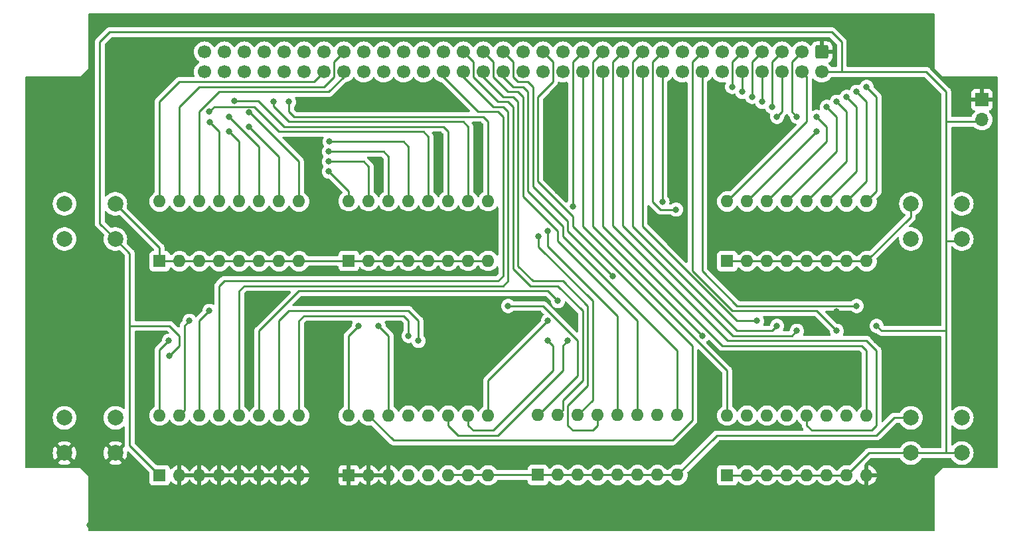
<source format=gbr>
%TF.GenerationSoftware,KiCad,Pcbnew,7.0.1*%
%TF.CreationDate,2023-08-25T15:29:08+01:00*%
%TF.ProjectId,Control_panel,436f6e74-726f-46c5-9f70-616e656c2e6b,rev?*%
%TF.SameCoordinates,Original*%
%TF.FileFunction,Copper,L2,Bot*%
%TF.FilePolarity,Positive*%
%FSLAX46Y46*%
G04 Gerber Fmt 4.6, Leading zero omitted, Abs format (unit mm)*
G04 Created by KiCad (PCBNEW 7.0.1) date 2023-08-25 15:29:08*
%MOMM*%
%LPD*%
G01*
G04 APERTURE LIST*
G04 Aperture macros list*
%AMRoundRect*
0 Rectangle with rounded corners*
0 $1 Rounding radius*
0 $2 $3 $4 $5 $6 $7 $8 $9 X,Y pos of 4 corners*
0 Add a 4 corners polygon primitive as box body*
4,1,4,$2,$3,$4,$5,$6,$7,$8,$9,$2,$3,0*
0 Add four circle primitives for the rounded corners*
1,1,$1+$1,$2,$3*
1,1,$1+$1,$4,$5*
1,1,$1+$1,$6,$7*
1,1,$1+$1,$8,$9*
0 Add four rect primitives between the rounded corners*
20,1,$1+$1,$2,$3,$4,$5,0*
20,1,$1+$1,$4,$5,$6,$7,0*
20,1,$1+$1,$6,$7,$8,$9,0*
20,1,$1+$1,$8,$9,$2,$3,0*%
G04 Aperture macros list end*
%TA.AperFunction,ComponentPad*%
%ADD10R,1.600000X1.600000*%
%TD*%
%TA.AperFunction,ComponentPad*%
%ADD11O,1.600000X1.600000*%
%TD*%
%TA.AperFunction,ComponentPad*%
%ADD12C,2.000000*%
%TD*%
%TA.AperFunction,ComponentPad*%
%ADD13RoundRect,0.250000X-0.600000X0.600000X-0.600000X-0.600000X0.600000X-0.600000X0.600000X0.600000X0*%
%TD*%
%TA.AperFunction,ComponentPad*%
%ADD14C,1.700000*%
%TD*%
%TA.AperFunction,ComponentPad*%
%ADD15R,1.700000X1.700000*%
%TD*%
%TA.AperFunction,ComponentPad*%
%ADD16O,1.700000X1.700000*%
%TD*%
%TA.AperFunction,ViaPad*%
%ADD17C,0.800000*%
%TD*%
%TA.AperFunction,Conductor*%
%ADD18C,0.250000*%
%TD*%
G04 APERTURE END LIST*
D10*
%TO.P,SW9,1*%
%TO.N,GND*%
X135255000Y-95885000D03*
D11*
%TO.P,SW9,2*%
X137795000Y-95885000D03*
%TO.P,SW9,3*%
X140335000Y-95885000D03*
%TO.P,SW9,4*%
%TO.N,unconnected-(SW9-Pad4)*%
X142875000Y-95885000D03*
%TO.P,SW9,5*%
%TO.N,unconnected-(SW9-Pad5)*%
X145415000Y-95885000D03*
%TO.P,SW9,6*%
%TO.N,/CLK*%
X147955000Y-95885000D03*
%TO.P,SW9,7*%
X150495000Y-95885000D03*
%TO.P,SW9,8*%
X153035000Y-95885000D03*
%TO.P,SW9,9*%
%TO.N,/RAM_LOAD*%
X153035000Y-88265000D03*
%TO.P,SW9,10*%
%TO.N,/T_LOAD*%
X150495000Y-88265000D03*
%TO.P,SW9,11*%
%TO.N,/A_LOAD*%
X147955000Y-88265000D03*
%TO.P,SW9,12*%
%TO.N,unconnected-(SW9-Pad12)*%
X145415000Y-88265000D03*
%TO.P,SW9,13*%
%TO.N,unconnected-(SW9-Pad13)*%
X142875000Y-88265000D03*
%TO.P,SW9,14*%
%TO.N,/~{ALU_OUT}*%
X140335000Y-88265000D03*
%TO.P,SW9,15*%
%TO.N,/~{RAM_OUT}*%
X137795000Y-88265000D03*
%TO.P,SW9,16*%
%TO.N,/~{T_OUT}*%
X135255000Y-88265000D03*
%TD*%
D10*
%TO.P,SW11,1*%
%TO.N,+5V*%
X183515000Y-95885000D03*
D11*
%TO.P,SW11,2*%
X186055000Y-95885000D03*
%TO.P,SW11,3*%
X188595000Y-95885000D03*
%TO.P,SW11,4*%
X191135000Y-95885000D03*
%TO.P,SW11,5*%
X193675000Y-95885000D03*
%TO.P,SW11,6*%
X196215000Y-95885000D03*
%TO.P,SW11,7*%
X198755000Y-95885000D03*
%TO.P,SW11,8*%
%TO.N,GND*%
X201295000Y-95885000D03*
%TO.P,SW11,9*%
%TO.N,/~{ALU_CIN}*%
X201295000Y-88265000D03*
%TO.P,SW11,10*%
%TO.N,/FLAGS_A_UPDATE*%
X198755000Y-88265000D03*
%TO.P,SW11,11*%
%TO.N,/FLAGS_B_UPDATE*%
X196215000Y-88265000D03*
%TO.P,SW11,12*%
%TO.N,/ALU_S0*%
X193675000Y-88265000D03*
%TO.P,SW11,13*%
%TO.N,/ALU_S1*%
X191135000Y-88265000D03*
%TO.P,SW11,14*%
%TO.N,/ALU_S2*%
X188595000Y-88265000D03*
%TO.P,SW11,15*%
%TO.N,/ALU_S3*%
X186055000Y-88265000D03*
%TO.P,SW11,16*%
%TO.N,/ALU_M*%
X183515000Y-88265000D03*
%TD*%
D10*
%TO.P,SW8,1*%
%TO.N,+5V*%
X111125000Y-95885000D03*
D11*
%TO.P,SW8,2*%
%TO.N,GND*%
X113665000Y-95885000D03*
%TO.P,SW8,3*%
X116205000Y-95885000D03*
%TO.P,SW8,4*%
X118745000Y-95885000D03*
%TO.P,SW8,5*%
X121285000Y-95885000D03*
%TO.P,SW8,6*%
X123825000Y-95885000D03*
%TO.P,SW8,7*%
X126365000Y-95885000D03*
%TO.P,SW8,8*%
X128905000Y-95885000D03*
%TO.P,SW8,9*%
%TO.N,/~{A_OUT}*%
X128905000Y-88265000D03*
%TO.P,SW8,10*%
%TO.N,/~{ADR_H_OUT}*%
X126365000Y-88265000D03*
%TO.P,SW8,11*%
%TO.N,/~{ADR_L_OUT}*%
X123825000Y-88265000D03*
%TO.P,SW8,12*%
%TO.N,/~{DE_OUT}*%
X121285000Y-88265000D03*
%TO.P,SW8,13*%
%TO.N,/~{BC_OUT}*%
X118745000Y-88265000D03*
%TO.P,SW8,14*%
%TO.N,/~{SP_OUT}*%
X116205000Y-88265000D03*
%TO.P,SW8,15*%
%TO.N,/~{PC_OUT}*%
X113665000Y-88265000D03*
%TO.P,SW8,16*%
%TO.N,/CONTROL_DISABLE*%
X111125000Y-88265000D03*
%TD*%
D12*
%TO.P,SW2,1,1*%
%TO.N,+5V*%
X213435000Y-93055000D03*
X206935000Y-93055000D03*
%TO.P,SW2,2,2*%
%TO.N,/CLK*%
X213435000Y-88555000D03*
X206935000Y-88555000D03*
%TD*%
%TO.P,SW3,1,1*%
%TO.N,+5V*%
X105485000Y-65750000D03*
X98985000Y-65750000D03*
%TO.P,SW3,2,2*%
%TO.N,Net-(R10-Pad2)*%
X105485000Y-61250000D03*
X98985000Y-61250000D03*
%TD*%
%TO.P,SW1,1,1*%
%TO.N,GND*%
X105485000Y-93055000D03*
X98985000Y-93055000D03*
%TO.P,SW1,2,2*%
%TO.N,/~{RESET}*%
X105485000Y-88555000D03*
X98985000Y-88555000D03*
%TD*%
D10*
%TO.P,SW6,1*%
%TO.N,Net-(R10-Pad2)*%
X135245000Y-68537500D03*
D11*
%TO.P,SW6,2*%
X137785000Y-68537500D03*
%TO.P,SW6,3*%
X140325000Y-68537500D03*
%TO.P,SW6,4*%
X142865000Y-68537500D03*
%TO.P,SW6,5*%
X145405000Y-68537500D03*
%TO.P,SW6,6*%
X147945000Y-68537500D03*
%TO.P,SW6,7*%
X150485000Y-68537500D03*
%TO.P,SW6,8*%
X153025000Y-68537500D03*
%TO.P,SW6,9*%
%TO.N,/A0*%
X153025000Y-60917500D03*
%TO.P,SW6,10*%
%TO.N,/A1*%
X150485000Y-60917500D03*
%TO.P,SW6,11*%
%TO.N,/A2*%
X147945000Y-60917500D03*
%TO.P,SW6,12*%
%TO.N,/A3*%
X145405000Y-60917500D03*
%TO.P,SW6,13*%
%TO.N,/A4*%
X142865000Y-60917500D03*
%TO.P,SW6,14*%
%TO.N,/A5*%
X140325000Y-60917500D03*
%TO.P,SW6,15*%
%TO.N,/A6*%
X137785000Y-60917500D03*
%TO.P,SW6,16*%
%TO.N,/A7*%
X135245000Y-60917500D03*
%TD*%
D13*
%TO.P,J1,1,Pin_1*%
%TO.N,GND*%
X195580000Y-41910000D03*
D14*
%TO.P,J1,2,Pin_2*%
%TO.N,+5V*%
X195580000Y-44450000D03*
%TO.P,J1,3,Pin_3*%
%TO.N,/D6*%
X193040000Y-41910000D03*
%TO.P,J1,4,Pin_4*%
%TO.N,/D7*%
X193040000Y-44450000D03*
%TO.P,J1,5,Pin_5*%
%TO.N,/D4*%
X190500000Y-41910000D03*
%TO.P,J1,6,Pin_6*%
%TO.N,/D5*%
X190500000Y-44450000D03*
%TO.P,J1,7,Pin_7*%
%TO.N,/D2*%
X187960000Y-41910000D03*
%TO.P,J1,8,Pin_8*%
%TO.N,/D3*%
X187960000Y-44450000D03*
%TO.P,J1,9,Pin_9*%
%TO.N,/D0*%
X185420000Y-41910000D03*
%TO.P,J1,10,Pin_10*%
%TO.N,/D1*%
X185420000Y-44450000D03*
%TO.P,J1,11,Pin_11*%
%TO.N,/EQUAL_FLAG_A*%
X182880000Y-41910000D03*
%TO.P,J1,12,Pin_12*%
%TO.N,/CARRY_FLAG_A*%
X182880000Y-44450000D03*
%TO.P,J1,13,Pin_13*%
%TO.N,/FLAGS_B_UPDATE*%
X180340000Y-41910000D03*
%TO.P,J1,14,Pin_14*%
%TO.N,/FLAGS_A_UPDATE*%
X180340000Y-44450000D03*
%TO.P,J1,15,Pin_15*%
%TO.N,/EQUAL_FLAG_B*%
X177800000Y-41910000D03*
%TO.P,J1,16,Pin_16*%
%TO.N,/CARRY_FLAG_B*%
X177800000Y-44450000D03*
%TO.P,J1,17,Pin_17*%
%TO.N,/A_LOAD*%
X175260000Y-41910000D03*
%TO.P,J1,18,Pin_18*%
%TO.N,/T_LOAD*%
X175260000Y-44450000D03*
%TO.P,J1,19,Pin_19*%
%TO.N,/ALU_S2*%
X172720000Y-41910000D03*
%TO.P,J1,20,Pin_20*%
%TO.N,/ALU_S3*%
X172720000Y-44450000D03*
%TO.P,J1,21,Pin_21*%
%TO.N,/ALU_S0*%
X170180000Y-41910000D03*
%TO.P,J1,22,Pin_22*%
%TO.N,/ALU_S1*%
X170180000Y-44450000D03*
%TO.P,J1,23,Pin_23*%
%TO.N,/D_LOAD*%
X167640000Y-41910000D03*
%TO.P,J1,24,Pin_24*%
%TO.N,/~{ALU_CIN}*%
X167640000Y-44450000D03*
%TO.P,J1,25,Pin_25*%
%TO.N,/~{ADR_L_OUT}*%
X165100000Y-41910000D03*
%TO.P,J1,26,Pin_26*%
%TO.N,/ALU_M*%
X165100000Y-44450000D03*
%TO.P,J1,27,Pin_27*%
%TO.N,/CLK*%
X162560000Y-41910000D03*
%TO.P,J1,28,Pin_28*%
%TO.N,/~{RESET}*%
X162560000Y-44450000D03*
%TO.P,J1,29,Pin_29*%
%TO.N,/~{RAM_OUT}*%
X160020000Y-41910000D03*
%TO.P,J1,30,Pin_30*%
%TO.N,/RAM_LOAD*%
X160020000Y-44450000D03*
%TO.P,J1,31,Pin_31*%
%TO.N,unconnected-(J1-Pin_31-Pad31)*%
X157480000Y-41910000D03*
%TO.P,J1,32,Pin_32*%
%TO.N,unconnected-(J1-Pin_32-Pad32)*%
X157480000Y-44450000D03*
%TO.P,J1,33,Pin_33*%
%TO.N,/CONTROL_DISABLE*%
X154940000Y-41910000D03*
%TO.P,J1,34,Pin_34*%
%TO.N,/E_LOAD*%
X154940000Y-44450000D03*
%TO.P,J1,35,Pin_35*%
%TO.N,/C_LOAD*%
X152400000Y-41910000D03*
%TO.P,J1,36,Pin_36*%
%TO.N,/SP_L_LOAD*%
X152400000Y-44450000D03*
%TO.P,J1,37,Pin_37*%
%TO.N,/PC_L_LOAD*%
X149860000Y-41910000D03*
%TO.P,J1,38,Pin_38*%
%TO.N,/~{DE_OUT}*%
X149860000Y-44450000D03*
%TO.P,J1,39,Pin_39*%
%TO.N,/B_LOAD*%
X147320000Y-41910000D03*
%TO.P,J1,40,Pin_40*%
%TO.N,/~{BC_OUT}*%
X147320000Y-44450000D03*
%TO.P,J1,41,Pin_41*%
%TO.N,/SP_H_LOAD*%
X144780000Y-41910000D03*
%TO.P,J1,42,Pin_42*%
%TO.N,/~{ADR_H_OUT}*%
X144780000Y-44450000D03*
%TO.P,J1,43,Pin_43*%
%TO.N,/~{A_OUT}*%
X142240000Y-41910000D03*
%TO.P,J1,44,Pin_44*%
%TO.N,/~{T_OUT}*%
X142240000Y-44450000D03*
%TO.P,J1,45,Pin_45*%
%TO.N,/~{ALU_OUT}*%
X139700000Y-41910000D03*
%TO.P,J1,46,Pin_46*%
%TO.N,/~{PC_OUT}*%
X139700000Y-44450000D03*
%TO.P,J1,47,Pin_47*%
%TO.N,/PC_H_LOAD*%
X137160000Y-41910000D03*
%TO.P,J1,48,Pin_48*%
%TO.N,/~{SP_OUT}*%
X137160000Y-44450000D03*
%TO.P,J1,49,Pin_49*%
%TO.N,/A14*%
X134620000Y-41910000D03*
%TO.P,J1,50,Pin_50*%
%TO.N,/A13*%
X134620000Y-44450000D03*
%TO.P,J1,51,Pin_51*%
%TO.N,/A12*%
X132080000Y-41910000D03*
%TO.P,J1,52,Pin_52*%
%TO.N,/A15*%
X132080000Y-44450000D03*
%TO.P,J1,53,Pin_53*%
%TO.N,/A4*%
X129540000Y-41910000D03*
%TO.P,J1,54,Pin_54*%
%TO.N,/A5*%
X129540000Y-44450000D03*
%TO.P,J1,55,Pin_55*%
%TO.N,/A6*%
X127000000Y-41910000D03*
%TO.P,J1,56,Pin_56*%
%TO.N,/A7*%
X127000000Y-44450000D03*
%TO.P,J1,57,Pin_57*%
%TO.N,/A0*%
X124460000Y-41910000D03*
%TO.P,J1,58,Pin_58*%
%TO.N,/A8*%
X124460000Y-44450000D03*
%TO.P,J1,59,Pin_59*%
%TO.N,/A1*%
X121920000Y-41910000D03*
%TO.P,J1,60,Pin_60*%
%TO.N,/A9*%
X121920000Y-44450000D03*
%TO.P,J1,61,Pin_61*%
%TO.N,/A2*%
X119380000Y-41910000D03*
%TO.P,J1,62,Pin_62*%
%TO.N,/A10*%
X119380000Y-44450000D03*
%TO.P,J1,63,Pin_63*%
%TO.N,/A3*%
X116840000Y-41910000D03*
%TO.P,J1,64,Pin_64*%
%TO.N,/A11*%
X116840000Y-44450000D03*
%TD*%
D10*
%TO.P,SW10,1*%
%TO.N,/CLK*%
X159385000Y-95842500D03*
D11*
%TO.P,SW10,2*%
X161925000Y-95842500D03*
%TO.P,SW10,3*%
X164465000Y-95842500D03*
%TO.P,SW10,4*%
X167005000Y-95842500D03*
%TO.P,SW10,5*%
X169545000Y-95842500D03*
%TO.P,SW10,6*%
X172085000Y-95842500D03*
%TO.P,SW10,7*%
X174625000Y-95842500D03*
%TO.P,SW10,8*%
X177165000Y-95842500D03*
%TO.P,SW10,9*%
%TO.N,/E_LOAD*%
X177165000Y-88222500D03*
%TO.P,SW10,10*%
%TO.N,/D_LOAD*%
X174625000Y-88222500D03*
%TO.P,SW10,11*%
%TO.N,/C_LOAD*%
X172085000Y-88222500D03*
%TO.P,SW10,12*%
%TO.N,/B_LOAD*%
X169545000Y-88222500D03*
%TO.P,SW10,13*%
%TO.N,/SP_L_LOAD*%
X167005000Y-88222500D03*
%TO.P,SW10,14*%
%TO.N,/SP_H_LOAD*%
X164465000Y-88222500D03*
%TO.P,SW10,15*%
%TO.N,/PC_L_LOAD*%
X161925000Y-88222500D03*
%TO.P,SW10,16*%
%TO.N,/PC_H_LOAD*%
X159385000Y-88222500D03*
%TD*%
D10*
%TO.P,SW5,1*%
%TO.N,Net-(R10-Pad2)*%
X111125000Y-68580000D03*
D11*
%TO.P,SW5,2*%
X113665000Y-68580000D03*
%TO.P,SW5,3*%
X116205000Y-68580000D03*
%TO.P,SW5,4*%
X118745000Y-68580000D03*
%TO.P,SW5,5*%
X121285000Y-68580000D03*
%TO.P,SW5,6*%
X123825000Y-68580000D03*
%TO.P,SW5,7*%
X126365000Y-68580000D03*
%TO.P,SW5,8*%
X128905000Y-68580000D03*
%TO.P,SW5,9*%
%TO.N,/A8*%
X128905000Y-60960000D03*
%TO.P,SW5,10*%
%TO.N,/A9*%
X126365000Y-60960000D03*
%TO.P,SW5,11*%
%TO.N,/A10*%
X123825000Y-60960000D03*
%TO.P,SW5,12*%
%TO.N,/A11*%
X121285000Y-60960000D03*
%TO.P,SW5,13*%
%TO.N,/A12*%
X118745000Y-60960000D03*
%TO.P,SW5,14*%
%TO.N,/A13*%
X116205000Y-60960000D03*
%TO.P,SW5,15*%
%TO.N,/A14*%
X113665000Y-60960000D03*
%TO.P,SW5,16*%
%TO.N,/A15*%
X111125000Y-60960000D03*
%TD*%
D12*
%TO.P,SW4,1,1*%
%TO.N,+5V*%
X213435000Y-65750000D03*
X206935000Y-65750000D03*
%TO.P,SW4,2,2*%
%TO.N,Net-(R11-Pad2)*%
X213435000Y-61250000D03*
X206935000Y-61250000D03*
%TD*%
D10*
%TO.P,SW7,1*%
%TO.N,Net-(R11-Pad2)*%
X183515000Y-68580000D03*
D11*
%TO.P,SW7,2*%
X186055000Y-68580000D03*
%TO.P,SW7,3*%
X188595000Y-68580000D03*
%TO.P,SW7,4*%
X191135000Y-68580000D03*
%TO.P,SW7,5*%
X193675000Y-68580000D03*
%TO.P,SW7,6*%
X196215000Y-68580000D03*
%TO.P,SW7,7*%
X198755000Y-68580000D03*
%TO.P,SW7,8*%
X201295000Y-68580000D03*
%TO.P,SW7,9*%
%TO.N,/D0*%
X201295000Y-60960000D03*
%TO.P,SW7,10*%
%TO.N,/D1*%
X198755000Y-60960000D03*
%TO.P,SW7,11*%
%TO.N,/D2*%
X196215000Y-60960000D03*
%TO.P,SW7,12*%
%TO.N,/D3*%
X193675000Y-60960000D03*
%TO.P,SW7,13*%
%TO.N,/D4*%
X191135000Y-60960000D03*
%TO.P,SW7,14*%
%TO.N,/D5*%
X188595000Y-60960000D03*
%TO.P,SW7,15*%
%TO.N,/D6*%
X186055000Y-60960000D03*
%TO.P,SW7,16*%
%TO.N,/D7*%
X183515000Y-60960000D03*
%TD*%
D15*
%TO.P,J2,1,Pin_1*%
%TO.N,GND*%
X216000000Y-48000000D03*
D16*
%TO.P,J2,2,Pin_2*%
%TO.N,+5V*%
X216000000Y-50540000D03*
%TD*%
D17*
%TO.N,GND*%
X202565000Y-74930000D03*
X208280000Y-81280000D03*
X180340000Y-100330000D03*
X109855000Y-92075000D03*
X181610000Y-55245000D03*
X209550000Y-91440000D03*
X125095000Y-90805000D03*
X95885000Y-69215000D03*
X209550000Y-63500000D03*
X177165000Y-50165000D03*
X149225000Y-102235000D03*
X207645000Y-57785000D03*
X132080000Y-73660000D03*
X194945000Y-77470000D03*
X205105000Y-91440000D03*
X154305000Y-92710000D03*
X109855000Y-99695000D03*
X130810000Y-86360000D03*
X105410000Y-79375000D03*
X194945000Y-86995000D03*
X184785000Y-86995000D03*
X146685000Y-93980000D03*
X203835000Y-84455000D03*
X109855000Y-41910000D03*
X127635000Y-90805000D03*
X197485000Y-75019500D03*
X109220000Y-50165000D03*
X139065000Y-59055000D03*
X128905000Y-48895000D03*
X109220000Y-74930000D03*
X105410000Y-41910000D03*
X205740000Y-79375000D03*
X202565000Y-78740000D03*
X114935000Y-102235000D03*
X109220000Y-86360000D03*
X181610000Y-40640000D03*
X151765000Y-38100000D03*
X184785000Y-102235000D03*
X215265000Y-90805000D03*
X112395000Y-90805000D03*
X112395000Y-99695000D03*
X204470000Y-99060000D03*
X151765000Y-53340000D03*
X122555000Y-76835000D03*
X109855000Y-62865000D03*
X104140000Y-38100000D03*
X194945000Y-102235000D03*
X133350000Y-81280000D03*
X213360000Y-52705000D03*
X144780000Y-85725000D03*
X181610000Y-66675000D03*
X205105000Y-50165000D03*
X117475000Y-90805000D03*
X200025000Y-92710000D03*
X109220000Y-80645000D03*
X146685000Y-53340000D03*
X157480000Y-93345000D03*
X106045000Y-55245000D03*
X139065000Y-91440000D03*
X163195000Y-102235000D03*
X133350000Y-92075000D03*
X202565000Y-43180000D03*
X100965000Y-75565000D03*
X132080000Y-98425000D03*
X143510000Y-81280000D03*
X207645000Y-101600000D03*
X213995000Y-69850000D03*
X162560000Y-46355000D03*
X180340000Y-81915000D03*
X182245000Y-47625000D03*
X102235000Y-102235000D03*
X97155000Y-48895000D03*
X146050000Y-98425000D03*
X209550000Y-75565000D03*
X187325000Y-50800000D03*
X135890000Y-46355000D03*
X112395000Y-45085000D03*
X133985000Y-64135000D03*
X161925000Y-59690000D03*
X109220000Y-67310000D03*
X217170000Y-62230000D03*
X203835000Y-38735000D03*
X178435000Y-92075000D03*
X122555000Y-90805000D03*
X120015000Y-90805000D03*
X194945000Y-82550000D03*
X206375000Y-68580000D03*
X132080000Y-69850000D03*
X131445000Y-102235000D03*
X161925000Y-50800000D03*
X173355000Y-102235000D03*
X125730000Y-38100000D03*
X207645000Y-47625000D03*
X199390000Y-41275000D03*
X184785000Y-38100000D03*
X132080000Y-59055000D03*
X178000000Y-67000000D03*
X95885000Y-58420000D03*
X97155000Y-81915000D03*
X133985000Y-48895000D03*
X142240000Y-92710000D03*
X180975000Y-88265000D03*
X208915000Y-86995000D03*
X114935000Y-90805000D03*
X166370000Y-40640000D03*
X208915000Y-43180000D03*
X216535000Y-79375000D03*
X104140000Y-68580000D03*
X136525000Y-90805000D03*
X130810000Y-64135000D03*
X177165000Y-57150000D03*
X202565000Y-72390000D03*
X208280000Y-95250000D03*
X132080000Y-77470000D03*
X107950000Y-95885000D03*
X142240000Y-101600000D03*
X156210000Y-99060000D03*
%TO.N,+5V*%
X202565000Y-76835000D03*
X112395000Y-80645000D03*
%TO.N,/D6*%
X194945000Y-52070000D03*
X192405000Y-50165000D03*
%TO.N,/D4*%
X196215000Y-48895000D03*
X189230000Y-48895000D03*
%TO.N,/D5*%
X194945000Y-50165000D03*
X189865000Y-50165000D03*
%TO.N,/D2*%
X198755000Y-47625000D03*
X186690000Y-47625000D03*
%TO.N,/D3*%
X197485000Y-48260000D03*
X187960000Y-48260000D03*
%TO.N,/D0*%
X201295000Y-46355000D03*
X184150000Y-46355000D03*
%TO.N,/D1*%
X185420000Y-46990000D03*
X200025000Y-46990000D03*
%TO.N,/FLAGS_B_UPDATE*%
X197485000Y-77470000D03*
%TO.N,/FLAGS_A_UPDATE*%
X200025000Y-74295000D03*
%TO.N,/A_LOAD*%
X163195000Y-78740000D03*
X177000000Y-62000000D03*
%TO.N,/T_LOAD*%
X160655000Y-78740000D03*
X175260000Y-61000000D03*
%TO.N,/ALU_S2*%
X189865000Y-76835000D03*
%TO.N,/ALU_S3*%
X187325000Y-76200000D03*
%TO.N,/ALU_S1*%
X192405000Y-77470000D03*
%TO.N,/D_LOAD*%
X180340000Y-78105000D03*
%TO.N,/~{ADR_L_OUT}*%
X163830000Y-61595000D03*
X161925000Y-73660000D03*
%TO.N,/B_LOAD*%
X160655000Y-64770000D03*
%TO.N,/SP_H_LOAD*%
X159474500Y-65405000D03*
%TO.N,/~{ADR_H_OUT}*%
X144145000Y-78740000D03*
%TO.N,/~{A_OUT}*%
X142875000Y-78105000D03*
%TO.N,/~{T_OUT}*%
X136525000Y-76835000D03*
%TO.N,/~{ALU_OUT}*%
X139065000Y-76835000D03*
%TO.N,/~{PC_OUT}*%
X114935000Y-76200000D03*
%TO.N,/PC_H_LOAD*%
X155575000Y-74295000D03*
%TO.N,/~{SP_OUT}*%
X117475000Y-74930000D03*
%TO.N,/A12*%
X117546755Y-50871755D03*
%TO.N,/A4*%
X132804500Y-53340000D03*
%TO.N,/A5*%
X132715000Y-54610000D03*
%TO.N,/A6*%
X132715000Y-55880000D03*
%TO.N,/A7*%
X132715000Y-57150000D03*
%TO.N,/A0*%
X127635000Y-48260000D03*
%TO.N,/A8*%
X122555000Y-49619500D03*
%TO.N,/A1*%
X125640500Y-48260000D03*
%TO.N,/A9*%
X122555000Y-51435000D03*
%TO.N,/A2*%
X120650000Y-48170500D03*
%TO.N,/A10*%
X120015000Y-50165000D03*
%TO.N,/A3*%
X117475000Y-49530000D03*
%TO.N,/A11*%
X120015000Y-52070000D03*
%TO.N,/RAM_LOAD*%
X160655000Y-76200000D03*
%TO.N,/CONTROL_DISABLE*%
X112305500Y-78740000D03*
X168910000Y-70485000D03*
%TD*%
D18*
%TO.N,+5V*%
X211455000Y-77470000D02*
X211455000Y-93055000D01*
X196850000Y-39370000D02*
X104775000Y-39370000D01*
X198120000Y-44450000D02*
X208915000Y-44450000D01*
X183515000Y-95885000D02*
X198755000Y-95885000D01*
X206935000Y-93055000D02*
X213435000Y-93055000D01*
X208915000Y-44450000D02*
X211455000Y-46990000D01*
X215740000Y-50800000D02*
X216000000Y-50540000D01*
X104775000Y-39370000D02*
X103505000Y-40640000D01*
X113665000Y-79375000D02*
X113665000Y-78105000D01*
X107315000Y-76835000D02*
X107315000Y-67580000D01*
X212435000Y-50800000D02*
X211455000Y-50800000D01*
X107315000Y-92075000D02*
X107315000Y-76835000D01*
X111125000Y-95885000D02*
X107315000Y-92075000D01*
X198755000Y-95885000D02*
X201585000Y-93055000D01*
X212435000Y-50800000D02*
X215740000Y-50800000D01*
X213145000Y-66040000D02*
X213435000Y-65750000D01*
X201585000Y-93055000D02*
X206935000Y-93055000D01*
X203200000Y-77470000D02*
X202565000Y-76835000D01*
X112395000Y-76835000D02*
X107315000Y-76835000D01*
X103505000Y-63770000D02*
X105485000Y-65750000D01*
X198120000Y-44450000D02*
X198120000Y-40640000D01*
X211455000Y-50800000D02*
X211455000Y-51780000D01*
X211455000Y-66040000D02*
X213145000Y-66040000D01*
X198120000Y-40640000D02*
X196850000Y-39370000D01*
X112395000Y-80645000D02*
X113665000Y-79375000D01*
X211455000Y-77470000D02*
X203200000Y-77470000D01*
X107315000Y-67580000D02*
X105485000Y-65750000D01*
X103505000Y-40640000D02*
X103505000Y-63770000D01*
X211455000Y-46990000D02*
X211455000Y-50800000D01*
X113665000Y-78105000D02*
X112395000Y-76835000D01*
X211455000Y-77470000D02*
X211455000Y-66040000D01*
X195580000Y-44450000D02*
X198120000Y-44450000D01*
X211455000Y-66040000D02*
X211455000Y-51780000D01*
%TO.N,/D6*%
X191770000Y-49530000D02*
X191770000Y-43180000D01*
X191770000Y-43180000D02*
X193040000Y-41910000D01*
X194945000Y-52070000D02*
X186055000Y-60960000D01*
X192405000Y-50165000D02*
X191770000Y-49530000D01*
%TO.N,/D7*%
X193675000Y-50800000D02*
X183515000Y-60960000D01*
X193040000Y-44450000D02*
X193675000Y-45085000D01*
X193675000Y-45085000D02*
X193675000Y-50800000D01*
%TO.N,/D4*%
X189230000Y-48895000D02*
X189230000Y-43180000D01*
X197485000Y-54610000D02*
X191135000Y-60960000D01*
X197485000Y-50165000D02*
X197485000Y-54610000D01*
X196215000Y-48895000D02*
X197485000Y-50165000D01*
X189230000Y-43180000D02*
X190500000Y-41910000D01*
%TO.N,/D5*%
X190500000Y-44450000D02*
X190500000Y-49530000D01*
X196215000Y-51435000D02*
X196215000Y-53340000D01*
X194945000Y-50165000D02*
X196215000Y-51435000D01*
X190500000Y-49530000D02*
X189865000Y-50165000D01*
X196215000Y-53340000D02*
X188595000Y-60960000D01*
%TO.N,/D2*%
X198755000Y-47625000D02*
X200025000Y-48895000D01*
X186690000Y-43180000D02*
X187960000Y-41910000D01*
X200025000Y-57150000D02*
X196215000Y-60960000D01*
X186690000Y-47625000D02*
X186690000Y-43180000D01*
X200025000Y-48895000D02*
X200025000Y-57150000D01*
%TO.N,/D3*%
X198755000Y-55880000D02*
X193675000Y-60960000D01*
X187960000Y-44450000D02*
X187960000Y-48260000D01*
X197485000Y-48260000D02*
X198755000Y-49530000D01*
X198755000Y-49530000D02*
X198755000Y-55880000D01*
%TO.N,/D0*%
X201295000Y-46355000D02*
X202565000Y-47625000D01*
X202565000Y-59690000D02*
X201295000Y-60960000D01*
X184150000Y-46355000D02*
X184150000Y-43180000D01*
X184150000Y-43180000D02*
X185420000Y-41910000D01*
X202565000Y-47625000D02*
X202565000Y-59690000D01*
%TO.N,/D1*%
X185420000Y-44450000D02*
X185420000Y-46990000D01*
X201295000Y-58420000D02*
X198755000Y-60960000D01*
X201295000Y-48260000D02*
X201295000Y-58420000D01*
X200025000Y-46990000D02*
X201295000Y-48260000D01*
%TO.N,/FLAGS_B_UPDATE*%
X184150000Y-74930000D02*
X179070000Y-69850000D01*
X197485000Y-77470000D02*
X194945000Y-74930000D01*
X179070000Y-43180000D02*
X180340000Y-41910000D01*
X179070000Y-69850000D02*
X179070000Y-43180000D01*
X194945000Y-74930000D02*
X184150000Y-74930000D01*
%TO.N,/FLAGS_A_UPDATE*%
X180340000Y-69850000D02*
X180340000Y-44450000D01*
X200025000Y-74295000D02*
X184785000Y-74295000D01*
X184785000Y-74295000D02*
X180340000Y-69850000D01*
%TO.N,/A_LOAD*%
X154305000Y-90805000D02*
X149225000Y-90805000D01*
X149225000Y-90805000D02*
X147955000Y-89535000D01*
X177000000Y-62000000D02*
X175000000Y-62000000D01*
X173990000Y-60990000D02*
X173990000Y-43180000D01*
X147955000Y-89535000D02*
X147955000Y-88265000D01*
X163195000Y-78740000D02*
X162560000Y-79375000D01*
X162560000Y-79375000D02*
X162560000Y-82550000D01*
X173990000Y-43180000D02*
X175260000Y-41910000D01*
X175000000Y-62000000D02*
X173990000Y-60990000D01*
X162560000Y-82550000D02*
X154305000Y-90805000D01*
%TO.N,/T_LOAD*%
X153670000Y-90170000D02*
X151130000Y-90170000D01*
X161290000Y-82550000D02*
X153670000Y-90170000D01*
X150495000Y-89535000D02*
X150495000Y-88265000D01*
X151130000Y-90170000D02*
X150495000Y-89535000D01*
X160655000Y-78740000D02*
X161290000Y-79375000D01*
X175260000Y-44450000D02*
X175260000Y-61000000D01*
X161290000Y-79375000D02*
X161290000Y-82550000D01*
%TO.N,/ALU_S2*%
X189865000Y-76835000D02*
X189230000Y-77470000D01*
X171450000Y-64135000D02*
X171450000Y-43180000D01*
X171450000Y-43180000D02*
X172720000Y-41910000D01*
X189230000Y-77470000D02*
X184785000Y-77470000D01*
X184785000Y-77470000D02*
X171450000Y-64135000D01*
%TO.N,/ALU_S3*%
X172720000Y-64135000D02*
X172720000Y-44450000D01*
X178620000Y-70035000D02*
X172720000Y-64135000D01*
X187325000Y-76200000D02*
X184783604Y-76200000D01*
X178620000Y-70036396D02*
X178620000Y-70035000D01*
X184783604Y-76200000D02*
X178620000Y-70036396D01*
%TO.N,/ALU_S0*%
X170180000Y-41910000D02*
X168910000Y-43180000D01*
X201295000Y-78740000D02*
X202565000Y-80010000D01*
X168910000Y-43180000D02*
X168910000Y-64055625D01*
X202565000Y-80010000D02*
X202565000Y-89535000D01*
X194310000Y-90170000D02*
X193675000Y-89535000D01*
X168910000Y-64055625D02*
X183594375Y-78740000D01*
X193675000Y-89535000D02*
X193675000Y-88265000D01*
X201930000Y-90170000D02*
X194310000Y-90170000D01*
X183594375Y-78740000D02*
X201295000Y-78740000D01*
X202565000Y-89535000D02*
X201930000Y-90170000D01*
%TO.N,/ALU_S1*%
X191770000Y-78105000D02*
X184229375Y-78105000D01*
X184229375Y-78105000D02*
X170180000Y-64055625D01*
X170180000Y-64055625D02*
X170180000Y-44450000D01*
X192405000Y-77470000D02*
X191770000Y-78105000D01*
%TO.N,/D_LOAD*%
X180340000Y-78105000D02*
X166370000Y-64135000D01*
X166370000Y-64135000D02*
X166370000Y-43180000D01*
X166370000Y-43180000D02*
X167640000Y-41910000D01*
%TO.N,/~{ALU_CIN}*%
X182880000Y-79375000D02*
X200660000Y-79375000D01*
X167640000Y-44450000D02*
X167640000Y-64135000D01*
X201295000Y-80010000D02*
X201295000Y-88265000D01*
X200660000Y-79375000D02*
X201295000Y-80010000D01*
X167640000Y-64135000D02*
X182880000Y-79375000D01*
%TO.N,/~{ADR_L_OUT}*%
X123825000Y-88265000D02*
X123825000Y-77470000D01*
X123825000Y-77470000D02*
X128905000Y-72390000D01*
X163830000Y-43180000D02*
X165100000Y-41910000D01*
X163830000Y-61595000D02*
X163830000Y-43180000D01*
X128905000Y-72390000D02*
X160655000Y-72390000D01*
X160655000Y-72390000D02*
X161925000Y-73660000D01*
%TO.N,/ALU_M*%
X165100000Y-44450000D02*
X165100000Y-64135000D01*
X165100000Y-64135000D02*
X183515000Y-82550000D01*
X183515000Y-82550000D02*
X183515000Y-88265000D01*
%TO.N,/CLK*%
X159385000Y-95842500D02*
X147997500Y-95842500D01*
X202565000Y-90805000D02*
X204815000Y-88555000D01*
X177165000Y-95842500D02*
X159385000Y-95842500D01*
X177165000Y-95842500D02*
X182202500Y-90805000D01*
X147997500Y-95842500D02*
X147955000Y-95885000D01*
X182202500Y-90805000D02*
X202565000Y-90805000D01*
X204815000Y-88555000D02*
X206935000Y-88555000D01*
%TO.N,/E_LOAD*%
X154940000Y-45085000D02*
X154940000Y-44450000D01*
X158115000Y-59690000D02*
X158115000Y-46990000D01*
X158115000Y-46990000D02*
X157480000Y-46355000D01*
X177165000Y-80010000D02*
X162560000Y-65405000D01*
X157480000Y-46355000D02*
X156210000Y-46355000D01*
X162560000Y-65405000D02*
X162560000Y-64135000D01*
X177165000Y-88222500D02*
X177165000Y-80010000D01*
X162560000Y-64135000D02*
X158115000Y-59690000D01*
X156210000Y-46355000D02*
X154940000Y-45085000D01*
%TO.N,/C_LOAD*%
X155575000Y-46990000D02*
X153670000Y-45085000D01*
X153670000Y-45085000D02*
X153670000Y-43180000D01*
X172085000Y-88222500D02*
X172085000Y-76200000D01*
X156845000Y-46990000D02*
X155575000Y-46990000D01*
X157480000Y-47625000D02*
X156845000Y-46990000D01*
X153670000Y-43180000D02*
X152400000Y-41910000D01*
X161925000Y-66040000D02*
X161925000Y-64770000D01*
X157480000Y-60325000D02*
X157480000Y-47625000D01*
X172085000Y-76200000D02*
X161925000Y-66040000D01*
X161925000Y-64770000D02*
X157480000Y-60325000D01*
%TO.N,/SP_L_LOAD*%
X162560000Y-71120000D02*
X165735000Y-74295000D01*
X167005000Y-89535000D02*
X167005000Y-88222500D01*
X166370000Y-90170000D02*
X167005000Y-89535000D01*
X165735000Y-74295000D02*
X165735000Y-84455000D01*
X156845000Y-48260000D02*
X156845000Y-69215000D01*
X163195000Y-86995000D02*
X163195000Y-89535000D01*
X156210000Y-47625000D02*
X156845000Y-48260000D01*
X163195000Y-89535000D02*
X163830000Y-90170000D01*
X152400000Y-44450000D02*
X152400000Y-45085000D01*
X154940000Y-47625000D02*
X156210000Y-47625000D01*
X152400000Y-45085000D02*
X154940000Y-47625000D01*
X158750000Y-71120000D02*
X162560000Y-71120000D01*
X165735000Y-84455000D02*
X163195000Y-86995000D01*
X163830000Y-90170000D02*
X166370000Y-90170000D01*
X156845000Y-69215000D02*
X158750000Y-71120000D01*
%TO.N,/PC_L_LOAD*%
X165100000Y-74930000D02*
X165100000Y-83820000D01*
X156210000Y-69532500D02*
X158432500Y-71755000D01*
X162560000Y-86360000D02*
X162560000Y-87587500D01*
X156210000Y-48895000D02*
X156210000Y-69532500D01*
X161925000Y-71755000D02*
X165100000Y-74930000D01*
X151130000Y-43180000D02*
X151130000Y-45085000D01*
X162560000Y-87587500D02*
X161925000Y-88222500D01*
X155575000Y-48260000D02*
X156210000Y-48895000D01*
X165100000Y-83820000D02*
X162560000Y-86360000D01*
X151130000Y-45085000D02*
X154305000Y-48260000D01*
X154305000Y-48260000D02*
X155575000Y-48260000D01*
X158432500Y-71755000D02*
X161925000Y-71755000D01*
X149860000Y-41910000D02*
X151130000Y-43180000D01*
%TO.N,/~{DE_OUT}*%
X121920000Y-71755000D02*
X121285000Y-72390000D01*
X154940000Y-48895000D02*
X155575000Y-49530000D01*
X121285000Y-72390000D02*
X121285000Y-88265000D01*
X153670000Y-48895000D02*
X154940000Y-48895000D01*
X154940000Y-71755000D02*
X121920000Y-71755000D01*
X149860000Y-44450000D02*
X149860000Y-45085000D01*
X149860000Y-45085000D02*
X153670000Y-48895000D01*
X155575000Y-71120000D02*
X154940000Y-71755000D01*
X155575000Y-49530000D02*
X155575000Y-71120000D01*
%TO.N,/B_LOAD*%
X160655000Y-66675000D02*
X169545000Y-75565000D01*
X169545000Y-75565000D02*
X169545000Y-88222500D01*
X160655000Y-64770000D02*
X160655000Y-66675000D01*
%TO.N,/~{BC_OUT}*%
X154305000Y-71120000D02*
X119380000Y-71120000D01*
X147320000Y-45085000D02*
X151765000Y-49530000D01*
X119380000Y-71120000D02*
X118745000Y-71755000D01*
X154940000Y-70485000D02*
X154305000Y-71120000D01*
X151765000Y-49530000D02*
X154305000Y-49530000D01*
X154305000Y-49530000D02*
X154940000Y-50165000D01*
X154940000Y-50165000D02*
X154940000Y-70485000D01*
X118745000Y-71755000D02*
X118745000Y-88265000D01*
X147320000Y-44450000D02*
X147320000Y-45085000D01*
%TO.N,/SP_H_LOAD*%
X166370000Y-73660000D02*
X166370000Y-86317500D01*
X159474500Y-66764500D02*
X166370000Y-73660000D01*
X166370000Y-86317500D02*
X164465000Y-88222500D01*
X159474500Y-65405000D02*
X159474500Y-66764500D01*
%TO.N,/~{ADR_H_OUT}*%
X126365000Y-76200000D02*
X126365000Y-88265000D01*
X144145000Y-78740000D02*
X144145000Y-76200000D01*
X144145000Y-76200000D02*
X142875000Y-74930000D01*
X127635000Y-74930000D02*
X126365000Y-76200000D01*
X142875000Y-74930000D02*
X127635000Y-74930000D01*
%TO.N,/~{A_OUT}*%
X142875000Y-78105000D02*
X142875000Y-76200000D01*
X142240000Y-75565000D02*
X129540000Y-75565000D01*
X129540000Y-75565000D02*
X128905000Y-76200000D01*
X128905000Y-76200000D02*
X128905000Y-88265000D01*
X142875000Y-76200000D02*
X142240000Y-75565000D01*
%TO.N,/~{T_OUT}*%
X136525000Y-76835000D02*
X135255000Y-78105000D01*
X135255000Y-78105000D02*
X135255000Y-88265000D01*
%TO.N,/~{ALU_OUT}*%
X139065000Y-76835000D02*
X140335000Y-78105000D01*
X140335000Y-78105000D02*
X140335000Y-88265000D01*
%TO.N,/~{PC_OUT}*%
X114300000Y-76835000D02*
X114300000Y-87630000D01*
X114300000Y-87630000D02*
X113665000Y-88265000D01*
X114935000Y-76200000D02*
X114300000Y-76835000D01*
%TO.N,/PC_H_LOAD*%
X159427500Y-88222500D02*
X159385000Y-88222500D01*
X164465000Y-78740000D02*
X164465000Y-83185000D01*
X155575000Y-74295000D02*
X160020000Y-74295000D01*
X160020000Y-74295000D02*
X164465000Y-78740000D01*
X164465000Y-83185000D02*
X159427500Y-88222500D01*
%TO.N,/~{SP_OUT}*%
X116205000Y-76200000D02*
X116205000Y-88265000D01*
X117475000Y-74930000D02*
X116205000Y-76200000D01*
%TO.N,/A14*%
X133350000Y-45085000D02*
X132080000Y-46355000D01*
X113665000Y-48895000D02*
X113665000Y-60960000D01*
X134620000Y-41910000D02*
X133350000Y-43180000D01*
X133350000Y-43180000D02*
X133350000Y-45085000D01*
X116205000Y-46355000D02*
X113665000Y-48895000D01*
X132080000Y-46355000D02*
X116205000Y-46355000D01*
%TO.N,/A13*%
X116205000Y-49530000D02*
X116205000Y-60960000D01*
X132715000Y-46990000D02*
X118745000Y-46990000D01*
X118745000Y-46990000D02*
X116205000Y-49530000D01*
X134620000Y-45085000D02*
X132715000Y-46990000D01*
X134620000Y-44450000D02*
X134620000Y-45085000D01*
%TO.N,/A12*%
X117546755Y-50871755D02*
X118745000Y-52070000D01*
X118745000Y-52070000D02*
X118745000Y-60960000D01*
%TO.N,/A15*%
X130810000Y-45720000D02*
X132080000Y-44450000D01*
X113665000Y-45720000D02*
X130810000Y-45720000D01*
X111125000Y-48260000D02*
X113665000Y-45720000D01*
X111125000Y-60960000D02*
X111125000Y-48260000D01*
%TO.N,/A4*%
X142875000Y-60960000D02*
X142865000Y-60950000D01*
X142865000Y-60950000D02*
X142865000Y-60917500D01*
X142875000Y-53975000D02*
X142875000Y-60960000D01*
X141605000Y-53340000D02*
X142240000Y-53340000D01*
X142240000Y-53340000D02*
X142875000Y-53975000D01*
X136525000Y-53340000D02*
X141605000Y-53340000D01*
X132804500Y-53340000D02*
X136525000Y-53340000D01*
%TO.N,/A5*%
X132715000Y-54610000D02*
X139700000Y-54610000D01*
X139700000Y-54610000D02*
X140325000Y-55235000D01*
X140325000Y-55235000D02*
X140325000Y-60917500D01*
%TO.N,/A6*%
X137160000Y-55880000D02*
X137785000Y-56505000D01*
X137785000Y-56505000D02*
X137785000Y-60917500D01*
X132715000Y-55880000D02*
X137160000Y-55880000D01*
%TO.N,/A7*%
X132715000Y-57150000D02*
X135245000Y-59680000D01*
X135245000Y-59680000D02*
X135245000Y-60917500D01*
%TO.N,/A0*%
X127635000Y-48260000D02*
X127635000Y-49530000D01*
X152400000Y-50165000D02*
X153025000Y-50790000D01*
X127635000Y-49530000D02*
X128270000Y-50165000D01*
X153025000Y-50790000D02*
X153025000Y-60917500D01*
X128270000Y-50165000D02*
X152400000Y-50165000D01*
%TO.N,/A8*%
X128905000Y-55880000D02*
X128905000Y-60960000D01*
X122555000Y-49619500D02*
X122644500Y-49619500D01*
X122644500Y-49619500D02*
X128905000Y-55880000D01*
%TO.N,/A1*%
X125640500Y-48260000D02*
X125640500Y-48850250D01*
X149860000Y-50800000D02*
X150485000Y-51425000D01*
X125640500Y-48850250D02*
X127590250Y-50800000D01*
X150485000Y-51425000D02*
X150485000Y-60917500D01*
X127590250Y-50800000D02*
X149860000Y-50800000D01*
%TO.N,/A9*%
X122555000Y-51435000D02*
X126365000Y-55245000D01*
X126365000Y-55245000D02*
X126365000Y-60960000D01*
%TO.N,/A2*%
X147945000Y-52060000D02*
X147945000Y-60917500D01*
X123735500Y-48170500D02*
X127000000Y-51435000D01*
X147320000Y-51435000D02*
X147945000Y-52060000D01*
X120650000Y-48170500D02*
X123735500Y-48170500D01*
X127000000Y-51435000D02*
X147320000Y-51435000D01*
%TO.N,/A10*%
X123825000Y-53975000D02*
X123825000Y-60960000D01*
X120015000Y-50165000D02*
X123825000Y-53975000D01*
%TO.N,/A3*%
X145405000Y-52695000D02*
X145405000Y-60917500D01*
X126365000Y-52070000D02*
X144780000Y-52070000D01*
X118110000Y-48895000D02*
X123190000Y-48895000D01*
X144780000Y-52070000D02*
X145405000Y-52695000D01*
X123190000Y-48895000D02*
X126365000Y-52070000D01*
X117475000Y-49530000D02*
X118110000Y-48895000D01*
%TO.N,/A11*%
X120015000Y-52070000D02*
X121285000Y-53340000D01*
X121285000Y-53340000D02*
X121285000Y-60960000D01*
%TO.N,/~{RAM_OUT}*%
X179070000Y-79375000D02*
X163830000Y-64135000D01*
X163830000Y-64135000D02*
X163830000Y-62865000D01*
X159385000Y-58420000D02*
X159385000Y-47625000D01*
X140970000Y-91440000D02*
X176530000Y-91440000D01*
X137795000Y-88265000D02*
X140970000Y-91440000D01*
X176530000Y-91440000D02*
X179070000Y-88900000D01*
X161290000Y-45720000D02*
X161290000Y-43180000D01*
X159385000Y-47625000D02*
X161290000Y-45720000D01*
X163830000Y-62865000D02*
X159385000Y-58420000D01*
X161290000Y-43180000D02*
X160020000Y-41910000D01*
X179070000Y-88900000D02*
X179070000Y-79375000D01*
%TO.N,/RAM_LOAD*%
X160655000Y-76200000D02*
X153035000Y-83820000D01*
X153035000Y-83820000D02*
X153035000Y-88265000D01*
%TO.N,/CONTROL_DISABLE*%
X163195000Y-64770000D02*
X163195000Y-63500000D01*
X156210000Y-43180000D02*
X154940000Y-41910000D01*
X168910000Y-70485000D02*
X163195000Y-64770000D01*
X163195000Y-63500000D02*
X158750000Y-59055000D01*
X158750000Y-59055000D02*
X158750000Y-46355000D01*
X156845000Y-45720000D02*
X156210000Y-45085000D01*
X158750000Y-46355000D02*
X158115000Y-45720000D01*
X112305500Y-78740000D02*
X111125000Y-79920500D01*
X111125000Y-79920500D02*
X111125000Y-88265000D01*
X156210000Y-45085000D02*
X156210000Y-43180000D01*
X158115000Y-45720000D02*
X156845000Y-45720000D01*
%TO.N,Net-(R11-Pad2)*%
X206935000Y-61250000D02*
X206935000Y-62940000D01*
X201295000Y-68580000D02*
X183515000Y-68580000D01*
X206935000Y-62940000D02*
X201295000Y-68580000D01*
%TO.N,Net-(R10-Pad2)*%
X111125000Y-66890000D02*
X111125000Y-68580000D01*
X105485000Y-61250000D02*
X111125000Y-66890000D01*
X153025000Y-68537500D02*
X111167500Y-68537500D01*
X111167500Y-68537500D02*
X111125000Y-68580000D01*
%TD*%
%TA.AperFunction,Conductor*%
%TO.N,GND*%
G36*
X181252626Y-78632216D02*
G01*
X182379197Y-79758787D01*
X182392098Y-79774889D01*
X182394212Y-79776874D01*
X182394214Y-79776877D01*
X182410296Y-79791979D01*
X182443240Y-79822916D01*
X182446036Y-79825626D01*
X182465530Y-79845120D01*
X182468704Y-79847582D01*
X182477568Y-79855153D01*
X182509418Y-79885062D01*
X182519914Y-79890832D01*
X182526974Y-79894714D01*
X182543231Y-79905392D01*
X182559064Y-79917674D01*
X182575185Y-79924649D01*
X182599156Y-79935023D01*
X182609643Y-79940160D01*
X182647908Y-79961197D01*
X182667316Y-79966180D01*
X182685710Y-79972478D01*
X182704105Y-79980438D01*
X182747254Y-79987271D01*
X182758680Y-79989638D01*
X182774222Y-79993629D01*
X182800980Y-80000500D01*
X182800981Y-80000500D01*
X182821016Y-80000500D01*
X182840413Y-80002026D01*
X182860196Y-80005160D01*
X182903674Y-80001050D01*
X182915344Y-80000500D01*
X200349548Y-80000500D01*
X200397001Y-80009939D01*
X200437229Y-80036819D01*
X200633181Y-80232771D01*
X200660061Y-80272999D01*
X200669500Y-80320452D01*
X200669500Y-87050812D01*
X200655489Y-87108069D01*
X200616623Y-87152387D01*
X200455859Y-87264953D01*
X200294953Y-87425859D01*
X200164433Y-87612263D01*
X200137382Y-87670275D01*
X200091625Y-87722450D01*
X200025000Y-87741869D01*
X199958375Y-87722450D01*
X199912618Y-87670275D01*
X199903072Y-87649804D01*
X199885568Y-87612266D01*
X199860946Y-87577102D01*
X199755046Y-87425859D01*
X199594140Y-87264953D01*
X199407735Y-87134432D01*
X199201497Y-87038261D01*
X198981689Y-86979364D01*
X198755000Y-86959531D01*
X198528310Y-86979364D01*
X198308502Y-87038261D01*
X198102264Y-87134432D01*
X197915859Y-87264953D01*
X197754953Y-87425859D01*
X197624433Y-87612263D01*
X197597382Y-87670275D01*
X197551625Y-87722450D01*
X197485000Y-87741869D01*
X197418375Y-87722450D01*
X197372618Y-87670275D01*
X197363072Y-87649804D01*
X197345568Y-87612266D01*
X197320946Y-87577102D01*
X197215046Y-87425859D01*
X197054140Y-87264953D01*
X196867735Y-87134432D01*
X196661497Y-87038261D01*
X196441689Y-86979364D01*
X196215000Y-86959531D01*
X195988310Y-86979364D01*
X195768502Y-87038261D01*
X195562264Y-87134432D01*
X195375859Y-87264953D01*
X195214953Y-87425859D01*
X195084433Y-87612263D01*
X195057382Y-87670275D01*
X195011625Y-87722450D01*
X194945000Y-87741869D01*
X194878375Y-87722450D01*
X194832618Y-87670275D01*
X194823072Y-87649804D01*
X194805568Y-87612266D01*
X194780946Y-87577102D01*
X194675046Y-87425859D01*
X194514140Y-87264953D01*
X194327735Y-87134432D01*
X194121497Y-87038261D01*
X193901689Y-86979364D01*
X193675000Y-86959531D01*
X193448310Y-86979364D01*
X193228502Y-87038261D01*
X193022264Y-87134432D01*
X192835859Y-87264953D01*
X192674953Y-87425859D01*
X192544433Y-87612263D01*
X192517382Y-87670275D01*
X192471625Y-87722450D01*
X192405000Y-87741869D01*
X192338375Y-87722450D01*
X192292618Y-87670275D01*
X192283072Y-87649804D01*
X192265568Y-87612266D01*
X192240946Y-87577102D01*
X192135046Y-87425859D01*
X191974140Y-87264953D01*
X191787735Y-87134432D01*
X191581497Y-87038261D01*
X191361689Y-86979364D01*
X191135000Y-86959531D01*
X190908310Y-86979364D01*
X190688502Y-87038261D01*
X190482264Y-87134432D01*
X190295859Y-87264953D01*
X190134953Y-87425859D01*
X190004433Y-87612263D01*
X189977382Y-87670275D01*
X189931625Y-87722450D01*
X189865000Y-87741869D01*
X189798375Y-87722450D01*
X189752618Y-87670275D01*
X189743072Y-87649804D01*
X189725568Y-87612266D01*
X189700946Y-87577102D01*
X189595046Y-87425859D01*
X189434140Y-87264953D01*
X189247735Y-87134432D01*
X189041497Y-87038261D01*
X188821689Y-86979364D01*
X188595000Y-86959531D01*
X188368310Y-86979364D01*
X188148502Y-87038261D01*
X187942264Y-87134432D01*
X187755859Y-87264953D01*
X187594953Y-87425859D01*
X187464433Y-87612263D01*
X187437382Y-87670275D01*
X187391625Y-87722450D01*
X187325000Y-87741869D01*
X187258375Y-87722450D01*
X187212618Y-87670275D01*
X187203072Y-87649804D01*
X187185568Y-87612266D01*
X187160946Y-87577102D01*
X187055046Y-87425859D01*
X186894140Y-87264953D01*
X186707735Y-87134432D01*
X186501497Y-87038261D01*
X186281689Y-86979364D01*
X186055000Y-86959531D01*
X185828310Y-86979364D01*
X185608502Y-87038261D01*
X185402264Y-87134432D01*
X185215859Y-87264953D01*
X185054953Y-87425859D01*
X184924433Y-87612263D01*
X184897382Y-87670275D01*
X184851625Y-87722450D01*
X184785000Y-87741869D01*
X184718375Y-87722450D01*
X184672618Y-87670275D01*
X184663072Y-87649804D01*
X184645568Y-87612266D01*
X184620946Y-87577102D01*
X184515046Y-87425859D01*
X184354140Y-87264953D01*
X184193377Y-87152387D01*
X184154511Y-87108069D01*
X184140500Y-87050812D01*
X184140500Y-82632744D01*
X184142764Y-82612236D01*
X184142052Y-82589585D01*
X184140561Y-82542113D01*
X184140500Y-82538219D01*
X184140500Y-82510654D01*
X184140500Y-82510650D01*
X184139997Y-82506670D01*
X184139081Y-82495028D01*
X184137710Y-82451373D01*
X184132118Y-82432126D01*
X184128174Y-82413085D01*
X184125664Y-82393208D01*
X184109579Y-82352583D01*
X184105808Y-82341568D01*
X184093618Y-82299610D01*
X184083414Y-82282355D01*
X184074861Y-82264895D01*
X184067486Y-82246269D01*
X184067486Y-82246268D01*
X184041808Y-82210925D01*
X184035401Y-82201171D01*
X184013169Y-82163579D01*
X183999006Y-82149416D01*
X183986367Y-82134617D01*
X183974595Y-82118413D01*
X183940941Y-82090573D01*
X183932299Y-82082709D01*
X180864121Y-79014531D01*
X180835466Y-78969768D01*
X180828184Y-78917120D01*
X180843613Y-78866260D01*
X180878915Y-78826533D01*
X180945871Y-78777888D01*
X181072533Y-78637216D01*
X181072533Y-78637215D01*
X181072795Y-78636925D01*
X181128691Y-78601315D01*
X181194943Y-78599580D01*
X181252626Y-78632216D01*
G37*
%TD.AperFunction*%
%TA.AperFunction,Conductor*%
G36*
X160392001Y-73024939D02*
G01*
X160432229Y-73051819D01*
X160986038Y-73605629D01*
X161010277Y-73639926D01*
X161021678Y-73680348D01*
X161039326Y-73848257D01*
X161097820Y-74028284D01*
X161192466Y-74192216D01*
X161319129Y-74332889D01*
X161472269Y-74444151D01*
X161645197Y-74521144D01*
X161830352Y-74560500D01*
X161830354Y-74560500D01*
X162019646Y-74560500D01*
X162019648Y-74560500D01*
X162143083Y-74534262D01*
X162204803Y-74521144D01*
X162377730Y-74444151D01*
X162377729Y-74444151D01*
X162530870Y-74332889D01*
X162564987Y-74294999D01*
X162657533Y-74192216D01*
X162752179Y-74028284D01*
X162810674Y-73848256D01*
X162814218Y-73814527D01*
X162840157Y-73750725D01*
X162896145Y-73710604D01*
X162964904Y-73706548D01*
X163025219Y-73739810D01*
X164438181Y-75152772D01*
X164465061Y-75193000D01*
X164474500Y-75240453D01*
X164474500Y-77565547D01*
X164460985Y-77621842D01*
X164423385Y-77665865D01*
X164369898Y-77688020D01*
X164312182Y-77683478D01*
X164262819Y-77653228D01*
X160520802Y-73911211D01*
X160507906Y-73895113D01*
X160456775Y-73847098D01*
X160453978Y-73844387D01*
X160434470Y-73824879D01*
X160431290Y-73822412D01*
X160422424Y-73814839D01*
X160390582Y-73784938D01*
X160373024Y-73775285D01*
X160356764Y-73764604D01*
X160340936Y-73752327D01*
X160300851Y-73734980D01*
X160290361Y-73729841D01*
X160252091Y-73708802D01*
X160232691Y-73703821D01*
X160214284Y-73697519D01*
X160195897Y-73689562D01*
X160152758Y-73682729D01*
X160141324Y-73680361D01*
X160099019Y-73669500D01*
X160078984Y-73669500D01*
X160059586Y-73667973D01*
X160052162Y-73666797D01*
X160039805Y-73664840D01*
X160039804Y-73664840D01*
X160006751Y-73667964D01*
X159996325Y-73668950D01*
X159984656Y-73669500D01*
X156278747Y-73669500D01*
X156228312Y-73658780D01*
X156186598Y-73628473D01*
X156180871Y-73622112D01*
X156027730Y-73510849D01*
X156027729Y-73510848D01*
X156027727Y-73510847D01*
X155854802Y-73433855D01*
X155669648Y-73394500D01*
X155669646Y-73394500D01*
X155480354Y-73394500D01*
X155480352Y-73394500D01*
X155295197Y-73433855D01*
X155122269Y-73510848D01*
X154969129Y-73622110D01*
X154842466Y-73762783D01*
X154747820Y-73926715D01*
X154689326Y-74106742D01*
X154685601Y-74142182D01*
X154669540Y-74295000D01*
X154671680Y-74315361D01*
X154689326Y-74483257D01*
X154747820Y-74663284D01*
X154842466Y-74827216D01*
X154969129Y-74967889D01*
X155122269Y-75079151D01*
X155295197Y-75156144D01*
X155480352Y-75195500D01*
X155480354Y-75195500D01*
X155669646Y-75195500D01*
X155669648Y-75195500D01*
X155793083Y-75169262D01*
X155854803Y-75156144D01*
X156027730Y-75079151D01*
X156180871Y-74967888D01*
X156186598Y-74961526D01*
X156228312Y-74931220D01*
X156278747Y-74920500D01*
X159709548Y-74920500D01*
X159757001Y-74929939D01*
X159797229Y-74956819D01*
X160130878Y-75290468D01*
X160159533Y-75335230D01*
X160166815Y-75387878D01*
X160151387Y-75438738D01*
X160116082Y-75478467D01*
X160049129Y-75527110D01*
X159922466Y-75667783D01*
X159827820Y-75831715D01*
X159769326Y-76011742D01*
X159751679Y-76179649D01*
X159740279Y-76220070D01*
X159716039Y-76254368D01*
X152651208Y-83319199D01*
X152635110Y-83332096D01*
X152587096Y-83383225D01*
X152584391Y-83386017D01*
X152564874Y-83405534D01*
X152562415Y-83408705D01*
X152554842Y-83417572D01*
X152524935Y-83449420D01*
X152515285Y-83466974D01*
X152504609Y-83483228D01*
X152492326Y-83499063D01*
X152474975Y-83539158D01*
X152469838Y-83549644D01*
X152448802Y-83587907D01*
X152443821Y-83607309D01*
X152437520Y-83625711D01*
X152429561Y-83644102D01*
X152422728Y-83687242D01*
X152420360Y-83698674D01*
X152409500Y-83740978D01*
X152409500Y-83761016D01*
X152407973Y-83780415D01*
X152404840Y-83800194D01*
X152408950Y-83843675D01*
X152409500Y-83855344D01*
X152409500Y-87050812D01*
X152395489Y-87108069D01*
X152356623Y-87152387D01*
X152195859Y-87264953D01*
X152034953Y-87425859D01*
X151904433Y-87612263D01*
X151877382Y-87670275D01*
X151831625Y-87722450D01*
X151765000Y-87741869D01*
X151698375Y-87722450D01*
X151652618Y-87670275D01*
X151643072Y-87649804D01*
X151625568Y-87612266D01*
X151600946Y-87577102D01*
X151495046Y-87425859D01*
X151334140Y-87264953D01*
X151147735Y-87134432D01*
X150941497Y-87038261D01*
X150721689Y-86979364D01*
X150495000Y-86959531D01*
X150268310Y-86979364D01*
X150048502Y-87038261D01*
X149842264Y-87134432D01*
X149655859Y-87264953D01*
X149494953Y-87425859D01*
X149364433Y-87612263D01*
X149337382Y-87670275D01*
X149291625Y-87722450D01*
X149225000Y-87741869D01*
X149158375Y-87722450D01*
X149112618Y-87670275D01*
X149103072Y-87649804D01*
X149085568Y-87612266D01*
X149060946Y-87577102D01*
X148955046Y-87425859D01*
X148794140Y-87264953D01*
X148607735Y-87134432D01*
X148401497Y-87038261D01*
X148181689Y-86979364D01*
X147955000Y-86959531D01*
X147728310Y-86979364D01*
X147508502Y-87038261D01*
X147302264Y-87134432D01*
X147115859Y-87264953D01*
X146954953Y-87425859D01*
X146824433Y-87612263D01*
X146797382Y-87670275D01*
X146751625Y-87722450D01*
X146685000Y-87741869D01*
X146618375Y-87722450D01*
X146572618Y-87670275D01*
X146563072Y-87649804D01*
X146545568Y-87612266D01*
X146520946Y-87577102D01*
X146415046Y-87425859D01*
X146254140Y-87264953D01*
X146067735Y-87134432D01*
X145861497Y-87038261D01*
X145641689Y-86979364D01*
X145415000Y-86959531D01*
X145188310Y-86979364D01*
X144968502Y-87038261D01*
X144762264Y-87134432D01*
X144575859Y-87264953D01*
X144414953Y-87425859D01*
X144284433Y-87612263D01*
X144257382Y-87670275D01*
X144211625Y-87722450D01*
X144145000Y-87741869D01*
X144078375Y-87722450D01*
X144032618Y-87670275D01*
X144023072Y-87649804D01*
X144005568Y-87612266D01*
X143980946Y-87577102D01*
X143875046Y-87425859D01*
X143714140Y-87264953D01*
X143527735Y-87134432D01*
X143321497Y-87038261D01*
X143101689Y-86979364D01*
X142875000Y-86959531D01*
X142648310Y-86979364D01*
X142428502Y-87038261D01*
X142222264Y-87134432D01*
X142035859Y-87264953D01*
X141874953Y-87425859D01*
X141744433Y-87612263D01*
X141717382Y-87670275D01*
X141671625Y-87722450D01*
X141605000Y-87741869D01*
X141538375Y-87722450D01*
X141492618Y-87670275D01*
X141483072Y-87649804D01*
X141465568Y-87612266D01*
X141440946Y-87577102D01*
X141335046Y-87425859D01*
X141174140Y-87264953D01*
X141013377Y-87152387D01*
X140974511Y-87108069D01*
X140960500Y-87050812D01*
X140960500Y-78187740D01*
X140962763Y-78167236D01*
X140962184Y-78148821D01*
X140960561Y-78097144D01*
X140960500Y-78093250D01*
X140960500Y-78065657D01*
X140960500Y-78065650D01*
X140959995Y-78061653D01*
X140959080Y-78050023D01*
X140957709Y-78006373D01*
X140952120Y-77987140D01*
X140948174Y-77968082D01*
X140945664Y-77948208D01*
X140933206Y-77916744D01*
X140929585Y-77907597D01*
X140925804Y-77896552D01*
X140913619Y-77854613D01*
X140913618Y-77854612D01*
X140913618Y-77854610D01*
X140903417Y-77837361D01*
X140894860Y-77819895D01*
X140887486Y-77801268D01*
X140861813Y-77765932D01*
X140855402Y-77756172D01*
X140833169Y-77718578D01*
X140819006Y-77704415D01*
X140806369Y-77689620D01*
X140794595Y-77673414D01*
X140794594Y-77673413D01*
X140760935Y-77645568D01*
X140752305Y-77637714D01*
X140003960Y-76889369D01*
X139979720Y-76855071D01*
X139968321Y-76814655D01*
X139950674Y-76646744D01*
X139913775Y-76533181D01*
X139892179Y-76466715D01*
X139840093Y-76376500D01*
X139823480Y-76314500D01*
X139840093Y-76252500D01*
X139885480Y-76207113D01*
X139947480Y-76190500D01*
X141929548Y-76190500D01*
X141977001Y-76199939D01*
X142017229Y-76226819D01*
X142213181Y-76422771D01*
X142240061Y-76462999D01*
X142249500Y-76510452D01*
X142249500Y-77406313D01*
X142241264Y-77450751D01*
X142217652Y-77489282D01*
X142187743Y-77522500D01*
X142142464Y-77572786D01*
X142047820Y-77736715D01*
X141989326Y-77916742D01*
X141970049Y-78100159D01*
X141969540Y-78105000D01*
X141971567Y-78124286D01*
X141989326Y-78293257D01*
X142047820Y-78473284D01*
X142142466Y-78637216D01*
X142269129Y-78777889D01*
X142422269Y-78889151D01*
X142595197Y-78966144D01*
X142780352Y-79005500D01*
X142780354Y-79005500D01*
X142969646Y-79005500D01*
X142969648Y-79005500D01*
X143154878Y-78966128D01*
X143214838Y-78968221D01*
X143266796Y-78998219D01*
X143298590Y-79049099D01*
X143317821Y-79108285D01*
X143412466Y-79272216D01*
X143539129Y-79412889D01*
X143692269Y-79524151D01*
X143865197Y-79601144D01*
X144050352Y-79640500D01*
X144050354Y-79640500D01*
X144239646Y-79640500D01*
X144239648Y-79640500D01*
X144385886Y-79609416D01*
X144424803Y-79601144D01*
X144597730Y-79524151D01*
X144611951Y-79513819D01*
X144750870Y-79412889D01*
X144877533Y-79272216D01*
X144972179Y-79108284D01*
X144975206Y-79098967D01*
X145030674Y-78928256D01*
X145050460Y-78740000D01*
X145030674Y-78551744D01*
X144972179Y-78371716D01*
X144972179Y-78371715D01*
X144877535Y-78207786D01*
X144841023Y-78167236D01*
X144802347Y-78124282D01*
X144778736Y-78085751D01*
X144770500Y-78041313D01*
X144770500Y-76282740D01*
X144772763Y-76262236D01*
X144772184Y-76243821D01*
X144770561Y-76192144D01*
X144770500Y-76188250D01*
X144770500Y-76160657D01*
X144770500Y-76160650D01*
X144769995Y-76156653D01*
X144769080Y-76145023D01*
X144767709Y-76101373D01*
X144762120Y-76082140D01*
X144758174Y-76063082D01*
X144755664Y-76043208D01*
X144743206Y-76011744D01*
X144739585Y-76002597D01*
X144735804Y-75991552D01*
X144723619Y-75949613D01*
X144723618Y-75949612D01*
X144723618Y-75949610D01*
X144713417Y-75932361D01*
X144704860Y-75914895D01*
X144697486Y-75896268D01*
X144671813Y-75860932D01*
X144665402Y-75851172D01*
X144649386Y-75824090D01*
X144643170Y-75813579D01*
X144629005Y-75799414D01*
X144616369Y-75784620D01*
X144604595Y-75768414D01*
X144586440Y-75753395D01*
X144570935Y-75740568D01*
X144562305Y-75732714D01*
X143375802Y-74546211D01*
X143362906Y-74530113D01*
X143311775Y-74482098D01*
X143308978Y-74479387D01*
X143289470Y-74459879D01*
X143286290Y-74457412D01*
X143277424Y-74449839D01*
X143245582Y-74419938D01*
X143228024Y-74410285D01*
X143211764Y-74399604D01*
X143195936Y-74387327D01*
X143155851Y-74369980D01*
X143145361Y-74364841D01*
X143107091Y-74343802D01*
X143087691Y-74338821D01*
X143069284Y-74332519D01*
X143050897Y-74324562D01*
X143007758Y-74317729D01*
X142996324Y-74315361D01*
X142954019Y-74304500D01*
X142933984Y-74304500D01*
X142914586Y-74302973D01*
X142907162Y-74301797D01*
X142894805Y-74299840D01*
X142894804Y-74299840D01*
X142861751Y-74302964D01*
X142851325Y-74303950D01*
X142839656Y-74304500D01*
X128174453Y-74304500D01*
X128118158Y-74290985D01*
X128074135Y-74253385D01*
X128051980Y-74199898D01*
X128056522Y-74142182D01*
X128086772Y-74092819D01*
X129127772Y-73051819D01*
X129168000Y-73024939D01*
X129215453Y-73015500D01*
X160344548Y-73015500D01*
X160392001Y-73024939D01*
G37*
%TD.AperFunction*%
%TA.AperFunction,Conductor*%
G36*
X127786843Y-72394015D02*
G01*
X127830866Y-72431615D01*
X127853021Y-72485102D01*
X127848479Y-72542818D01*
X127818229Y-72592181D01*
X123441208Y-76969199D01*
X123425110Y-76982096D01*
X123377096Y-77033225D01*
X123374391Y-77036017D01*
X123354874Y-77055534D01*
X123352415Y-77058705D01*
X123344842Y-77067572D01*
X123314935Y-77099420D01*
X123305285Y-77116974D01*
X123294609Y-77133228D01*
X123282326Y-77149063D01*
X123264975Y-77189158D01*
X123259838Y-77199644D01*
X123238802Y-77237907D01*
X123233821Y-77257309D01*
X123227520Y-77275711D01*
X123219561Y-77294102D01*
X123212728Y-77337242D01*
X123210360Y-77348674D01*
X123199500Y-77390978D01*
X123199500Y-77411016D01*
X123197973Y-77430415D01*
X123194883Y-77449926D01*
X123194840Y-77450196D01*
X123195814Y-77460500D01*
X123198950Y-77493675D01*
X123199500Y-77505344D01*
X123199500Y-87050812D01*
X123185489Y-87108069D01*
X123146623Y-87152387D01*
X122985859Y-87264953D01*
X122824953Y-87425859D01*
X122694433Y-87612263D01*
X122667382Y-87670275D01*
X122621625Y-87722450D01*
X122555000Y-87741869D01*
X122488375Y-87722450D01*
X122442618Y-87670275D01*
X122433072Y-87649804D01*
X122415568Y-87612266D01*
X122390946Y-87577102D01*
X122285046Y-87425859D01*
X122124140Y-87264953D01*
X121963377Y-87152387D01*
X121924511Y-87108069D01*
X121910500Y-87050812D01*
X121910500Y-72700452D01*
X121919939Y-72652999D01*
X121946819Y-72612771D01*
X122142771Y-72416819D01*
X122182999Y-72389939D01*
X122230452Y-72380500D01*
X127730548Y-72380500D01*
X127786843Y-72394015D01*
G37*
%TD.AperFunction*%
%TA.AperFunction,Conductor*%
G36*
X194682001Y-75564939D02*
G01*
X194722229Y-75591819D01*
X196546038Y-77415629D01*
X196570277Y-77449926D01*
X196581678Y-77490348D01*
X196599326Y-77658257D01*
X196657820Y-77838284D01*
X196709907Y-77928500D01*
X196726520Y-77990500D01*
X196709907Y-78052500D01*
X196664520Y-78097887D01*
X196602520Y-78114500D01*
X193287480Y-78114500D01*
X193225480Y-78097887D01*
X193180093Y-78052500D01*
X193163480Y-77990500D01*
X193180093Y-77928500D01*
X193232179Y-77838284D01*
X193236769Y-77824158D01*
X193290674Y-77658256D01*
X193310460Y-77470000D01*
X193290674Y-77281744D01*
X193253941Y-77168692D01*
X193232179Y-77101715D01*
X193137533Y-76937783D01*
X193010870Y-76797110D01*
X192857730Y-76685848D01*
X192684802Y-76608855D01*
X192499648Y-76569500D01*
X192499646Y-76569500D01*
X192310354Y-76569500D01*
X192310352Y-76569500D01*
X192125197Y-76608855D01*
X191952269Y-76685848D01*
X191799129Y-76797110D01*
X191672466Y-76937783D01*
X191577820Y-77101715D01*
X191519326Y-77281742D01*
X191510212Y-77368462D01*
X191489692Y-77424840D01*
X191445105Y-77464986D01*
X191386891Y-77479500D01*
X190747480Y-77479500D01*
X190685480Y-77462887D01*
X190640093Y-77417500D01*
X190623480Y-77355500D01*
X190640093Y-77293500D01*
X190692179Y-77203284D01*
X190709796Y-77149064D01*
X190750674Y-77023256D01*
X190770460Y-76835000D01*
X190750674Y-76646744D01*
X190713775Y-76533181D01*
X190692179Y-76466715D01*
X190597533Y-76302783D01*
X190470870Y-76162110D01*
X190317730Y-76050848D01*
X190144802Y-75973855D01*
X189959648Y-75934500D01*
X189959646Y-75934500D01*
X189770354Y-75934500D01*
X189770352Y-75934500D01*
X189585197Y-75973855D01*
X189412269Y-76050848D01*
X189259129Y-76162110D01*
X189132466Y-76302783D01*
X189037820Y-76466715D01*
X188979326Y-76646742D01*
X188978090Y-76658500D01*
X188970374Y-76731925D01*
X188970212Y-76733462D01*
X188949692Y-76789840D01*
X188905105Y-76829986D01*
X188846891Y-76844500D01*
X188207480Y-76844500D01*
X188145480Y-76827887D01*
X188100093Y-76782500D01*
X188083480Y-76720500D01*
X188100093Y-76658500D01*
X188152179Y-76568284D01*
X188169796Y-76514064D01*
X188210674Y-76388256D01*
X188230460Y-76200000D01*
X188210674Y-76011744D01*
X188173153Y-75896266D01*
X188152179Y-75831715D01*
X188100093Y-75741500D01*
X188083480Y-75679500D01*
X188100093Y-75617500D01*
X188145480Y-75572113D01*
X188207480Y-75555500D01*
X194634548Y-75555500D01*
X194682001Y-75564939D01*
G37*
%TD.AperFunction*%
%TA.AperFunction,Conductor*%
G36*
X104296696Y-62195281D02*
G01*
X104345729Y-62227897D01*
X104465256Y-62357738D01*
X104498724Y-62383787D01*
X104661485Y-62510470D01*
X104661487Y-62510471D01*
X104661491Y-62510474D01*
X104880190Y-62628828D01*
X105115386Y-62709571D01*
X105360665Y-62750500D01*
X105609335Y-62750500D01*
X105854614Y-62709571D01*
X105934287Y-62682218D01*
X106002496Y-62678691D01*
X106062229Y-62711819D01*
X110418229Y-67067820D01*
X110448479Y-67117183D01*
X110453021Y-67174899D01*
X110430866Y-67228386D01*
X110386843Y-67265986D01*
X110330548Y-67279501D01*
X110277128Y-67279501D01*
X110247322Y-67282704D01*
X110217515Y-67285909D01*
X110082669Y-67336204D01*
X109967454Y-67422454D01*
X109881204Y-67537668D01*
X109830909Y-67672515D01*
X109830909Y-67672517D01*
X109825486Y-67722963D01*
X109824500Y-67732130D01*
X109824500Y-69427869D01*
X109830909Y-69487483D01*
X109881204Y-69622331D01*
X109967454Y-69737546D01*
X110082669Y-69823796D01*
X110217517Y-69874091D01*
X110277127Y-69880500D01*
X111972872Y-69880499D01*
X112032483Y-69874091D01*
X112167331Y-69823796D01*
X112282546Y-69737546D01*
X112368796Y-69622331D01*
X112419091Y-69487483D01*
X112422862Y-69452405D01*
X112443239Y-69396486D01*
X112487328Y-69356501D01*
X112544969Y-69341667D01*
X112602882Y-69355400D01*
X112647725Y-69394537D01*
X112664951Y-69419138D01*
X112825859Y-69580046D01*
X113012264Y-69710567D01*
X113012265Y-69710567D01*
X113012266Y-69710568D01*
X113218504Y-69806739D01*
X113438308Y-69865635D01*
X113589435Y-69878856D01*
X113664999Y-69885468D01*
X113664999Y-69885467D01*
X113665000Y-69885468D01*
X113891692Y-69865635D01*
X114111496Y-69806739D01*
X114317734Y-69710568D01*
X114504139Y-69580047D01*
X114665047Y-69419139D01*
X114795568Y-69232734D01*
X114795568Y-69232733D01*
X114801790Y-69223848D01*
X114803236Y-69224860D01*
X114840457Y-69182419D01*
X114907082Y-69163000D01*
X114962918Y-69163000D01*
X115029543Y-69182419D01*
X115066763Y-69224860D01*
X115068210Y-69223848D01*
X115204953Y-69419140D01*
X115365859Y-69580046D01*
X115552264Y-69710567D01*
X115552265Y-69710567D01*
X115552266Y-69710568D01*
X115758504Y-69806739D01*
X115978308Y-69865635D01*
X116129435Y-69878856D01*
X116204999Y-69885468D01*
X116204999Y-69885467D01*
X116205000Y-69885468D01*
X116431692Y-69865635D01*
X116651496Y-69806739D01*
X116857734Y-69710568D01*
X117044139Y-69580047D01*
X117205047Y-69419139D01*
X117335568Y-69232734D01*
X117335568Y-69232733D01*
X117341790Y-69223848D01*
X117343236Y-69224860D01*
X117380457Y-69182419D01*
X117447082Y-69163000D01*
X117502918Y-69163000D01*
X117569543Y-69182419D01*
X117606763Y-69224860D01*
X117608210Y-69223848D01*
X117744953Y-69419140D01*
X117905859Y-69580046D01*
X118092264Y-69710567D01*
X118092265Y-69710567D01*
X118092266Y-69710568D01*
X118298504Y-69806739D01*
X118518308Y-69865635D01*
X118669435Y-69878856D01*
X118744999Y-69885468D01*
X118744999Y-69885467D01*
X118745000Y-69885468D01*
X118971692Y-69865635D01*
X119191496Y-69806739D01*
X119397734Y-69710568D01*
X119584139Y-69580047D01*
X119745047Y-69419139D01*
X119875568Y-69232734D01*
X119875568Y-69232733D01*
X119881790Y-69223848D01*
X119883236Y-69224860D01*
X119920457Y-69182419D01*
X119987082Y-69163000D01*
X120042918Y-69163000D01*
X120109543Y-69182419D01*
X120146763Y-69224860D01*
X120148210Y-69223848D01*
X120284953Y-69419140D01*
X120445859Y-69580046D01*
X120632264Y-69710567D01*
X120632265Y-69710567D01*
X120632266Y-69710568D01*
X120838504Y-69806739D01*
X121058308Y-69865635D01*
X121209435Y-69878856D01*
X121284999Y-69885468D01*
X121284999Y-69885467D01*
X121285000Y-69885468D01*
X121511692Y-69865635D01*
X121731496Y-69806739D01*
X121937734Y-69710568D01*
X122124139Y-69580047D01*
X122285047Y-69419139D01*
X122415568Y-69232734D01*
X122415568Y-69232733D01*
X122421790Y-69223848D01*
X122423236Y-69224860D01*
X122460457Y-69182419D01*
X122527082Y-69163000D01*
X122582918Y-69163000D01*
X122649543Y-69182419D01*
X122686763Y-69224860D01*
X122688210Y-69223848D01*
X122824953Y-69419140D01*
X122985859Y-69580046D01*
X123172264Y-69710567D01*
X123172265Y-69710567D01*
X123172266Y-69710568D01*
X123378504Y-69806739D01*
X123598308Y-69865635D01*
X123749435Y-69878856D01*
X123824999Y-69885468D01*
X123824999Y-69885467D01*
X123825000Y-69885468D01*
X124051692Y-69865635D01*
X124271496Y-69806739D01*
X124477734Y-69710568D01*
X124664139Y-69580047D01*
X124825047Y-69419139D01*
X124955568Y-69232734D01*
X124955568Y-69232733D01*
X124961790Y-69223848D01*
X124963236Y-69224860D01*
X125000457Y-69182419D01*
X125067082Y-69163000D01*
X125122918Y-69163000D01*
X125189543Y-69182419D01*
X125226763Y-69224860D01*
X125228210Y-69223848D01*
X125364953Y-69419140D01*
X125525859Y-69580046D01*
X125712264Y-69710567D01*
X125712265Y-69710567D01*
X125712266Y-69710568D01*
X125918504Y-69806739D01*
X126138308Y-69865635D01*
X126289435Y-69878856D01*
X126364999Y-69885468D01*
X126364999Y-69885467D01*
X126365000Y-69885468D01*
X126591692Y-69865635D01*
X126811496Y-69806739D01*
X127017734Y-69710568D01*
X127204139Y-69580047D01*
X127365047Y-69419139D01*
X127495568Y-69232734D01*
X127495568Y-69232733D01*
X127501790Y-69223848D01*
X127503236Y-69224860D01*
X127540457Y-69182419D01*
X127607082Y-69163000D01*
X127662918Y-69163000D01*
X127729543Y-69182419D01*
X127766763Y-69224860D01*
X127768210Y-69223848D01*
X127904953Y-69419140D01*
X128065859Y-69580046D01*
X128252264Y-69710567D01*
X128252265Y-69710567D01*
X128252266Y-69710568D01*
X128458504Y-69806739D01*
X128678308Y-69865635D01*
X128829435Y-69878856D01*
X128904999Y-69885468D01*
X128904999Y-69885467D01*
X128905000Y-69885468D01*
X129131692Y-69865635D01*
X129351496Y-69806739D01*
X129557734Y-69710568D01*
X129744139Y-69580047D01*
X129905047Y-69419139D01*
X130035568Y-69232734D01*
X130035568Y-69232733D01*
X130041790Y-69223848D01*
X130043236Y-69224860D01*
X130080457Y-69182419D01*
X130147082Y-69163000D01*
X133820501Y-69163000D01*
X133882501Y-69179613D01*
X133927888Y-69225000D01*
X133944501Y-69287000D01*
X133944501Y-69385370D01*
X133950909Y-69444984D01*
X133966760Y-69487483D01*
X134001204Y-69579831D01*
X134087454Y-69695046D01*
X134202669Y-69781296D01*
X134337517Y-69831591D01*
X134397127Y-69838000D01*
X136092872Y-69837999D01*
X136152483Y-69831591D01*
X136287331Y-69781296D01*
X136402546Y-69695046D01*
X136488796Y-69579831D01*
X136539091Y-69444983D01*
X136542862Y-69409905D01*
X136563239Y-69353986D01*
X136607328Y-69314001D01*
X136664969Y-69299167D01*
X136722882Y-69312900D01*
X136767725Y-69352037D01*
X136784951Y-69376638D01*
X136945859Y-69537546D01*
X137132264Y-69668067D01*
X137132265Y-69668067D01*
X137132266Y-69668068D01*
X137338504Y-69764239D01*
X137558308Y-69823135D01*
X137785000Y-69842968D01*
X138011692Y-69823135D01*
X138231496Y-69764239D01*
X138437734Y-69668068D01*
X138624139Y-69537547D01*
X138785047Y-69376639D01*
X138885809Y-69232735D01*
X138897613Y-69215877D01*
X138941931Y-69177011D01*
X138999188Y-69163000D01*
X139110812Y-69163000D01*
X139168069Y-69177011D01*
X139212387Y-69215877D01*
X139324953Y-69376640D01*
X139485859Y-69537546D01*
X139672264Y-69668067D01*
X139672265Y-69668067D01*
X139672266Y-69668068D01*
X139878504Y-69764239D01*
X140098308Y-69823135D01*
X140325000Y-69842968D01*
X140551692Y-69823135D01*
X140771496Y-69764239D01*
X140977734Y-69668068D01*
X141164139Y-69537547D01*
X141325047Y-69376639D01*
X141425809Y-69232735D01*
X141437613Y-69215877D01*
X141481931Y-69177011D01*
X141539188Y-69163000D01*
X141650812Y-69163000D01*
X141708069Y-69177011D01*
X141752387Y-69215877D01*
X141864953Y-69376640D01*
X142025859Y-69537546D01*
X142212264Y-69668067D01*
X142212265Y-69668067D01*
X142212266Y-69668068D01*
X142418504Y-69764239D01*
X142638308Y-69823135D01*
X142865000Y-69842968D01*
X143091692Y-69823135D01*
X143311496Y-69764239D01*
X143517734Y-69668068D01*
X143704139Y-69537547D01*
X143865047Y-69376639D01*
X143965809Y-69232735D01*
X143977613Y-69215877D01*
X144021931Y-69177011D01*
X144079188Y-69163000D01*
X144190812Y-69163000D01*
X144248069Y-69177011D01*
X144292387Y-69215877D01*
X144404953Y-69376640D01*
X144565859Y-69537546D01*
X144752264Y-69668067D01*
X144752265Y-69668067D01*
X144752266Y-69668068D01*
X144958504Y-69764239D01*
X145178308Y-69823135D01*
X145405000Y-69842968D01*
X145631692Y-69823135D01*
X145851496Y-69764239D01*
X146057734Y-69668068D01*
X146244139Y-69537547D01*
X146405047Y-69376639D01*
X146505809Y-69232735D01*
X146517613Y-69215877D01*
X146561931Y-69177011D01*
X146619188Y-69163000D01*
X146730812Y-69163000D01*
X146788069Y-69177011D01*
X146832387Y-69215877D01*
X146944953Y-69376640D01*
X147105859Y-69537546D01*
X147292264Y-69668067D01*
X147292265Y-69668067D01*
X147292266Y-69668068D01*
X147498504Y-69764239D01*
X147718308Y-69823135D01*
X147945000Y-69842968D01*
X148171692Y-69823135D01*
X148391496Y-69764239D01*
X148597734Y-69668068D01*
X148784139Y-69537547D01*
X148945047Y-69376639D01*
X149045809Y-69232735D01*
X149057613Y-69215877D01*
X149101931Y-69177011D01*
X149159188Y-69163000D01*
X149270812Y-69163000D01*
X149328069Y-69177011D01*
X149372387Y-69215877D01*
X149484953Y-69376640D01*
X149645859Y-69537546D01*
X149832264Y-69668067D01*
X149832265Y-69668067D01*
X149832266Y-69668068D01*
X150038504Y-69764239D01*
X150258308Y-69823135D01*
X150485000Y-69842968D01*
X150711692Y-69823135D01*
X150931496Y-69764239D01*
X151137734Y-69668068D01*
X151324139Y-69537547D01*
X151485047Y-69376639D01*
X151585809Y-69232735D01*
X151597613Y-69215877D01*
X151641931Y-69177011D01*
X151699188Y-69163000D01*
X151810812Y-69163000D01*
X151868069Y-69177011D01*
X151912387Y-69215877D01*
X152024953Y-69376640D01*
X152185859Y-69537546D01*
X152372264Y-69668067D01*
X152372265Y-69668067D01*
X152372266Y-69668068D01*
X152578504Y-69764239D01*
X152798308Y-69823135D01*
X153025000Y-69842968D01*
X153251692Y-69823135D01*
X153471496Y-69764239D01*
X153677734Y-69668068D01*
X153864139Y-69537547D01*
X154025047Y-69376639D01*
X154088924Y-69285411D01*
X154136141Y-69245084D01*
X154196989Y-69232704D01*
X154256210Y-69251376D01*
X154298953Y-69296417D01*
X154314500Y-69356534D01*
X154314500Y-70174548D01*
X154305061Y-70222001D01*
X154278181Y-70262229D01*
X154082228Y-70458181D01*
X154042000Y-70485061D01*
X153994547Y-70494500D01*
X119462744Y-70494500D01*
X119442236Y-70492235D01*
X119372113Y-70494439D01*
X119368219Y-70494500D01*
X119340650Y-70494500D01*
X119336671Y-70495002D01*
X119325041Y-70495917D01*
X119281372Y-70497289D01*
X119262128Y-70502880D01*
X119243084Y-70506824D01*
X119223208Y-70509335D01*
X119182600Y-70525413D01*
X119171554Y-70529194D01*
X119129610Y-70541382D01*
X119129607Y-70541383D01*
X119112365Y-70551579D01*
X119094904Y-70560133D01*
X119076267Y-70567512D01*
X119040931Y-70593185D01*
X119031174Y-70599595D01*
X118993580Y-70621829D01*
X118979413Y-70635996D01*
X118964624Y-70648626D01*
X118948413Y-70660404D01*
X118920572Y-70694058D01*
X118912711Y-70702697D01*
X118361208Y-71254199D01*
X118345110Y-71267096D01*
X118297096Y-71318225D01*
X118294391Y-71321017D01*
X118274874Y-71340534D01*
X118272415Y-71343705D01*
X118264842Y-71352572D01*
X118234935Y-71384420D01*
X118225285Y-71401974D01*
X118214609Y-71418228D01*
X118202326Y-71434063D01*
X118184975Y-71474158D01*
X118179838Y-71484644D01*
X118158802Y-71522907D01*
X118153821Y-71542309D01*
X118147520Y-71560711D01*
X118139561Y-71579102D01*
X118132728Y-71622242D01*
X118130360Y-71633674D01*
X118119500Y-71675978D01*
X118119500Y-71696016D01*
X118117973Y-71715415D01*
X118114840Y-71735194D01*
X118118950Y-71778675D01*
X118119500Y-71790344D01*
X118119500Y-74041814D01*
X118101227Y-74106605D01*
X118051793Y-74152300D01*
X117985767Y-74165431D01*
X117940683Y-74148796D01*
X117939636Y-74151149D01*
X117754802Y-74068855D01*
X117569648Y-74029500D01*
X117569646Y-74029500D01*
X117380354Y-74029500D01*
X117380352Y-74029500D01*
X117195197Y-74068855D01*
X117022269Y-74145848D01*
X116869129Y-74257110D01*
X116742466Y-74397783D01*
X116647820Y-74561715D01*
X116589326Y-74741742D01*
X116571679Y-74909649D01*
X116560279Y-74950070D01*
X116536039Y-74984368D01*
X115847625Y-75672782D01*
X115789942Y-75705418D01*
X115723690Y-75703683D01*
X115667794Y-75668073D01*
X115540870Y-75527110D01*
X115387730Y-75415848D01*
X115214802Y-75338855D01*
X115029648Y-75299500D01*
X115029646Y-75299500D01*
X114840354Y-75299500D01*
X114840352Y-75299500D01*
X114655197Y-75338855D01*
X114482269Y-75415848D01*
X114329129Y-75527110D01*
X114202466Y-75667783D01*
X114107820Y-75831715D01*
X114049326Y-76011742D01*
X114031679Y-76179649D01*
X114020279Y-76220070D01*
X113996039Y-76254368D01*
X113916208Y-76334199D01*
X113900110Y-76347096D01*
X113852096Y-76398225D01*
X113849391Y-76401017D01*
X113829874Y-76420534D01*
X113827415Y-76423705D01*
X113819842Y-76432572D01*
X113789935Y-76464420D01*
X113780285Y-76481974D01*
X113769609Y-76498228D01*
X113757326Y-76514063D01*
X113739975Y-76554158D01*
X113734838Y-76564644D01*
X113713802Y-76602907D01*
X113708821Y-76622309D01*
X113702520Y-76640711D01*
X113694561Y-76659102D01*
X113687728Y-76702242D01*
X113685360Y-76713674D01*
X113674500Y-76755978D01*
X113674500Y-76776016D01*
X113672973Y-76795412D01*
X113672704Y-76797112D01*
X113669840Y-76815194D01*
X113673950Y-76858675D01*
X113674500Y-76870344D01*
X113674500Y-76930547D01*
X113660985Y-76986842D01*
X113623385Y-77030865D01*
X113569898Y-77053020D01*
X113512182Y-77048478D01*
X113462819Y-77018228D01*
X112895802Y-76451211D01*
X112882906Y-76435113D01*
X112831775Y-76387098D01*
X112828978Y-76384387D01*
X112809470Y-76364879D01*
X112806290Y-76362412D01*
X112797424Y-76354839D01*
X112765582Y-76324938D01*
X112748024Y-76315285D01*
X112731764Y-76304604D01*
X112715936Y-76292327D01*
X112675851Y-76274980D01*
X112665361Y-76269841D01*
X112627091Y-76248802D01*
X112607691Y-76243821D01*
X112589284Y-76237519D01*
X112570897Y-76229562D01*
X112527758Y-76222729D01*
X112516324Y-76220361D01*
X112474019Y-76209500D01*
X112453984Y-76209500D01*
X112434586Y-76207973D01*
X112427162Y-76206797D01*
X112414805Y-76204840D01*
X112414804Y-76204840D01*
X112381751Y-76207964D01*
X112371325Y-76208950D01*
X112359656Y-76209500D01*
X108064500Y-76209500D01*
X108002500Y-76192887D01*
X107957113Y-76147500D01*
X107940500Y-76085500D01*
X107940500Y-67662744D01*
X107942764Y-67642237D01*
X107940561Y-67572127D01*
X107940500Y-67568232D01*
X107940500Y-67540653D01*
X107939997Y-67536672D01*
X107939080Y-67525019D01*
X107938142Y-67495168D01*
X107937709Y-67481373D01*
X107932120Y-67462140D01*
X107928174Y-67443082D01*
X107925664Y-67423206D01*
X107909588Y-67382604D01*
X107905804Y-67371553D01*
X107899881Y-67351168D01*
X107893618Y-67329610D01*
X107883414Y-67312355D01*
X107874861Y-67294895D01*
X107874651Y-67294364D01*
X107867486Y-67276268D01*
X107841808Y-67240925D01*
X107835401Y-67231171D01*
X107822626Y-67209570D01*
X107813170Y-67193580D01*
X107799006Y-67179416D01*
X107786367Y-67164617D01*
X107774595Y-67148413D01*
X107740941Y-67120573D01*
X107732299Y-67112709D01*
X106948660Y-66329070D01*
X106916790Y-66274307D01*
X106916136Y-66210950D01*
X106970108Y-65997821D01*
X106990643Y-65750000D01*
X106970108Y-65502179D01*
X106909063Y-65261119D01*
X106809173Y-65033393D01*
X106673164Y-64825215D01*
X106504744Y-64642262D01*
X106391971Y-64554487D01*
X106308514Y-64489529D01*
X106308510Y-64489526D01*
X106308509Y-64489526D01*
X106089810Y-64371172D01*
X106089806Y-64371170D01*
X106089805Y-64371170D01*
X105854615Y-64290429D01*
X105609335Y-64249500D01*
X105360665Y-64249500D01*
X105115387Y-64290428D01*
X105035713Y-64317780D01*
X104967501Y-64321307D01*
X104907770Y-64288179D01*
X104166819Y-63547228D01*
X104139939Y-63507000D01*
X104130500Y-63459547D01*
X104130500Y-62311881D01*
X104144484Y-62254675D01*
X104183283Y-62210372D01*
X104238145Y-62188964D01*
X104296696Y-62195281D01*
G37*
%TD.AperFunction*%
%TA.AperFunction,Conductor*%
G36*
X176587257Y-45096975D02*
G01*
X176631573Y-45135839D01*
X176761505Y-45321401D01*
X176928599Y-45488495D01*
X177122170Y-45624035D01*
X177336337Y-45723903D01*
X177564592Y-45785063D01*
X177800000Y-45805659D01*
X178035408Y-45785063D01*
X178263663Y-45723903D01*
X178268096Y-45721835D01*
X178328609Y-45710483D01*
X178387125Y-45729637D01*
X178429214Y-45774575D01*
X178444500Y-45834218D01*
X178444500Y-68675548D01*
X178430985Y-68731843D01*
X178393385Y-68775866D01*
X178339898Y-68798021D01*
X178282182Y-68793479D01*
X178232819Y-68763229D01*
X175892304Y-66422714D01*
X173381819Y-63912228D01*
X173354939Y-63872000D01*
X173345500Y-63824547D01*
X173345500Y-61532133D01*
X173364803Y-61465691D01*
X173416702Y-61419935D01*
X173485039Y-61409111D01*
X173548538Y-61436588D01*
X173564056Y-61449425D01*
X173572699Y-61457289D01*
X174499197Y-62383787D01*
X174512098Y-62399889D01*
X174514212Y-62401874D01*
X174514214Y-62401877D01*
X174547796Y-62433413D01*
X174563240Y-62447916D01*
X174566036Y-62450626D01*
X174585530Y-62470120D01*
X174588704Y-62472582D01*
X174597568Y-62480153D01*
X174629418Y-62510062D01*
X174639914Y-62515832D01*
X174646974Y-62519714D01*
X174663231Y-62530392D01*
X174679064Y-62542674D01*
X174695185Y-62549649D01*
X174719156Y-62560023D01*
X174729643Y-62565160D01*
X174767908Y-62586197D01*
X174787316Y-62591180D01*
X174805710Y-62597478D01*
X174824105Y-62605438D01*
X174867254Y-62612271D01*
X174878680Y-62614638D01*
X174890336Y-62617631D01*
X174920980Y-62625500D01*
X174920981Y-62625500D01*
X174941016Y-62625500D01*
X174960413Y-62627026D01*
X174980196Y-62630160D01*
X175023674Y-62626050D01*
X175035344Y-62625500D01*
X176296253Y-62625500D01*
X176346688Y-62636220D01*
X176388401Y-62666526D01*
X176394129Y-62672888D01*
X176547270Y-62784151D01*
X176547271Y-62784151D01*
X176547272Y-62784152D01*
X176720197Y-62861144D01*
X176905352Y-62900500D01*
X176905354Y-62900500D01*
X177094646Y-62900500D01*
X177094648Y-62900500D01*
X177218083Y-62874262D01*
X177279803Y-62861144D01*
X177452730Y-62784151D01*
X177477199Y-62766373D01*
X177605870Y-62672889D01*
X177611598Y-62666528D01*
X177732533Y-62532216D01*
X177827179Y-62368284D01*
X177885674Y-62188256D01*
X177905460Y-62000000D01*
X177885674Y-61811744D01*
X177827179Y-61631716D01*
X177827179Y-61631715D01*
X177732533Y-61467783D01*
X177605870Y-61327110D01*
X177452730Y-61215848D01*
X177279802Y-61138855D01*
X177094648Y-61099500D01*
X177094646Y-61099500D01*
X176905354Y-61099500D01*
X176905352Y-61099500D01*
X176720197Y-61138855D01*
X176547272Y-61215847D01*
X176513492Y-61240390D01*
X176394129Y-61327112D01*
X176388401Y-61333473D01*
X176346688Y-61363780D01*
X176296253Y-61374500D01*
X176255831Y-61374500D01*
X176199536Y-61360985D01*
X176155513Y-61323386D01*
X176133358Y-61269899D01*
X176137900Y-61212183D01*
X176145673Y-61188259D01*
X176145672Y-61188259D01*
X176145674Y-61188256D01*
X176165460Y-61000000D01*
X176145674Y-60811744D01*
X176087179Y-60631716D01*
X176087179Y-60631715D01*
X175992535Y-60467786D01*
X175947212Y-60417450D01*
X175917347Y-60384282D01*
X175893736Y-60345751D01*
X175885500Y-60301313D01*
X175885500Y-45725227D01*
X175899511Y-45667970D01*
X175938374Y-45623653D01*
X176131401Y-45488495D01*
X176298495Y-45321401D01*
X176428426Y-45135839D01*
X176472743Y-45096975D01*
X176530000Y-45082964D01*
X176587257Y-45096975D01*
G37*
%TD.AperFunction*%
%TA.AperFunction,Conductor*%
G36*
X196587001Y-40004939D02*
G01*
X196627229Y-40031819D01*
X197458181Y-40862772D01*
X197485061Y-40903000D01*
X197494500Y-40950453D01*
X197494500Y-43700500D01*
X197477887Y-43762500D01*
X197432500Y-43807887D01*
X197370500Y-43824500D01*
X196855226Y-43824500D01*
X196797969Y-43810489D01*
X196753651Y-43771623D01*
X196747263Y-43762500D01*
X196618495Y-43578599D01*
X196451401Y-43411505D01*
X196443730Y-43403834D01*
X196446189Y-43401374D01*
X196415743Y-43363999D01*
X196406913Y-43296913D01*
X196434616Y-43235179D01*
X196490603Y-43197180D01*
X196499123Y-43194357D01*
X196648345Y-43102316D01*
X196772316Y-42978345D01*
X196864357Y-42829122D01*
X196919506Y-42662696D01*
X196930000Y-42559979D01*
X196930000Y-42160000D01*
X195454000Y-42160000D01*
X195392000Y-42143387D01*
X195346613Y-42098000D01*
X195330000Y-42036000D01*
X195330000Y-40560001D01*
X194930021Y-40560001D01*
X194827304Y-40570493D01*
X194660877Y-40625642D01*
X194511654Y-40717683D01*
X194387683Y-40841654D01*
X194295641Y-40990879D01*
X194292817Y-40999402D01*
X194254814Y-41055389D01*
X194193076Y-41083088D01*
X194125989Y-41074251D01*
X194088626Y-41043809D01*
X194086166Y-41046270D01*
X193911404Y-40871508D01*
X193911403Y-40871507D01*
X193911401Y-40871505D01*
X193717830Y-40735965D01*
X193503663Y-40636097D01*
X193442501Y-40619709D01*
X193275407Y-40574936D01*
X193104692Y-40560000D01*
X195830000Y-40560000D01*
X195830000Y-41660000D01*
X196929999Y-41660000D01*
X196929999Y-41260021D01*
X196919506Y-41157304D01*
X196864357Y-40990877D01*
X196772316Y-40841654D01*
X196648345Y-40717683D01*
X196499122Y-40625642D01*
X196332696Y-40570493D01*
X196229979Y-40560000D01*
X195830000Y-40560000D01*
X193104692Y-40560000D01*
X193040000Y-40554340D01*
X192804592Y-40574936D01*
X192576336Y-40636097D01*
X192362170Y-40735965D01*
X192168598Y-40871505D01*
X192001505Y-41038598D01*
X191871575Y-41224159D01*
X191827257Y-41263025D01*
X191770000Y-41277036D01*
X191712743Y-41263025D01*
X191668425Y-41224159D01*
X191569646Y-41083088D01*
X191538495Y-41038599D01*
X191371401Y-40871505D01*
X191177830Y-40735965D01*
X190963663Y-40636097D01*
X190902501Y-40619709D01*
X190735407Y-40574936D01*
X190500000Y-40554340D01*
X190264592Y-40574936D01*
X190036336Y-40636097D01*
X189822170Y-40735965D01*
X189628598Y-40871505D01*
X189461505Y-41038598D01*
X189331575Y-41224159D01*
X189287257Y-41263025D01*
X189230000Y-41277036D01*
X189172743Y-41263025D01*
X189128425Y-41224159D01*
X189029646Y-41083088D01*
X188998495Y-41038599D01*
X188831401Y-40871505D01*
X188637830Y-40735965D01*
X188423663Y-40636097D01*
X188362501Y-40619709D01*
X188195407Y-40574936D01*
X187960000Y-40554340D01*
X187724592Y-40574936D01*
X187496336Y-40636097D01*
X187282170Y-40735965D01*
X187088598Y-40871505D01*
X186921505Y-41038598D01*
X186791575Y-41224159D01*
X186747257Y-41263025D01*
X186690000Y-41277036D01*
X186632743Y-41263025D01*
X186588425Y-41224159D01*
X186489646Y-41083088D01*
X186458495Y-41038599D01*
X186291401Y-40871505D01*
X186097830Y-40735965D01*
X185883663Y-40636097D01*
X185822501Y-40619709D01*
X185655407Y-40574936D01*
X185420000Y-40554340D01*
X185184592Y-40574936D01*
X184956336Y-40636097D01*
X184742170Y-40735965D01*
X184548598Y-40871505D01*
X184381505Y-41038598D01*
X184251575Y-41224159D01*
X184207257Y-41263025D01*
X184150000Y-41277036D01*
X184092743Y-41263025D01*
X184048425Y-41224159D01*
X183949646Y-41083088D01*
X183918495Y-41038599D01*
X183751401Y-40871505D01*
X183557830Y-40735965D01*
X183343663Y-40636097D01*
X183282501Y-40619709D01*
X183115407Y-40574936D01*
X182880000Y-40554340D01*
X182644592Y-40574936D01*
X182416336Y-40636097D01*
X182202170Y-40735965D01*
X182008598Y-40871505D01*
X181841505Y-41038598D01*
X181711575Y-41224159D01*
X181667257Y-41263025D01*
X181610000Y-41277036D01*
X181552743Y-41263025D01*
X181508425Y-41224159D01*
X181409646Y-41083088D01*
X181378495Y-41038599D01*
X181211401Y-40871505D01*
X181017830Y-40735965D01*
X180803663Y-40636097D01*
X180742501Y-40619709D01*
X180575407Y-40574936D01*
X180340000Y-40554340D01*
X180104592Y-40574936D01*
X179876336Y-40636097D01*
X179662170Y-40735965D01*
X179468598Y-40871505D01*
X179301505Y-41038598D01*
X179171575Y-41224159D01*
X179127257Y-41263025D01*
X179070000Y-41277036D01*
X179012743Y-41263025D01*
X178968425Y-41224159D01*
X178869646Y-41083088D01*
X178838495Y-41038599D01*
X178671401Y-40871505D01*
X178477830Y-40735965D01*
X178263663Y-40636097D01*
X178202501Y-40619709D01*
X178035407Y-40574936D01*
X177800000Y-40554340D01*
X177564592Y-40574936D01*
X177336336Y-40636097D01*
X177122170Y-40735965D01*
X176928598Y-40871505D01*
X176761505Y-41038598D01*
X176631575Y-41224159D01*
X176587257Y-41263025D01*
X176530000Y-41277036D01*
X176472743Y-41263025D01*
X176428425Y-41224159D01*
X176329646Y-41083088D01*
X176298495Y-41038599D01*
X176131401Y-40871505D01*
X175937830Y-40735965D01*
X175723663Y-40636097D01*
X175662501Y-40619709D01*
X175495407Y-40574936D01*
X175260000Y-40554340D01*
X175024592Y-40574936D01*
X174796336Y-40636097D01*
X174582170Y-40735965D01*
X174388598Y-40871505D01*
X174221505Y-41038598D01*
X174091575Y-41224159D01*
X174047257Y-41263025D01*
X173990000Y-41277036D01*
X173932743Y-41263025D01*
X173888425Y-41224159D01*
X173789646Y-41083088D01*
X173758495Y-41038599D01*
X173591401Y-40871505D01*
X173397830Y-40735965D01*
X173183663Y-40636097D01*
X173122501Y-40619709D01*
X172955407Y-40574936D01*
X172720000Y-40554340D01*
X172484592Y-40574936D01*
X172256336Y-40636097D01*
X172042170Y-40735965D01*
X171848598Y-40871505D01*
X171681505Y-41038598D01*
X171551575Y-41224159D01*
X171507257Y-41263025D01*
X171450000Y-41277036D01*
X171392743Y-41263025D01*
X171348425Y-41224159D01*
X171249646Y-41083088D01*
X171218495Y-41038599D01*
X171051401Y-40871505D01*
X170857830Y-40735965D01*
X170643663Y-40636097D01*
X170582501Y-40619709D01*
X170415407Y-40574936D01*
X170180000Y-40554340D01*
X169944592Y-40574936D01*
X169716336Y-40636097D01*
X169502170Y-40735965D01*
X169308598Y-40871505D01*
X169141505Y-41038598D01*
X169011575Y-41224159D01*
X168967257Y-41263025D01*
X168910000Y-41277036D01*
X168852743Y-41263025D01*
X168808425Y-41224159D01*
X168709646Y-41083088D01*
X168678495Y-41038599D01*
X168511401Y-40871505D01*
X168317830Y-40735965D01*
X168103663Y-40636097D01*
X168042501Y-40619709D01*
X167875407Y-40574936D01*
X167640000Y-40554340D01*
X167404592Y-40574936D01*
X167176336Y-40636097D01*
X166962170Y-40735965D01*
X166768598Y-40871505D01*
X166601505Y-41038598D01*
X166471575Y-41224159D01*
X166427257Y-41263025D01*
X166370000Y-41277036D01*
X166312743Y-41263025D01*
X166268425Y-41224159D01*
X166169646Y-41083088D01*
X166138495Y-41038599D01*
X165971401Y-40871505D01*
X165777830Y-40735965D01*
X165563663Y-40636097D01*
X165502501Y-40619709D01*
X165335407Y-40574936D01*
X165100000Y-40554340D01*
X164864592Y-40574936D01*
X164636336Y-40636097D01*
X164422170Y-40735965D01*
X164228598Y-40871505D01*
X164061505Y-41038598D01*
X163931575Y-41224159D01*
X163887257Y-41263025D01*
X163830000Y-41277036D01*
X163772743Y-41263025D01*
X163728425Y-41224159D01*
X163629646Y-41083088D01*
X163598495Y-41038599D01*
X163431401Y-40871505D01*
X163237830Y-40735965D01*
X163023663Y-40636097D01*
X162962501Y-40619709D01*
X162795407Y-40574936D01*
X162560000Y-40554340D01*
X162324592Y-40574936D01*
X162096336Y-40636097D01*
X161882170Y-40735965D01*
X161688598Y-40871505D01*
X161521505Y-41038598D01*
X161391575Y-41224159D01*
X161347257Y-41263025D01*
X161290000Y-41277036D01*
X161232743Y-41263025D01*
X161188425Y-41224159D01*
X161089646Y-41083088D01*
X161058495Y-41038599D01*
X160891401Y-40871505D01*
X160697830Y-40735965D01*
X160483663Y-40636097D01*
X160422501Y-40619709D01*
X160255407Y-40574936D01*
X160020000Y-40554340D01*
X159784592Y-40574936D01*
X159556336Y-40636097D01*
X159342170Y-40735965D01*
X159148598Y-40871505D01*
X158981505Y-41038598D01*
X158851575Y-41224159D01*
X158807257Y-41263025D01*
X158750000Y-41277036D01*
X158692743Y-41263025D01*
X158648425Y-41224159D01*
X158549646Y-41083088D01*
X158518495Y-41038599D01*
X158351401Y-40871505D01*
X158157830Y-40735965D01*
X157943663Y-40636097D01*
X157882501Y-40619709D01*
X157715407Y-40574936D01*
X157480000Y-40554340D01*
X157244592Y-40574936D01*
X157016336Y-40636097D01*
X156802170Y-40735965D01*
X156608598Y-40871505D01*
X156441505Y-41038598D01*
X156311575Y-41224159D01*
X156267257Y-41263025D01*
X156210000Y-41277036D01*
X156152743Y-41263025D01*
X156108425Y-41224159D01*
X156009646Y-41083088D01*
X155978495Y-41038599D01*
X155811401Y-40871505D01*
X155617830Y-40735965D01*
X155403663Y-40636097D01*
X155342501Y-40619709D01*
X155175407Y-40574936D01*
X154940000Y-40554340D01*
X154704592Y-40574936D01*
X154476336Y-40636097D01*
X154262170Y-40735965D01*
X154068598Y-40871505D01*
X153901505Y-41038598D01*
X153771575Y-41224159D01*
X153727257Y-41263025D01*
X153670000Y-41277036D01*
X153612743Y-41263025D01*
X153568425Y-41224159D01*
X153469646Y-41083088D01*
X153438495Y-41038599D01*
X153271401Y-40871505D01*
X153077830Y-40735965D01*
X152863663Y-40636097D01*
X152802501Y-40619709D01*
X152635407Y-40574936D01*
X152400000Y-40554340D01*
X152164592Y-40574936D01*
X151936336Y-40636097D01*
X151722170Y-40735965D01*
X151528598Y-40871505D01*
X151361505Y-41038598D01*
X151231575Y-41224159D01*
X151187257Y-41263025D01*
X151130000Y-41277036D01*
X151072743Y-41263025D01*
X151028425Y-41224159D01*
X150929646Y-41083088D01*
X150898495Y-41038599D01*
X150731401Y-40871505D01*
X150537830Y-40735965D01*
X150323663Y-40636097D01*
X150262501Y-40619709D01*
X150095407Y-40574936D01*
X149860000Y-40554340D01*
X149624592Y-40574936D01*
X149396336Y-40636097D01*
X149182170Y-40735965D01*
X148988598Y-40871505D01*
X148821505Y-41038598D01*
X148691575Y-41224159D01*
X148647257Y-41263025D01*
X148590000Y-41277036D01*
X148532743Y-41263025D01*
X148488425Y-41224159D01*
X148389646Y-41083088D01*
X148358495Y-41038599D01*
X148191401Y-40871505D01*
X147997830Y-40735965D01*
X147783663Y-40636097D01*
X147722501Y-40619709D01*
X147555407Y-40574936D01*
X147320000Y-40554340D01*
X147084592Y-40574936D01*
X146856336Y-40636097D01*
X146642170Y-40735965D01*
X146448598Y-40871505D01*
X146281505Y-41038598D01*
X146151575Y-41224159D01*
X146107257Y-41263025D01*
X146050000Y-41277036D01*
X145992743Y-41263025D01*
X145948425Y-41224159D01*
X145849646Y-41083088D01*
X145818495Y-41038599D01*
X145651401Y-40871505D01*
X145457830Y-40735965D01*
X145243663Y-40636097D01*
X145182501Y-40619709D01*
X145015407Y-40574936D01*
X144780000Y-40554340D01*
X144544592Y-40574936D01*
X144316336Y-40636097D01*
X144102170Y-40735965D01*
X143908598Y-40871505D01*
X143741505Y-41038598D01*
X143611575Y-41224159D01*
X143567257Y-41263025D01*
X143510000Y-41277036D01*
X143452743Y-41263025D01*
X143408425Y-41224159D01*
X143309646Y-41083088D01*
X143278495Y-41038599D01*
X143111401Y-40871505D01*
X142917830Y-40735965D01*
X142703663Y-40636097D01*
X142642501Y-40619709D01*
X142475407Y-40574936D01*
X142240000Y-40554340D01*
X142004592Y-40574936D01*
X141776336Y-40636097D01*
X141562170Y-40735965D01*
X141368598Y-40871505D01*
X141201505Y-41038598D01*
X141071575Y-41224159D01*
X141027257Y-41263025D01*
X140970000Y-41277036D01*
X140912743Y-41263025D01*
X140868425Y-41224159D01*
X140769646Y-41083088D01*
X140738495Y-41038599D01*
X140571401Y-40871505D01*
X140377830Y-40735965D01*
X140163663Y-40636097D01*
X140102501Y-40619709D01*
X139935407Y-40574936D01*
X139700000Y-40554340D01*
X139464592Y-40574936D01*
X139236336Y-40636097D01*
X139022170Y-40735965D01*
X138828598Y-40871505D01*
X138661505Y-41038598D01*
X138531575Y-41224159D01*
X138487257Y-41263025D01*
X138430000Y-41277036D01*
X138372743Y-41263025D01*
X138328425Y-41224159D01*
X138229646Y-41083088D01*
X138198495Y-41038599D01*
X138031401Y-40871505D01*
X137837830Y-40735965D01*
X137623663Y-40636097D01*
X137562501Y-40619709D01*
X137395407Y-40574936D01*
X137160000Y-40554340D01*
X136924592Y-40574936D01*
X136696336Y-40636097D01*
X136482170Y-40735965D01*
X136288598Y-40871505D01*
X136121505Y-41038598D01*
X135991575Y-41224159D01*
X135947257Y-41263025D01*
X135890000Y-41277036D01*
X135832743Y-41263025D01*
X135788425Y-41224159D01*
X135689646Y-41083088D01*
X135658495Y-41038599D01*
X135491401Y-40871505D01*
X135297830Y-40735965D01*
X135083663Y-40636097D01*
X135022501Y-40619709D01*
X134855407Y-40574936D01*
X134620000Y-40554340D01*
X134384592Y-40574936D01*
X134156336Y-40636097D01*
X133942170Y-40735965D01*
X133748598Y-40871505D01*
X133581505Y-41038598D01*
X133451575Y-41224159D01*
X133407257Y-41263025D01*
X133350000Y-41277036D01*
X133292743Y-41263025D01*
X133248425Y-41224159D01*
X133149646Y-41083088D01*
X133118495Y-41038599D01*
X132951401Y-40871505D01*
X132757830Y-40735965D01*
X132543663Y-40636097D01*
X132482501Y-40619709D01*
X132315407Y-40574936D01*
X132080000Y-40554340D01*
X131844592Y-40574936D01*
X131616336Y-40636097D01*
X131402170Y-40735965D01*
X131208598Y-40871505D01*
X131041505Y-41038598D01*
X130911575Y-41224159D01*
X130867257Y-41263025D01*
X130810000Y-41277036D01*
X130752743Y-41263025D01*
X130708425Y-41224159D01*
X130609646Y-41083088D01*
X130578495Y-41038599D01*
X130411401Y-40871505D01*
X130217830Y-40735965D01*
X130003663Y-40636097D01*
X129942501Y-40619709D01*
X129775407Y-40574936D01*
X129540000Y-40554340D01*
X129304592Y-40574936D01*
X129076336Y-40636097D01*
X128862170Y-40735965D01*
X128668598Y-40871505D01*
X128501505Y-41038598D01*
X128371575Y-41224159D01*
X128327257Y-41263025D01*
X128270000Y-41277036D01*
X128212743Y-41263025D01*
X128168425Y-41224159D01*
X128069646Y-41083088D01*
X128038495Y-41038599D01*
X127871401Y-40871505D01*
X127677830Y-40735965D01*
X127463663Y-40636097D01*
X127402501Y-40619709D01*
X127235407Y-40574936D01*
X127000000Y-40554340D01*
X126764592Y-40574936D01*
X126536336Y-40636097D01*
X126322170Y-40735965D01*
X126128598Y-40871505D01*
X125961505Y-41038598D01*
X125831575Y-41224159D01*
X125787257Y-41263025D01*
X125730000Y-41277036D01*
X125672743Y-41263025D01*
X125628425Y-41224159D01*
X125529646Y-41083088D01*
X125498495Y-41038599D01*
X125331401Y-40871505D01*
X125137830Y-40735965D01*
X124923663Y-40636097D01*
X124862501Y-40619709D01*
X124695407Y-40574936D01*
X124460000Y-40554340D01*
X124224592Y-40574936D01*
X123996336Y-40636097D01*
X123782170Y-40735965D01*
X123588598Y-40871505D01*
X123421505Y-41038598D01*
X123291575Y-41224159D01*
X123247257Y-41263025D01*
X123190000Y-41277036D01*
X123132743Y-41263025D01*
X123088425Y-41224159D01*
X122989646Y-41083088D01*
X122958495Y-41038599D01*
X122791401Y-40871505D01*
X122597830Y-40735965D01*
X122383663Y-40636097D01*
X122322501Y-40619709D01*
X122155407Y-40574936D01*
X121920000Y-40554340D01*
X121684592Y-40574936D01*
X121456336Y-40636097D01*
X121242170Y-40735965D01*
X121048598Y-40871505D01*
X120881505Y-41038598D01*
X120751575Y-41224159D01*
X120707257Y-41263025D01*
X120650000Y-41277036D01*
X120592743Y-41263025D01*
X120548425Y-41224159D01*
X120449646Y-41083088D01*
X120418495Y-41038599D01*
X120251401Y-40871505D01*
X120057830Y-40735965D01*
X119843663Y-40636097D01*
X119782501Y-40619709D01*
X119615407Y-40574936D01*
X119380000Y-40554340D01*
X119144592Y-40574936D01*
X118916336Y-40636097D01*
X118702170Y-40735965D01*
X118508598Y-40871505D01*
X118341505Y-41038598D01*
X118211575Y-41224159D01*
X118167257Y-41263025D01*
X118110000Y-41277036D01*
X118052743Y-41263025D01*
X118008425Y-41224159D01*
X117909646Y-41083088D01*
X117878495Y-41038599D01*
X117711401Y-40871505D01*
X117517830Y-40735965D01*
X117303663Y-40636097D01*
X117242501Y-40619709D01*
X117075407Y-40574936D01*
X116840000Y-40554340D01*
X116604592Y-40574936D01*
X116376336Y-40636097D01*
X116162170Y-40735965D01*
X115968598Y-40871505D01*
X115801505Y-41038598D01*
X115665965Y-41232170D01*
X115566097Y-41446336D01*
X115504936Y-41674592D01*
X115484340Y-41910000D01*
X115504936Y-42145407D01*
X115549709Y-42312501D01*
X115566097Y-42373663D01*
X115665965Y-42587830D01*
X115801505Y-42781401D01*
X115968599Y-42948495D01*
X116154160Y-43078426D01*
X116193024Y-43122743D01*
X116207035Y-43180000D01*
X116193024Y-43237257D01*
X116154158Y-43281575D01*
X115979555Y-43403834D01*
X115968595Y-43411508D01*
X115801505Y-43578598D01*
X115665965Y-43772170D01*
X115566097Y-43986336D01*
X115504936Y-44214592D01*
X115484340Y-44449999D01*
X115504936Y-44685407D01*
X115566097Y-44913662D01*
X115568164Y-44918095D01*
X115579517Y-44978609D01*
X115560363Y-45037125D01*
X115515425Y-45079214D01*
X115455782Y-45094500D01*
X113747740Y-45094500D01*
X113727236Y-45092236D01*
X113657144Y-45094439D01*
X113653250Y-45094500D01*
X113625648Y-45094500D01*
X113621653Y-45095004D01*
X113610029Y-45095918D01*
X113566368Y-45097290D01*
X113547129Y-45102880D01*
X113528080Y-45106825D01*
X113508208Y-45109335D01*
X113467593Y-45125415D01*
X113456549Y-45129196D01*
X113414611Y-45141382D01*
X113397364Y-45151581D01*
X113379900Y-45160136D01*
X113361267Y-45167514D01*
X113325926Y-45193189D01*
X113316168Y-45199599D01*
X113278579Y-45221829D01*
X113264410Y-45235998D01*
X113249622Y-45248628D01*
X113233413Y-45260405D01*
X113205572Y-45294058D01*
X113197711Y-45302696D01*
X110741208Y-47759199D01*
X110725110Y-47772096D01*
X110677096Y-47823225D01*
X110674391Y-47826017D01*
X110654874Y-47845534D01*
X110652415Y-47848705D01*
X110644842Y-47857572D01*
X110614935Y-47889420D01*
X110605285Y-47906974D01*
X110594609Y-47923228D01*
X110582326Y-47939063D01*
X110564975Y-47979158D01*
X110559838Y-47989644D01*
X110538802Y-48027907D01*
X110533821Y-48047309D01*
X110527520Y-48065711D01*
X110519561Y-48084102D01*
X110512728Y-48127242D01*
X110510360Y-48138674D01*
X110499500Y-48180978D01*
X110499500Y-48201016D01*
X110497973Y-48220413D01*
X110497704Y-48222112D01*
X110494840Y-48240194D01*
X110498950Y-48283675D01*
X110499500Y-48295344D01*
X110499500Y-59745812D01*
X110485489Y-59803069D01*
X110446623Y-59847387D01*
X110285859Y-59959953D01*
X110124953Y-60120859D01*
X109994432Y-60307264D01*
X109898261Y-60513502D01*
X109839364Y-60733310D01*
X109819531Y-60959999D01*
X109839364Y-61186689D01*
X109898261Y-61406497D01*
X109994432Y-61612735D01*
X110124953Y-61799140D01*
X110285859Y-61960046D01*
X110472264Y-62090567D01*
X110472265Y-62090567D01*
X110472266Y-62090568D01*
X110678504Y-62186739D01*
X110898308Y-62245635D01*
X111125000Y-62265468D01*
X111351692Y-62245635D01*
X111571496Y-62186739D01*
X111777734Y-62090568D01*
X111964139Y-61960047D01*
X112125047Y-61799139D01*
X112255568Y-61612734D01*
X112282618Y-61554724D01*
X112328375Y-61502549D01*
X112395000Y-61483129D01*
X112461625Y-61502549D01*
X112507382Y-61554725D01*
X112534431Y-61612733D01*
X112664953Y-61799140D01*
X112825859Y-61960046D01*
X113012264Y-62090567D01*
X113012265Y-62090567D01*
X113012266Y-62090568D01*
X113218504Y-62186739D01*
X113438308Y-62245635D01*
X113665000Y-62265468D01*
X113891692Y-62245635D01*
X114111496Y-62186739D01*
X114317734Y-62090568D01*
X114504139Y-61960047D01*
X114665047Y-61799139D01*
X114795568Y-61612734D01*
X114822618Y-61554724D01*
X114868375Y-61502549D01*
X114935000Y-61483129D01*
X115001625Y-61502549D01*
X115047382Y-61554725D01*
X115074431Y-61612733D01*
X115204953Y-61799140D01*
X115365859Y-61960046D01*
X115552264Y-62090567D01*
X115552265Y-62090567D01*
X115552266Y-62090568D01*
X115758504Y-62186739D01*
X115978308Y-62245635D01*
X116205000Y-62265468D01*
X116431692Y-62245635D01*
X116651496Y-62186739D01*
X116857734Y-62090568D01*
X117044139Y-61960047D01*
X117205047Y-61799139D01*
X117335568Y-61612734D01*
X117362618Y-61554724D01*
X117408375Y-61502549D01*
X117475000Y-61483129D01*
X117541625Y-61502549D01*
X117587382Y-61554725D01*
X117614431Y-61612733D01*
X117744953Y-61799140D01*
X117905859Y-61960046D01*
X118092264Y-62090567D01*
X118092265Y-62090567D01*
X118092266Y-62090568D01*
X118298504Y-62186739D01*
X118518308Y-62245635D01*
X118745000Y-62265468D01*
X118971692Y-62245635D01*
X119191496Y-62186739D01*
X119397734Y-62090568D01*
X119584139Y-61960047D01*
X119745047Y-61799139D01*
X119875568Y-61612734D01*
X119902618Y-61554724D01*
X119948375Y-61502549D01*
X120015000Y-61483129D01*
X120081625Y-61502549D01*
X120127382Y-61554725D01*
X120154431Y-61612733D01*
X120284953Y-61799140D01*
X120445859Y-61960046D01*
X120632264Y-62090567D01*
X120632265Y-62090567D01*
X120632266Y-62090568D01*
X120838504Y-62186739D01*
X121058308Y-62245635D01*
X121285000Y-62265468D01*
X121511692Y-62245635D01*
X121731496Y-62186739D01*
X121937734Y-62090568D01*
X122124139Y-61960047D01*
X122285047Y-61799139D01*
X122415568Y-61612734D01*
X122442618Y-61554724D01*
X122488375Y-61502549D01*
X122555000Y-61483129D01*
X122621625Y-61502549D01*
X122667382Y-61554725D01*
X122694431Y-61612733D01*
X122824953Y-61799140D01*
X122985859Y-61960046D01*
X123172264Y-62090567D01*
X123172265Y-62090567D01*
X123172266Y-62090568D01*
X123378504Y-62186739D01*
X123598308Y-62245635D01*
X123825000Y-62265468D01*
X124051692Y-62245635D01*
X124271496Y-62186739D01*
X124477734Y-62090568D01*
X124664139Y-61960047D01*
X124825047Y-61799139D01*
X124955568Y-61612734D01*
X124982618Y-61554724D01*
X125028375Y-61502549D01*
X125095000Y-61483129D01*
X125161625Y-61502549D01*
X125207382Y-61554725D01*
X125234431Y-61612733D01*
X125364953Y-61799140D01*
X125525859Y-61960046D01*
X125712264Y-62090567D01*
X125712265Y-62090567D01*
X125712266Y-62090568D01*
X125918504Y-62186739D01*
X126138308Y-62245635D01*
X126365000Y-62265468D01*
X126591692Y-62245635D01*
X126811496Y-62186739D01*
X127017734Y-62090568D01*
X127204139Y-61960047D01*
X127365047Y-61799139D01*
X127495568Y-61612734D01*
X127522618Y-61554724D01*
X127568375Y-61502549D01*
X127635000Y-61483129D01*
X127701625Y-61502549D01*
X127747382Y-61554725D01*
X127774431Y-61612733D01*
X127904953Y-61799140D01*
X128065859Y-61960046D01*
X128252264Y-62090567D01*
X128252265Y-62090567D01*
X128252266Y-62090568D01*
X128458504Y-62186739D01*
X128678308Y-62245635D01*
X128905000Y-62265468D01*
X129131692Y-62245635D01*
X129351496Y-62186739D01*
X129557734Y-62090568D01*
X129744139Y-61960047D01*
X129905047Y-61799139D01*
X130035568Y-61612734D01*
X130131739Y-61406496D01*
X130190635Y-61186692D01*
X130210468Y-60960000D01*
X130209060Y-60943912D01*
X130190635Y-60733310D01*
X130190635Y-60733308D01*
X130131739Y-60513504D01*
X130035568Y-60307266D01*
X130010946Y-60272102D01*
X129905046Y-60120859D01*
X129744140Y-59959953D01*
X129583377Y-59847387D01*
X129544511Y-59803069D01*
X129530500Y-59745812D01*
X129530500Y-55962744D01*
X129532764Y-55942237D01*
X129530561Y-55872127D01*
X129530500Y-55868232D01*
X129530500Y-55840653D01*
X129529997Y-55836672D01*
X129529080Y-55825019D01*
X129527709Y-55781373D01*
X129522120Y-55762140D01*
X129518174Y-55743082D01*
X129515664Y-55723206D01*
X129499588Y-55682604D01*
X129495804Y-55671553D01*
X129489881Y-55651168D01*
X129483618Y-55629610D01*
X129473414Y-55612355D01*
X129464861Y-55594895D01*
X129457486Y-55576269D01*
X129457486Y-55576268D01*
X129431808Y-55540925D01*
X129425401Y-55531171D01*
X129403170Y-55493580D01*
X129389006Y-55479416D01*
X129376367Y-55464617D01*
X129364595Y-55448413D01*
X129330941Y-55420573D01*
X129322299Y-55412709D01*
X126816771Y-52907181D01*
X126786521Y-52857818D01*
X126781979Y-52800102D01*
X126804134Y-52746615D01*
X126848157Y-52709015D01*
X126904452Y-52695500D01*
X131922020Y-52695500D01*
X131984020Y-52712113D01*
X132029407Y-52757500D01*
X132046020Y-52819500D01*
X132029407Y-52881500D01*
X131977320Y-52971715D01*
X131918826Y-53151742D01*
X131899040Y-53340000D01*
X131918826Y-53528257D01*
X131977320Y-53708284D01*
X132064269Y-53858883D01*
X132080203Y-53907921D01*
X132074813Y-53959201D01*
X132049032Y-54003855D01*
X131982466Y-54077783D01*
X131887820Y-54241715D01*
X131829326Y-54421742D01*
X131809540Y-54610000D01*
X131829326Y-54798257D01*
X131887820Y-54978284D01*
X131982466Y-55142215D01*
X132000304Y-55162026D01*
X132028471Y-55214999D01*
X132028472Y-55274995D01*
X132000307Y-55327969D01*
X131982466Y-55347783D01*
X131887820Y-55511715D01*
X131829326Y-55691742D01*
X131809540Y-55880000D01*
X131829326Y-56068257D01*
X131887820Y-56248284D01*
X131982466Y-56412215D01*
X132000304Y-56432026D01*
X132028471Y-56484999D01*
X132028472Y-56544995D01*
X132000307Y-56597969D01*
X131982466Y-56617783D01*
X131887820Y-56781715D01*
X131829326Y-56961742D01*
X131829325Y-56961744D01*
X131829326Y-56961744D01*
X131809540Y-57150000D01*
X131814714Y-57199227D01*
X131829326Y-57338257D01*
X131887820Y-57518284D01*
X131982466Y-57682216D01*
X132109129Y-57822889D01*
X132262269Y-57934151D01*
X132435197Y-58011144D01*
X132620352Y-58050500D01*
X132620354Y-58050500D01*
X132679548Y-58050500D01*
X132727001Y-58059939D01*
X132767229Y-58086819D01*
X134414294Y-59733885D01*
X134443121Y-59779119D01*
X134450148Y-59832295D01*
X134434059Y-59883464D01*
X134411685Y-59907935D01*
X134413532Y-59909782D01*
X134244953Y-60078360D01*
X134114432Y-60264764D01*
X134018261Y-60471002D01*
X133959364Y-60690810D01*
X133939531Y-60917499D01*
X133959364Y-61144189D01*
X134018261Y-61363997D01*
X134114432Y-61570235D01*
X134244953Y-61756640D01*
X134405859Y-61917546D01*
X134592264Y-62048067D01*
X134592265Y-62048067D01*
X134592266Y-62048068D01*
X134798504Y-62144239D01*
X135018308Y-62203135D01*
X135245000Y-62222968D01*
X135471692Y-62203135D01*
X135691496Y-62144239D01*
X135897734Y-62048068D01*
X136084139Y-61917547D01*
X136245047Y-61756639D01*
X136375568Y-61570234D01*
X136402618Y-61512224D01*
X136448375Y-61460049D01*
X136515000Y-61440629D01*
X136581625Y-61460049D01*
X136627382Y-61512225D01*
X136654431Y-61570233D01*
X136784953Y-61756640D01*
X136945859Y-61917546D01*
X137132264Y-62048067D01*
X137132265Y-62048067D01*
X137132266Y-62048068D01*
X137338504Y-62144239D01*
X137558308Y-62203135D01*
X137785000Y-62222968D01*
X138011692Y-62203135D01*
X138231496Y-62144239D01*
X138437734Y-62048068D01*
X138624139Y-61917547D01*
X138785047Y-61756639D01*
X138915568Y-61570234D01*
X138942618Y-61512224D01*
X138988375Y-61460049D01*
X139055000Y-61440629D01*
X139121625Y-61460049D01*
X139167382Y-61512225D01*
X139194431Y-61570233D01*
X139324953Y-61756640D01*
X139485859Y-61917546D01*
X139672264Y-62048067D01*
X139672265Y-62048067D01*
X139672266Y-62048068D01*
X139878504Y-62144239D01*
X140098308Y-62203135D01*
X140325000Y-62222968D01*
X140551692Y-62203135D01*
X140771496Y-62144239D01*
X140977734Y-62048068D01*
X141164139Y-61917547D01*
X141325047Y-61756639D01*
X141455568Y-61570234D01*
X141482618Y-61512224D01*
X141528375Y-61460049D01*
X141595000Y-61440629D01*
X141661625Y-61460049D01*
X141707382Y-61512225D01*
X141734431Y-61570233D01*
X141864953Y-61756640D01*
X142025859Y-61917546D01*
X142212264Y-62048067D01*
X142212265Y-62048067D01*
X142212266Y-62048068D01*
X142418504Y-62144239D01*
X142638308Y-62203135D01*
X142865000Y-62222968D01*
X143091692Y-62203135D01*
X143311496Y-62144239D01*
X143517734Y-62048068D01*
X143704139Y-61917547D01*
X143865047Y-61756639D01*
X143995568Y-61570234D01*
X144022618Y-61512224D01*
X144068375Y-61460049D01*
X144135000Y-61440629D01*
X144201625Y-61460049D01*
X144247382Y-61512225D01*
X144274431Y-61570233D01*
X144404953Y-61756640D01*
X144565859Y-61917546D01*
X144752264Y-62048067D01*
X144752265Y-62048067D01*
X144752266Y-62048068D01*
X144958504Y-62144239D01*
X145178308Y-62203135D01*
X145405000Y-62222968D01*
X145631692Y-62203135D01*
X145851496Y-62144239D01*
X146057734Y-62048068D01*
X146244139Y-61917547D01*
X146405047Y-61756639D01*
X146535568Y-61570234D01*
X146562618Y-61512224D01*
X146608375Y-61460049D01*
X146675000Y-61440629D01*
X146741625Y-61460049D01*
X146787382Y-61512225D01*
X146814431Y-61570233D01*
X146944953Y-61756640D01*
X147105859Y-61917546D01*
X147292264Y-62048067D01*
X147292265Y-62048067D01*
X147292266Y-62048068D01*
X147498504Y-62144239D01*
X147718308Y-62203135D01*
X147945000Y-62222968D01*
X148171692Y-62203135D01*
X148391496Y-62144239D01*
X148597734Y-62048068D01*
X148784139Y-61917547D01*
X148945047Y-61756639D01*
X149075568Y-61570234D01*
X149102618Y-61512224D01*
X149148375Y-61460049D01*
X149215000Y-61440629D01*
X149281625Y-61460049D01*
X149327382Y-61512225D01*
X149354431Y-61570233D01*
X149484953Y-61756640D01*
X149645859Y-61917546D01*
X149832264Y-62048067D01*
X149832265Y-62048067D01*
X149832266Y-62048068D01*
X150038504Y-62144239D01*
X150258308Y-62203135D01*
X150485000Y-62222968D01*
X150711692Y-62203135D01*
X150931496Y-62144239D01*
X151137734Y-62048068D01*
X151324139Y-61917547D01*
X151485047Y-61756639D01*
X151615568Y-61570234D01*
X151642618Y-61512224D01*
X151688375Y-61460049D01*
X151755000Y-61440629D01*
X151821625Y-61460049D01*
X151867382Y-61512225D01*
X151894431Y-61570233D01*
X152024953Y-61756640D01*
X152185859Y-61917546D01*
X152372264Y-62048067D01*
X152372265Y-62048067D01*
X152372266Y-62048068D01*
X152578504Y-62144239D01*
X152798308Y-62203135D01*
X153025000Y-62222968D01*
X153251692Y-62203135D01*
X153471496Y-62144239D01*
X153677734Y-62048068D01*
X153864139Y-61917547D01*
X154025047Y-61756639D01*
X154088924Y-61665411D01*
X154136141Y-61625084D01*
X154196989Y-61612704D01*
X154256210Y-61631376D01*
X154298953Y-61676417D01*
X154314500Y-61736534D01*
X154314500Y-67718466D01*
X154298953Y-67778583D01*
X154256210Y-67823624D01*
X154196989Y-67842296D01*
X154136141Y-67829916D01*
X154088925Y-67789589D01*
X154025046Y-67698359D01*
X153864140Y-67537453D01*
X153677735Y-67406932D01*
X153471497Y-67310761D01*
X153251689Y-67251864D01*
X153025000Y-67232031D01*
X152798310Y-67251864D01*
X152578502Y-67310761D01*
X152372264Y-67406932D01*
X152185859Y-67537453D01*
X152024953Y-67698359D01*
X151912387Y-67859123D01*
X151868069Y-67897989D01*
X151810812Y-67912000D01*
X151699188Y-67912000D01*
X151641931Y-67897989D01*
X151597613Y-67859123D01*
X151485046Y-67698359D01*
X151324140Y-67537453D01*
X151137735Y-67406932D01*
X150931497Y-67310761D01*
X150711689Y-67251864D01*
X150485000Y-67232031D01*
X150258310Y-67251864D01*
X150038502Y-67310761D01*
X149832264Y-67406932D01*
X149645859Y-67537453D01*
X149484953Y-67698359D01*
X149372387Y-67859123D01*
X149328069Y-67897989D01*
X149270812Y-67912000D01*
X149159188Y-67912000D01*
X149101931Y-67897989D01*
X149057613Y-67859123D01*
X148945046Y-67698359D01*
X148784140Y-67537453D01*
X148597735Y-67406932D01*
X148391497Y-67310761D01*
X148171689Y-67251864D01*
X147945000Y-67232031D01*
X147718310Y-67251864D01*
X147498502Y-67310761D01*
X147292264Y-67406932D01*
X147105859Y-67537453D01*
X146944953Y-67698359D01*
X146832387Y-67859123D01*
X146788069Y-67897989D01*
X146730812Y-67912000D01*
X146619188Y-67912000D01*
X146561931Y-67897989D01*
X146517613Y-67859123D01*
X146405046Y-67698359D01*
X146244140Y-67537453D01*
X146057735Y-67406932D01*
X145851497Y-67310761D01*
X145631689Y-67251864D01*
X145405000Y-67232031D01*
X145178310Y-67251864D01*
X144958502Y-67310761D01*
X144752264Y-67406932D01*
X144565859Y-67537453D01*
X144404953Y-67698359D01*
X144292387Y-67859123D01*
X144248069Y-67897989D01*
X144190812Y-67912000D01*
X144079188Y-67912000D01*
X144021931Y-67897989D01*
X143977613Y-67859123D01*
X143865046Y-67698359D01*
X143704140Y-67537453D01*
X143517735Y-67406932D01*
X143311497Y-67310761D01*
X143091689Y-67251864D01*
X142865000Y-67232031D01*
X142638310Y-67251864D01*
X142418502Y-67310761D01*
X142212264Y-67406932D01*
X142025859Y-67537453D01*
X141864953Y-67698359D01*
X141752387Y-67859123D01*
X141708069Y-67897989D01*
X141650812Y-67912000D01*
X141539188Y-67912000D01*
X141481931Y-67897989D01*
X141437613Y-67859123D01*
X141325046Y-67698359D01*
X141164140Y-67537453D01*
X140977735Y-67406932D01*
X140771497Y-67310761D01*
X140551689Y-67251864D01*
X140325000Y-67232031D01*
X140098310Y-67251864D01*
X139878502Y-67310761D01*
X139672264Y-67406932D01*
X139485859Y-67537453D01*
X139324953Y-67698359D01*
X139212387Y-67859123D01*
X139168069Y-67897989D01*
X139110812Y-67912000D01*
X138999188Y-67912000D01*
X138941931Y-67897989D01*
X138897613Y-67859123D01*
X138785046Y-67698359D01*
X138624140Y-67537453D01*
X138437735Y-67406932D01*
X138231497Y-67310761D01*
X138011689Y-67251864D01*
X137785000Y-67232031D01*
X137558310Y-67251864D01*
X137338502Y-67310761D01*
X137132264Y-67406932D01*
X136945859Y-67537453D01*
X136784951Y-67698361D01*
X136767725Y-67722963D01*
X136722882Y-67762100D01*
X136664969Y-67775833D01*
X136607328Y-67760999D01*
X136563239Y-67721014D01*
X136542861Y-67665092D01*
X136541137Y-67649054D01*
X136539091Y-67630017D01*
X136488796Y-67495169D01*
X136402546Y-67379954D01*
X136287331Y-67293704D01*
X136152483Y-67243409D01*
X136092873Y-67237000D01*
X136092869Y-67237000D01*
X134397130Y-67237000D01*
X134337515Y-67243409D01*
X134202669Y-67293704D01*
X134087454Y-67379954D01*
X134001204Y-67495168D01*
X133950909Y-67630015D01*
X133950909Y-67630017D01*
X133947391Y-67662744D01*
X133944500Y-67689631D01*
X133944500Y-67788000D01*
X133927887Y-67850000D01*
X133882500Y-67895387D01*
X133820500Y-67912000D01*
X130089429Y-67912000D01*
X130032172Y-67897989D01*
X129987854Y-67859123D01*
X129973828Y-67839091D01*
X129905047Y-67740861D01*
X129744139Y-67579953D01*
X129727400Y-67568232D01*
X129557735Y-67449432D01*
X129351497Y-67353261D01*
X129131689Y-67294364D01*
X128905000Y-67274531D01*
X128678310Y-67294364D01*
X128458502Y-67353261D01*
X128252264Y-67449432D01*
X128065860Y-67579953D01*
X127904954Y-67740859D01*
X127862396Y-67801638D01*
X127842597Y-67829916D01*
X127822146Y-67859123D01*
X127777828Y-67897989D01*
X127720571Y-67912000D01*
X127549429Y-67912000D01*
X127492172Y-67897989D01*
X127447854Y-67859123D01*
X127433828Y-67839091D01*
X127365047Y-67740861D01*
X127204139Y-67579953D01*
X127187400Y-67568232D01*
X127017735Y-67449432D01*
X126811497Y-67353261D01*
X126591689Y-67294364D01*
X126365000Y-67274531D01*
X126138310Y-67294364D01*
X125918502Y-67353261D01*
X125712264Y-67449432D01*
X125525860Y-67579953D01*
X125364954Y-67740859D01*
X125322396Y-67801638D01*
X125302597Y-67829916D01*
X125282146Y-67859123D01*
X125237828Y-67897989D01*
X125180571Y-67912000D01*
X125009429Y-67912000D01*
X124952172Y-67897989D01*
X124907854Y-67859123D01*
X124893828Y-67839091D01*
X124825047Y-67740861D01*
X124664139Y-67579953D01*
X124647400Y-67568232D01*
X124477735Y-67449432D01*
X124271497Y-67353261D01*
X124051689Y-67294364D01*
X123825000Y-67274531D01*
X123598310Y-67294364D01*
X123378502Y-67353261D01*
X123172264Y-67449432D01*
X122985860Y-67579953D01*
X122824954Y-67740859D01*
X122782396Y-67801638D01*
X122762597Y-67829916D01*
X122742146Y-67859123D01*
X122697828Y-67897989D01*
X122640571Y-67912000D01*
X122469429Y-67912000D01*
X122412172Y-67897989D01*
X122367854Y-67859123D01*
X122353828Y-67839091D01*
X122285047Y-67740861D01*
X122124139Y-67579953D01*
X122107400Y-67568232D01*
X121937735Y-67449432D01*
X121731497Y-67353261D01*
X121511689Y-67294364D01*
X121285000Y-67274531D01*
X121058310Y-67294364D01*
X120838502Y-67353261D01*
X120632264Y-67449432D01*
X120445860Y-67579953D01*
X120284954Y-67740859D01*
X120242396Y-67801638D01*
X120222597Y-67829916D01*
X120202146Y-67859123D01*
X120157828Y-67897989D01*
X120100571Y-67912000D01*
X119929429Y-67912000D01*
X119872172Y-67897989D01*
X119827854Y-67859123D01*
X119813828Y-67839091D01*
X119745047Y-67740861D01*
X119584139Y-67579953D01*
X119567400Y-67568232D01*
X119397735Y-67449432D01*
X119191497Y-67353261D01*
X118971689Y-67294364D01*
X118745000Y-67274531D01*
X118518310Y-67294364D01*
X118298502Y-67353261D01*
X118092264Y-67449432D01*
X117905860Y-67579953D01*
X117744954Y-67740859D01*
X117702396Y-67801638D01*
X117682597Y-67829916D01*
X117662146Y-67859123D01*
X117617828Y-67897989D01*
X117560571Y-67912000D01*
X117389429Y-67912000D01*
X117332172Y-67897989D01*
X117287854Y-67859123D01*
X117273828Y-67839091D01*
X117205047Y-67740861D01*
X117044139Y-67579953D01*
X117027400Y-67568232D01*
X116857735Y-67449432D01*
X116651497Y-67353261D01*
X116431689Y-67294364D01*
X116205000Y-67274531D01*
X115978310Y-67294364D01*
X115758502Y-67353261D01*
X115552264Y-67449432D01*
X115365860Y-67579953D01*
X115204954Y-67740859D01*
X115162396Y-67801638D01*
X115142597Y-67829916D01*
X115122146Y-67859123D01*
X115077828Y-67897989D01*
X115020571Y-67912000D01*
X114849429Y-67912000D01*
X114792172Y-67897989D01*
X114747854Y-67859123D01*
X114733828Y-67839091D01*
X114665047Y-67740861D01*
X114504139Y-67579953D01*
X114487400Y-67568232D01*
X114317735Y-67449432D01*
X114111497Y-67353261D01*
X113891689Y-67294364D01*
X113665000Y-67274531D01*
X113438310Y-67294364D01*
X113218502Y-67353261D01*
X113012264Y-67449432D01*
X112825860Y-67579953D01*
X112664954Y-67740859D01*
X112647725Y-67765465D01*
X112602882Y-67804602D01*
X112544968Y-67818334D01*
X112487327Y-67803499D01*
X112443239Y-67763515D01*
X112422861Y-67707592D01*
X112421869Y-67698361D01*
X112419091Y-67672517D01*
X112368796Y-67537669D01*
X112282546Y-67422454D01*
X112167331Y-67336204D01*
X112032483Y-67285909D01*
X111972873Y-67279500D01*
X111972869Y-67279500D01*
X111874500Y-67279500D01*
X111812500Y-67262887D01*
X111767113Y-67217500D01*
X111750500Y-67155500D01*
X111750500Y-66972740D01*
X111752763Y-66952236D01*
X111751166Y-66901416D01*
X111750561Y-66882144D01*
X111750500Y-66878250D01*
X111750500Y-66850657D01*
X111750500Y-66850650D01*
X111749995Y-66846653D01*
X111749080Y-66835023D01*
X111747709Y-66791372D01*
X111742119Y-66772134D01*
X111738174Y-66753082D01*
X111735664Y-66733208D01*
X111733562Y-66727898D01*
X111719578Y-66692581D01*
X111715805Y-66681560D01*
X111703617Y-66639610D01*
X111693421Y-66622369D01*
X111684863Y-66604902D01*
X111677486Y-66586268D01*
X111651798Y-66550912D01*
X111645409Y-66541184D01*
X111623170Y-66503579D01*
X111609006Y-66489415D01*
X111596369Y-66474620D01*
X111584595Y-66458414D01*
X111571383Y-66447484D01*
X111550935Y-66430568D01*
X111542305Y-66422714D01*
X106948661Y-61829070D01*
X106916791Y-61774307D01*
X106916136Y-61710949D01*
X106927668Y-61665411D01*
X106970108Y-61497821D01*
X106990643Y-61250000D01*
X106970108Y-61002179D01*
X106909063Y-60761119D01*
X106809173Y-60533393D01*
X106673164Y-60325215D01*
X106504744Y-60142262D01*
X106448475Y-60098466D01*
X106308514Y-59989529D01*
X106308510Y-59989526D01*
X106308509Y-59989526D01*
X106089810Y-59871172D01*
X106089806Y-59871170D01*
X106089805Y-59871170D01*
X105854615Y-59790429D01*
X105609335Y-59749500D01*
X105360665Y-59749500D01*
X105115384Y-59790429D01*
X104880194Y-59871170D01*
X104880190Y-59871171D01*
X104880190Y-59871172D01*
X104839421Y-59893235D01*
X104661485Y-59989529D01*
X104465259Y-60142259D01*
X104465256Y-60142261D01*
X104465256Y-60142262D01*
X104429484Y-60181121D01*
X104345730Y-60272102D01*
X104296696Y-60304719D01*
X104238145Y-60311036D01*
X104183283Y-60289628D01*
X104144484Y-60245325D01*
X104130500Y-60188119D01*
X104130500Y-40950452D01*
X104139939Y-40902999D01*
X104166819Y-40862771D01*
X104997772Y-40031819D01*
X105038000Y-40004939D01*
X105085453Y-39995500D01*
X196539548Y-39995500D01*
X196587001Y-40004939D01*
G37*
%TD.AperFunction*%
%TA.AperFunction,Conductor*%
G36*
X162087423Y-45719746D02*
G01*
X162096337Y-45723903D01*
X162324592Y-45785063D01*
X162560000Y-45805659D01*
X162795408Y-45785063D01*
X163023663Y-45723903D01*
X163028096Y-45721835D01*
X163088609Y-45710483D01*
X163147125Y-45729637D01*
X163189214Y-45774575D01*
X163204500Y-45834218D01*
X163204500Y-60896313D01*
X163196264Y-60940751D01*
X163172649Y-60979286D01*
X163097204Y-61063075D01*
X163041309Y-61098684D01*
X162975056Y-61100419D01*
X162917374Y-61067783D01*
X160046819Y-58197228D01*
X160019939Y-58157000D01*
X160010500Y-58109547D01*
X160010500Y-47935452D01*
X160019939Y-47887999D01*
X160046819Y-47847771D01*
X160851966Y-47042624D01*
X161673789Y-46220800D01*
X161689885Y-46207906D01*
X161691873Y-46205787D01*
X161691877Y-46205786D01*
X161737948Y-46156723D01*
X161740566Y-46154023D01*
X161760120Y-46134471D01*
X161762581Y-46131298D01*
X161770156Y-46122427D01*
X161800062Y-46090582D01*
X161809712Y-46073027D01*
X161820400Y-46056757D01*
X161832671Y-46040938D01*
X161832673Y-46040936D01*
X161850026Y-46000832D01*
X161855157Y-45990362D01*
X161876197Y-45952092D01*
X161881175Y-45932699D01*
X161887481Y-45914282D01*
X161889018Y-45910728D01*
X161895438Y-45895896D01*
X161902272Y-45852745D01*
X161904638Y-45841321D01*
X161906462Y-45834218D01*
X161914917Y-45801288D01*
X161939408Y-45753172D01*
X161982028Y-45720023D01*
X162034696Y-45708129D01*
X162087423Y-45719746D01*
G37*
%TD.AperFunction*%
%TA.AperFunction,Conductor*%
G36*
X152137001Y-50799939D02*
G01*
X152177229Y-50826819D01*
X152363181Y-51012772D01*
X152390061Y-51053000D01*
X152399500Y-51100453D01*
X152399500Y-59703312D01*
X152385489Y-59760569D01*
X152346623Y-59804887D01*
X152185859Y-59917453D01*
X152024953Y-60078359D01*
X151894433Y-60264763D01*
X151877390Y-60301313D01*
X151875802Y-60304719D01*
X151867382Y-60322775D01*
X151821625Y-60374950D01*
X151755000Y-60394369D01*
X151688375Y-60374950D01*
X151642618Y-60322775D01*
X151635385Y-60307264D01*
X151615568Y-60264766D01*
X151615566Y-60264763D01*
X151485046Y-60078359D01*
X151324140Y-59917453D01*
X151163377Y-59804887D01*
X151124511Y-59760569D01*
X151110500Y-59703312D01*
X151110500Y-51507740D01*
X151112763Y-51487236D01*
X151110561Y-51417144D01*
X151110500Y-51413250D01*
X151110500Y-51385657D01*
X151110500Y-51385650D01*
X151109995Y-51381653D01*
X151109080Y-51370023D01*
X151107709Y-51326372D01*
X151102119Y-51307134D01*
X151098174Y-51288082D01*
X151095664Y-51268208D01*
X151083219Y-51236776D01*
X151079578Y-51227581D01*
X151075805Y-51216560D01*
X151063617Y-51174610D01*
X151053421Y-51157369D01*
X151044863Y-51139902D01*
X151037486Y-51121268D01*
X151011798Y-51085912D01*
X151005409Y-51076184D01*
X150983170Y-51038579D01*
X150969006Y-51024415D01*
X150956369Y-51009620D01*
X150951709Y-51003207D01*
X150944594Y-50993413D01*
X150944593Y-50993412D01*
X150940215Y-50987386D01*
X150916915Y-50924229D01*
X150930048Y-50858205D01*
X150975743Y-50808773D01*
X151040533Y-50790500D01*
X152089548Y-50790500D01*
X152137001Y-50799939D01*
G37*
%TD.AperFunction*%
%TA.AperFunction,Conductor*%
G36*
X147057001Y-52069939D02*
G01*
X147097229Y-52096819D01*
X147283181Y-52282772D01*
X147310061Y-52323000D01*
X147319500Y-52370453D01*
X147319500Y-59703312D01*
X147305489Y-59760569D01*
X147266623Y-59804887D01*
X147105859Y-59917453D01*
X146944953Y-60078359D01*
X146814433Y-60264763D01*
X146797390Y-60301313D01*
X146795802Y-60304719D01*
X146787382Y-60322775D01*
X146741625Y-60374950D01*
X146675000Y-60394369D01*
X146608375Y-60374950D01*
X146562618Y-60322775D01*
X146555385Y-60307264D01*
X146535568Y-60264766D01*
X146535566Y-60264763D01*
X146405046Y-60078359D01*
X146244140Y-59917453D01*
X146083377Y-59804887D01*
X146044511Y-59760569D01*
X146030500Y-59703312D01*
X146030500Y-52777740D01*
X146032763Y-52757236D01*
X146032429Y-52746615D01*
X146030561Y-52687144D01*
X146030500Y-52683250D01*
X146030500Y-52655657D01*
X146030500Y-52655650D01*
X146029995Y-52651653D01*
X146029080Y-52640023D01*
X146027709Y-52596372D01*
X146022119Y-52577134D01*
X146018174Y-52558082D01*
X146015664Y-52538208D01*
X146015663Y-52538207D01*
X145999578Y-52497581D01*
X145995805Y-52486560D01*
X145983617Y-52444610D01*
X145973421Y-52427369D01*
X145964863Y-52409902D01*
X145957486Y-52391268D01*
X145931798Y-52355912D01*
X145925409Y-52346184D01*
X145903170Y-52308579D01*
X145889006Y-52294415D01*
X145876369Y-52279620D01*
X145860215Y-52257386D01*
X145836915Y-52194229D01*
X145850048Y-52128205D01*
X145895743Y-52078773D01*
X145960533Y-52060500D01*
X147009548Y-52060500D01*
X147057001Y-52069939D01*
G37*
%TD.AperFunction*%
%TA.AperFunction,Conductor*%
G36*
X139437001Y-55244939D02*
G01*
X139477229Y-55271819D01*
X139663181Y-55457772D01*
X139690061Y-55498000D01*
X139699500Y-55545453D01*
X139699500Y-59703312D01*
X139685489Y-59760569D01*
X139646623Y-59804887D01*
X139485859Y-59917453D01*
X139324953Y-60078359D01*
X139194433Y-60264763D01*
X139177390Y-60301313D01*
X139175802Y-60304719D01*
X139167382Y-60322775D01*
X139121625Y-60374950D01*
X139055000Y-60394369D01*
X138988375Y-60374950D01*
X138942618Y-60322775D01*
X138935385Y-60307264D01*
X138915568Y-60264766D01*
X138915566Y-60264763D01*
X138785046Y-60078359D01*
X138624140Y-59917453D01*
X138463377Y-59804887D01*
X138424511Y-59760569D01*
X138410500Y-59703312D01*
X138410500Y-56587740D01*
X138412763Y-56567236D01*
X138410561Y-56497144D01*
X138410500Y-56493250D01*
X138410500Y-56465657D01*
X138410500Y-56465650D01*
X138409995Y-56461653D01*
X138409080Y-56450023D01*
X138407709Y-56406372D01*
X138402119Y-56387134D01*
X138398174Y-56368082D01*
X138395664Y-56348208D01*
X138382660Y-56315364D01*
X138379578Y-56307581D01*
X138375805Y-56296560D01*
X138363617Y-56254610D01*
X138353421Y-56237369D01*
X138344863Y-56219902D01*
X138337486Y-56201268D01*
X138311798Y-56165912D01*
X138305409Y-56156184D01*
X138283170Y-56118579D01*
X138269006Y-56104415D01*
X138256369Y-56089620D01*
X138244595Y-56073414D01*
X138238360Y-56068256D01*
X138210935Y-56045568D01*
X138202305Y-56037714D01*
X137660802Y-55496211D01*
X137647906Y-55480114D01*
X137634762Y-55467771D01*
X137615722Y-55449890D01*
X137583676Y-55400770D01*
X137577790Y-55342414D01*
X137599381Y-55287881D01*
X137643619Y-55249371D01*
X137700607Y-55235500D01*
X139389548Y-55235500D01*
X139437001Y-55244939D01*
G37*
%TD.AperFunction*%
%TA.AperFunction,Conductor*%
G36*
X146107257Y-45096975D02*
G01*
X146151573Y-45135839D01*
X146281505Y-45321401D01*
X146448599Y-45488495D01*
X146642170Y-45624035D01*
X146856337Y-45723903D01*
X147084592Y-45785063D01*
X147086743Y-45785251D01*
X147095390Y-45786008D01*
X147136988Y-45797154D01*
X147172265Y-45821855D01*
X150678228Y-49327819D01*
X150708478Y-49377182D01*
X150713020Y-49434898D01*
X150690865Y-49488385D01*
X150646842Y-49525985D01*
X150590547Y-49539500D01*
X128580452Y-49539500D01*
X128532999Y-49530061D01*
X128492771Y-49503181D01*
X128296819Y-49307228D01*
X128269939Y-49267000D01*
X128260500Y-49219547D01*
X128260500Y-48958687D01*
X128268736Y-48914249D01*
X128292347Y-48875717D01*
X128367533Y-48792216D01*
X128384839Y-48762242D01*
X128462179Y-48628284D01*
X128479796Y-48574064D01*
X128520674Y-48448256D01*
X128540460Y-48260000D01*
X128520674Y-48071744D01*
X128481409Y-47950900D01*
X128462179Y-47891715D01*
X128410093Y-47801500D01*
X128393480Y-47739500D01*
X128410093Y-47677500D01*
X128455480Y-47632113D01*
X128517480Y-47615500D01*
X132632256Y-47615500D01*
X132652762Y-47617764D01*
X132655665Y-47617672D01*
X132655667Y-47617673D01*
X132722872Y-47615561D01*
X132726768Y-47615500D01*
X132754349Y-47615500D01*
X132754350Y-47615500D01*
X132758319Y-47614998D01*
X132769965Y-47614080D01*
X132813627Y-47612709D01*
X132832859Y-47607120D01*
X132851918Y-47603174D01*
X132858196Y-47602381D01*
X132871792Y-47600664D01*
X132912407Y-47584582D01*
X132923444Y-47580803D01*
X132965390Y-47568618D01*
X132982629Y-47558422D01*
X133000102Y-47549862D01*
X133018732Y-47542486D01*
X133054064Y-47516814D01*
X133063830Y-47510400D01*
X133069332Y-47507146D01*
X133101420Y-47488170D01*
X133115585Y-47474004D01*
X133130374Y-47461372D01*
X133146587Y-47449594D01*
X133174449Y-47415914D01*
X133182279Y-47407310D01*
X134767737Y-45821852D01*
X134803011Y-45797153D01*
X134844610Y-45786008D01*
X134851819Y-45785376D01*
X134855408Y-45785063D01*
X135083663Y-45723903D01*
X135297830Y-45624035D01*
X135491401Y-45488495D01*
X135658495Y-45321401D01*
X135788426Y-45135839D01*
X135832743Y-45096975D01*
X135890000Y-45082964D01*
X135947257Y-45096975D01*
X135991573Y-45135839D01*
X136121505Y-45321401D01*
X136288599Y-45488495D01*
X136482170Y-45624035D01*
X136696337Y-45723903D01*
X136924592Y-45785063D01*
X137160000Y-45805659D01*
X137395408Y-45785063D01*
X137623663Y-45723903D01*
X137837830Y-45624035D01*
X138031401Y-45488495D01*
X138198495Y-45321401D01*
X138328426Y-45135839D01*
X138372743Y-45096975D01*
X138430000Y-45082964D01*
X138487257Y-45096975D01*
X138531573Y-45135839D01*
X138661505Y-45321401D01*
X138828599Y-45488495D01*
X139022170Y-45624035D01*
X139236337Y-45723903D01*
X139464592Y-45785063D01*
X139700000Y-45805659D01*
X139935408Y-45785063D01*
X140163663Y-45723903D01*
X140377830Y-45624035D01*
X140571401Y-45488495D01*
X140738495Y-45321401D01*
X140868426Y-45135839D01*
X140912743Y-45096975D01*
X140970000Y-45082964D01*
X141027257Y-45096975D01*
X141071573Y-45135839D01*
X141201505Y-45321401D01*
X141368599Y-45488495D01*
X141562170Y-45624035D01*
X141776337Y-45723903D01*
X142004592Y-45785063D01*
X142240000Y-45805659D01*
X142475408Y-45785063D01*
X142703663Y-45723903D01*
X142917830Y-45624035D01*
X143111401Y-45488495D01*
X143278495Y-45321401D01*
X143408426Y-45135839D01*
X143452743Y-45096975D01*
X143510000Y-45082964D01*
X143567257Y-45096975D01*
X143611573Y-45135839D01*
X143741505Y-45321401D01*
X143908599Y-45488495D01*
X144102170Y-45624035D01*
X144316337Y-45723903D01*
X144544592Y-45785063D01*
X144780000Y-45805659D01*
X145015408Y-45785063D01*
X145243663Y-45723903D01*
X145457830Y-45624035D01*
X145651401Y-45488495D01*
X145818495Y-45321401D01*
X145948426Y-45135839D01*
X145992743Y-45096975D01*
X146050000Y-45082964D01*
X146107257Y-45096975D01*
G37*
%TD.AperFunction*%
%TA.AperFunction,Conductor*%
G36*
X209938000Y-37017113D02*
G01*
X209983387Y-37062500D01*
X210000000Y-37124500D01*
X210000000Y-44000000D01*
X211000000Y-45000000D01*
X217875500Y-45000000D01*
X217937500Y-45016613D01*
X217982887Y-45062000D01*
X217999500Y-45124000D01*
X217999500Y-94876000D01*
X217982887Y-94938000D01*
X217937500Y-94983387D01*
X217875500Y-95000000D01*
X210999999Y-95000000D01*
X210000000Y-95999999D01*
X210000000Y-102875500D01*
X209983387Y-102937500D01*
X209938000Y-102982887D01*
X209876000Y-102999500D01*
X102124000Y-102999500D01*
X102062000Y-102982887D01*
X102016613Y-102937500D01*
X102000000Y-102875500D01*
X102000000Y-96000001D01*
X101999999Y-95999999D01*
X101000000Y-95000000D01*
X94124500Y-95000000D01*
X94062500Y-94983387D01*
X94017113Y-94938000D01*
X94000500Y-94876000D01*
X94000500Y-94278610D01*
X98114942Y-94278610D01*
X98161766Y-94315055D01*
X98380393Y-94433368D01*
X98615506Y-94514083D01*
X98860707Y-94555000D01*
X99109293Y-94555000D01*
X99354493Y-94514083D01*
X99589606Y-94433368D01*
X99808233Y-94315053D01*
X99855055Y-94278610D01*
X104614942Y-94278610D01*
X104661766Y-94315055D01*
X104880393Y-94433368D01*
X105115506Y-94514083D01*
X105360707Y-94555000D01*
X105609293Y-94555000D01*
X105854493Y-94514083D01*
X106089606Y-94433368D01*
X106308233Y-94315053D01*
X106355056Y-94278609D01*
X105485000Y-93408553D01*
X104614942Y-94278609D01*
X104614942Y-94278610D01*
X99855055Y-94278610D01*
X99855056Y-94278609D01*
X98985000Y-93408553D01*
X98114942Y-94278609D01*
X98114942Y-94278610D01*
X94000500Y-94278610D01*
X94000500Y-93055000D01*
X97479858Y-93055000D01*
X97500386Y-93302732D01*
X97561413Y-93543721D01*
X97661268Y-93771370D01*
X97761563Y-93924882D01*
X97761564Y-93924882D01*
X98631447Y-93055001D01*
X99338553Y-93055001D01*
X100208434Y-93924882D01*
X100308730Y-93771369D01*
X100408586Y-93543721D01*
X100469613Y-93302732D01*
X100490141Y-93055000D01*
X103979858Y-93055000D01*
X104000386Y-93302732D01*
X104061413Y-93543721D01*
X104161268Y-93771370D01*
X104261563Y-93924882D01*
X104261564Y-93924882D01*
X105131447Y-93055001D01*
X105131447Y-93055000D01*
X104261564Y-92185116D01*
X104161266Y-92338634D01*
X104061413Y-92566278D01*
X104000386Y-92807267D01*
X103979858Y-93055000D01*
X100490141Y-93055000D01*
X100469613Y-92807267D01*
X100408586Y-92566278D01*
X100308730Y-92338630D01*
X100208434Y-92185116D01*
X99338553Y-93055000D01*
X99338553Y-93055001D01*
X98631447Y-93055001D01*
X98631447Y-93055000D01*
X97761564Y-92185116D01*
X97661266Y-92338634D01*
X97561413Y-92566278D01*
X97500386Y-92807267D01*
X97479858Y-93055000D01*
X94000500Y-93055000D01*
X94000500Y-91831390D01*
X98114942Y-91831390D01*
X98985000Y-92701447D01*
X98985001Y-92701447D01*
X99855057Y-91831390D01*
X104614942Y-91831390D01*
X105485000Y-92701447D01*
X105485001Y-92701447D01*
X106355057Y-91831390D01*
X106355056Y-91831388D01*
X106308235Y-91794947D01*
X106089606Y-91676631D01*
X105854493Y-91595916D01*
X105609293Y-91555000D01*
X105360707Y-91555000D01*
X105115506Y-91595916D01*
X104880393Y-91676631D01*
X104661764Y-91794946D01*
X104614942Y-91831388D01*
X104614942Y-91831390D01*
X99855057Y-91831390D01*
X99855056Y-91831388D01*
X99808235Y-91794947D01*
X99589606Y-91676631D01*
X99354493Y-91595916D01*
X99109293Y-91555000D01*
X98860707Y-91555000D01*
X98615506Y-91595916D01*
X98380393Y-91676631D01*
X98161764Y-91794946D01*
X98114942Y-91831388D01*
X98114942Y-91831390D01*
X94000500Y-91831390D01*
X94000500Y-88554999D01*
X97479356Y-88554999D01*
X97499891Y-88802816D01*
X97499891Y-88802819D01*
X97499892Y-88802821D01*
X97560937Y-89043881D01*
X97599630Y-89132092D01*
X97660825Y-89271604D01*
X97660827Y-89271607D01*
X97796836Y-89479785D01*
X97965256Y-89662738D01*
X97971711Y-89667762D01*
X98161485Y-89815470D01*
X98161487Y-89815471D01*
X98161491Y-89815474D01*
X98380190Y-89933828D01*
X98615386Y-90014571D01*
X98860665Y-90055500D01*
X99109335Y-90055500D01*
X99354614Y-90014571D01*
X99589810Y-89933828D01*
X99808509Y-89815474D01*
X100004744Y-89662738D01*
X100173164Y-89479785D01*
X100309173Y-89271607D01*
X100409063Y-89043881D01*
X100470108Y-88802821D01*
X100490643Y-88555000D01*
X100470108Y-88307179D01*
X100409063Y-88066119D01*
X100317905Y-87858300D01*
X100309174Y-87838395D01*
X100296179Y-87818504D01*
X100173164Y-87630215D01*
X100004744Y-87447262D01*
X99947979Y-87403080D01*
X99808514Y-87294529D01*
X99808510Y-87294526D01*
X99808509Y-87294526D01*
X99589810Y-87176172D01*
X99589806Y-87176170D01*
X99589805Y-87176170D01*
X99354615Y-87095429D01*
X99109335Y-87054500D01*
X98860665Y-87054500D01*
X98615384Y-87095429D01*
X98380194Y-87176170D01*
X98161485Y-87294529D01*
X97965259Y-87447259D01*
X97796837Y-87630214D01*
X97660825Y-87838395D01*
X97574766Y-88034592D01*
X97560937Y-88066119D01*
X97510573Y-88265000D01*
X97499891Y-88307183D01*
X97479356Y-88554999D01*
X94000500Y-88554999D01*
X94000500Y-65750000D01*
X97479356Y-65750000D01*
X97499891Y-65997816D01*
X97499891Y-65997819D01*
X97499892Y-65997821D01*
X97560937Y-66238881D01*
X97583531Y-66290390D01*
X97660825Y-66466604D01*
X97660827Y-66466607D01*
X97796836Y-66674785D01*
X97965256Y-66857738D01*
X98008933Y-66891733D01*
X98161485Y-67010470D01*
X98161487Y-67010471D01*
X98161491Y-67010474D01*
X98380190Y-67128828D01*
X98615386Y-67209571D01*
X98860665Y-67250500D01*
X99109335Y-67250500D01*
X99354614Y-67209571D01*
X99589810Y-67128828D01*
X99808509Y-67010474D01*
X100004744Y-66857738D01*
X100173164Y-66674785D01*
X100309173Y-66466607D01*
X100409063Y-66238881D01*
X100470108Y-65997821D01*
X100490643Y-65750000D01*
X100470108Y-65502179D01*
X100409063Y-65261119D01*
X100309173Y-65033393D01*
X100173164Y-64825215D01*
X100004744Y-64642262D01*
X99891971Y-64554487D01*
X99808514Y-64489529D01*
X99808510Y-64489526D01*
X99808509Y-64489526D01*
X99589810Y-64371172D01*
X99589806Y-64371170D01*
X99589805Y-64371170D01*
X99354615Y-64290429D01*
X99109335Y-64249500D01*
X98860665Y-64249500D01*
X98615384Y-64290429D01*
X98380194Y-64371170D01*
X98161485Y-64489529D01*
X97965259Y-64642259D01*
X97796837Y-64825214D01*
X97660825Y-65033395D01*
X97580402Y-65216744D01*
X97560937Y-65261119D01*
X97525771Y-65399986D01*
X97499891Y-65502183D01*
X97479356Y-65750000D01*
X94000500Y-65750000D01*
X94000500Y-61249999D01*
X97479356Y-61249999D01*
X97499891Y-61497816D01*
X97499891Y-61497819D01*
X97499892Y-61497821D01*
X97560937Y-61738881D01*
X97587369Y-61799139D01*
X97660825Y-61966604D01*
X97660827Y-61966607D01*
X97796836Y-62174785D01*
X97965256Y-62357738D01*
X97998724Y-62383787D01*
X98161485Y-62510470D01*
X98161487Y-62510471D01*
X98161491Y-62510474D01*
X98380190Y-62628828D01*
X98615386Y-62709571D01*
X98860665Y-62750500D01*
X99109335Y-62750500D01*
X99354614Y-62709571D01*
X99589810Y-62628828D01*
X99808509Y-62510474D01*
X100004744Y-62357738D01*
X100173164Y-62174785D01*
X100309173Y-61966607D01*
X100409063Y-61738881D01*
X100470108Y-61497821D01*
X100490643Y-61250000D01*
X100470108Y-61002179D01*
X100409063Y-60761119D01*
X100309173Y-60533393D01*
X100173164Y-60325215D01*
X100004744Y-60142262D01*
X99948475Y-60098466D01*
X99808514Y-59989529D01*
X99808510Y-59989526D01*
X99808509Y-59989526D01*
X99589810Y-59871172D01*
X99589806Y-59871170D01*
X99589805Y-59871170D01*
X99354615Y-59790429D01*
X99109335Y-59749500D01*
X98860665Y-59749500D01*
X98615384Y-59790429D01*
X98380194Y-59871170D01*
X98380190Y-59871171D01*
X98380190Y-59871172D01*
X98339421Y-59893235D01*
X98161485Y-59989529D01*
X97965259Y-60142259D01*
X97965256Y-60142261D01*
X97965256Y-60142262D01*
X97796836Y-60325215D01*
X97764343Y-60374950D01*
X97660825Y-60533395D01*
X97617698Y-60631716D01*
X97560937Y-60761119D01*
X97510573Y-60960000D01*
X97499891Y-61002183D01*
X97479356Y-61249999D01*
X94000500Y-61249999D01*
X94000500Y-45124000D01*
X94017113Y-45062000D01*
X94062500Y-45016613D01*
X94124500Y-45000000D01*
X101000000Y-45000000D01*
X102000000Y-44000000D01*
X102000000Y-40620196D01*
X102874840Y-40620196D01*
X102876343Y-40636097D01*
X102878950Y-40663675D01*
X102879500Y-40675344D01*
X102879500Y-63687256D01*
X102877235Y-63707762D01*
X102879439Y-63777873D01*
X102879500Y-63781768D01*
X102879500Y-63809349D01*
X102880003Y-63813334D01*
X102880918Y-63824967D01*
X102882290Y-63868626D01*
X102887879Y-63887860D01*
X102891825Y-63906916D01*
X102894335Y-63926792D01*
X102910414Y-63967404D01*
X102914197Y-63978451D01*
X102926382Y-64020391D01*
X102936580Y-64037635D01*
X102945136Y-64055100D01*
X102952514Y-64073732D01*
X102952515Y-64073733D01*
X102978180Y-64109059D01*
X102984593Y-64118822D01*
X103006826Y-64156416D01*
X103006829Y-64156419D01*
X103006830Y-64156420D01*
X103020995Y-64170585D01*
X103033627Y-64185375D01*
X103045406Y-64201587D01*
X103079058Y-64229426D01*
X103087699Y-64237289D01*
X104021338Y-65170928D01*
X104053208Y-65225691D01*
X104053863Y-65289049D01*
X103999891Y-65502182D01*
X103979356Y-65750000D01*
X103999891Y-65997816D01*
X103999891Y-65997819D01*
X103999892Y-65997821D01*
X104060937Y-66238881D01*
X104083531Y-66290390D01*
X104160825Y-66466604D01*
X104160827Y-66466607D01*
X104296836Y-66674785D01*
X104465256Y-66857738D01*
X104508933Y-66891733D01*
X104661485Y-67010470D01*
X104661487Y-67010471D01*
X104661491Y-67010474D01*
X104880190Y-67128828D01*
X105115386Y-67209571D01*
X105360665Y-67250500D01*
X105609335Y-67250500D01*
X105854614Y-67209571D01*
X105934287Y-67182218D01*
X106002495Y-67178691D01*
X106062228Y-67211819D01*
X106653181Y-67802772D01*
X106680061Y-67843000D01*
X106689500Y-67890453D01*
X106689500Y-76764151D01*
X106687304Y-76787385D01*
X106685772Y-76795412D01*
X106689255Y-76850759D01*
X106689500Y-76858545D01*
X106689500Y-87337418D01*
X106670688Y-87403080D01*
X106619960Y-87448819D01*
X106552708Y-87460756D01*
X106489339Y-87435271D01*
X106308509Y-87294526D01*
X106089810Y-87176172D01*
X106089806Y-87176170D01*
X106089805Y-87176170D01*
X105854615Y-87095429D01*
X105609335Y-87054500D01*
X105360665Y-87054500D01*
X105115384Y-87095429D01*
X104880194Y-87176170D01*
X104661485Y-87294529D01*
X104465259Y-87447259D01*
X104296837Y-87630214D01*
X104160825Y-87838395D01*
X104074766Y-88034592D01*
X104060937Y-88066119D01*
X104010573Y-88265000D01*
X103999891Y-88307183D01*
X103979356Y-88554999D01*
X103999891Y-88802816D01*
X103999891Y-88802819D01*
X103999892Y-88802821D01*
X104060937Y-89043881D01*
X104099630Y-89132092D01*
X104160825Y-89271604D01*
X104160827Y-89271607D01*
X104296836Y-89479785D01*
X104465256Y-89662738D01*
X104471711Y-89667762D01*
X104661485Y-89815470D01*
X104661487Y-89815471D01*
X104661491Y-89815474D01*
X104880190Y-89933828D01*
X105115386Y-90014571D01*
X105360665Y-90055500D01*
X105609335Y-90055500D01*
X105854614Y-90014571D01*
X106089810Y-89933828D01*
X106308509Y-89815474D01*
X106489339Y-89674728D01*
X106552708Y-89649244D01*
X106619960Y-89661181D01*
X106670688Y-89706920D01*
X106689500Y-89772582D01*
X106689500Y-91992256D01*
X106687235Y-92012762D01*
X106689439Y-92082873D01*
X106689500Y-92086768D01*
X106689500Y-92114349D01*
X106690003Y-92118334D01*
X106690918Y-92129965D01*
X106691447Y-92146782D01*
X106682801Y-92196327D01*
X106655189Y-92238362D01*
X105838553Y-93055000D01*
X105838553Y-93055001D01*
X106708434Y-93924882D01*
X106808730Y-93771369D01*
X106908586Y-93543721D01*
X106969613Y-93302732D01*
X106990141Y-93055000D01*
X106980104Y-92933872D01*
X106989716Y-92874763D01*
X107025910Y-92827051D01*
X107080243Y-92801867D01*
X107140043Y-92805084D01*
X107191361Y-92835951D01*
X109788181Y-95432771D01*
X109815061Y-95472999D01*
X109824500Y-95520452D01*
X109824500Y-96732869D01*
X109830897Y-96792375D01*
X109830909Y-96792483D01*
X109881204Y-96927331D01*
X109967454Y-97042546D01*
X110082669Y-97128796D01*
X110217517Y-97179091D01*
X110277127Y-97185500D01*
X111972872Y-97185499D01*
X112032483Y-97179091D01*
X112167331Y-97128796D01*
X112282546Y-97042546D01*
X112368796Y-96927331D01*
X112419091Y-96792483D01*
X112422944Y-96756646D01*
X112443322Y-96700727D01*
X112487411Y-96660743D01*
X112545052Y-96645909D01*
X112602966Y-96659642D01*
X112647808Y-96698780D01*
X112665338Y-96723816D01*
X112826180Y-96884658D01*
X113012519Y-97015134D01*
X113218673Y-97111266D01*
X113414999Y-97163871D01*
X113415000Y-97163872D01*
X113415000Y-96135000D01*
X113915000Y-96135000D01*
X113915000Y-97163871D01*
X114111326Y-97111266D01*
X114317480Y-97015134D01*
X114503819Y-96884658D01*
X114664658Y-96723819D01*
X114795135Y-96537479D01*
X114822618Y-96478543D01*
X114868375Y-96426367D01*
X114935000Y-96406947D01*
X115001625Y-96426367D01*
X115047382Y-96478543D01*
X115074864Y-96537479D01*
X115205341Y-96723819D01*
X115366180Y-96884658D01*
X115552519Y-97015134D01*
X115758673Y-97111266D01*
X115954999Y-97163871D01*
X115955000Y-97163872D01*
X115955000Y-96135000D01*
X116455000Y-96135000D01*
X116455000Y-97163871D01*
X116651326Y-97111266D01*
X116857480Y-97015134D01*
X117043819Y-96884658D01*
X117204658Y-96723819D01*
X117335135Y-96537479D01*
X117362618Y-96478543D01*
X117408375Y-96426367D01*
X117475000Y-96406947D01*
X117541625Y-96426367D01*
X117587382Y-96478543D01*
X117614864Y-96537479D01*
X117745341Y-96723819D01*
X117906180Y-96884658D01*
X118092519Y-97015134D01*
X118298673Y-97111266D01*
X118494999Y-97163871D01*
X118495000Y-97163872D01*
X118495000Y-96135000D01*
X118995000Y-96135000D01*
X118995000Y-97163871D01*
X119191326Y-97111266D01*
X119397480Y-97015134D01*
X119583819Y-96884658D01*
X119744658Y-96723819D01*
X119875135Y-96537479D01*
X119902618Y-96478543D01*
X119948375Y-96426367D01*
X120015000Y-96406947D01*
X120081625Y-96426367D01*
X120127382Y-96478543D01*
X120154864Y-96537479D01*
X120285341Y-96723819D01*
X120446180Y-96884658D01*
X120632519Y-97015134D01*
X120838673Y-97111266D01*
X121034999Y-97163871D01*
X121035000Y-97163872D01*
X121035000Y-96135000D01*
X121535000Y-96135000D01*
X121535000Y-97163871D01*
X121731326Y-97111266D01*
X121937480Y-97015134D01*
X122123819Y-96884658D01*
X122284658Y-96723819D01*
X122415135Y-96537479D01*
X122442618Y-96478543D01*
X122488375Y-96426367D01*
X122555000Y-96406947D01*
X122621625Y-96426367D01*
X122667382Y-96478543D01*
X122694864Y-96537479D01*
X122825341Y-96723819D01*
X122986180Y-96884658D01*
X123172519Y-97015134D01*
X123378673Y-97111266D01*
X123574999Y-97163871D01*
X123575000Y-97163872D01*
X123575000Y-96135000D01*
X124075000Y-96135000D01*
X124075000Y-97163871D01*
X124271326Y-97111266D01*
X124477480Y-97015134D01*
X124663819Y-96884658D01*
X124824658Y-96723819D01*
X124955135Y-96537479D01*
X124982618Y-96478543D01*
X125028375Y-96426367D01*
X125095000Y-96406947D01*
X125161625Y-96426367D01*
X125207382Y-96478543D01*
X125234864Y-96537479D01*
X125365341Y-96723819D01*
X125526180Y-96884658D01*
X125712519Y-97015134D01*
X125918673Y-97111266D01*
X126114999Y-97163871D01*
X126115000Y-97163872D01*
X126115000Y-96135000D01*
X126615000Y-96135000D01*
X126615000Y-97163871D01*
X126811326Y-97111266D01*
X127017480Y-97015134D01*
X127203819Y-96884658D01*
X127364658Y-96723819D01*
X127495135Y-96537479D01*
X127522618Y-96478543D01*
X127568375Y-96426367D01*
X127635000Y-96406947D01*
X127701625Y-96426367D01*
X127747382Y-96478543D01*
X127774864Y-96537479D01*
X127905341Y-96723819D01*
X128066180Y-96884658D01*
X128252519Y-97015134D01*
X128458673Y-97111266D01*
X128654999Y-97163871D01*
X128655000Y-97163872D01*
X128655000Y-96135000D01*
X129155000Y-96135000D01*
X129155000Y-97163871D01*
X129351326Y-97111266D01*
X129557480Y-97015134D01*
X129743819Y-96884658D01*
X129904658Y-96723819D01*
X130035134Y-96537480D01*
X130131266Y-96331326D01*
X130183872Y-96135000D01*
X133955000Y-96135000D01*
X133955000Y-96732824D01*
X133961402Y-96792375D01*
X134011647Y-96927089D01*
X134097811Y-97042188D01*
X134212910Y-97128352D01*
X134347624Y-97178597D01*
X134407176Y-97185000D01*
X135005000Y-97185000D01*
X135005000Y-96135000D01*
X135505000Y-96135000D01*
X135505000Y-97185000D01*
X136102824Y-97185000D01*
X136162375Y-97178597D01*
X136297089Y-97128352D01*
X136412188Y-97042188D01*
X136498352Y-96927089D01*
X136548597Y-96792375D01*
X136552505Y-96756026D01*
X136572883Y-96700103D01*
X136616972Y-96660118D01*
X136674613Y-96645284D01*
X136732527Y-96659017D01*
X136777370Y-96698154D01*
X136795340Y-96723818D01*
X136956180Y-96884658D01*
X137142519Y-97015134D01*
X137348673Y-97111266D01*
X137544999Y-97163871D01*
X137545000Y-97163872D01*
X137545000Y-96135000D01*
X138045000Y-96135000D01*
X138045000Y-97163871D01*
X138241326Y-97111266D01*
X138447480Y-97015134D01*
X138633819Y-96884658D01*
X138794658Y-96723819D01*
X138925135Y-96537479D01*
X138952618Y-96478543D01*
X138998375Y-96426367D01*
X139065000Y-96406947D01*
X139131625Y-96426367D01*
X139177382Y-96478543D01*
X139204864Y-96537479D01*
X139335341Y-96723819D01*
X139496180Y-96884658D01*
X139682519Y-97015134D01*
X139888673Y-97111266D01*
X140084999Y-97163871D01*
X140085000Y-97163872D01*
X140085000Y-96135000D01*
X138045000Y-96135000D01*
X137545000Y-96135000D01*
X135505000Y-96135000D01*
X135005000Y-96135000D01*
X133955000Y-96135000D01*
X130183872Y-96135000D01*
X129155000Y-96135000D01*
X128655000Y-96135000D01*
X126615000Y-96135000D01*
X126115000Y-96135000D01*
X124075000Y-96135000D01*
X123575000Y-96135000D01*
X121535000Y-96135000D01*
X121035000Y-96135000D01*
X118995000Y-96135000D01*
X118495000Y-96135000D01*
X116455000Y-96135000D01*
X115955000Y-96135000D01*
X113915000Y-96135000D01*
X113415000Y-96135000D01*
X113415000Y-95635000D01*
X113915000Y-95635000D01*
X115955000Y-95635000D01*
X116455000Y-95635000D01*
X118495000Y-95635000D01*
X118995000Y-95635000D01*
X121035000Y-95635000D01*
X121535000Y-95635000D01*
X123575000Y-95635000D01*
X124075000Y-95635000D01*
X126115000Y-95635000D01*
X126615000Y-95635000D01*
X128655000Y-95635000D01*
X128655000Y-94606128D01*
X129155000Y-94606128D01*
X129155000Y-95635000D01*
X130183872Y-95635000D01*
X133955000Y-95635000D01*
X135005000Y-95635000D01*
X135005000Y-94585000D01*
X135505000Y-94585000D01*
X135505000Y-95635000D01*
X137545000Y-95635000D01*
X138045000Y-95635000D01*
X140085000Y-95635000D01*
X140085000Y-94606128D01*
X140084999Y-94606128D01*
X139888673Y-94658733D01*
X139682519Y-94754865D01*
X139496180Y-94885341D01*
X139335341Y-95046180D01*
X139204865Y-95232519D01*
X139177382Y-95291456D01*
X139131625Y-95343632D01*
X139065000Y-95363051D01*
X138998375Y-95343632D01*
X138952618Y-95291456D01*
X138925134Y-95232519D01*
X138794658Y-95046180D01*
X138633819Y-94885341D01*
X138447480Y-94754865D01*
X138241326Y-94658733D01*
X138045000Y-94606128D01*
X138045000Y-95635000D01*
X137545000Y-95635000D01*
X137545000Y-94606128D01*
X137544999Y-94606128D01*
X137348673Y-94658733D01*
X137142519Y-94754865D01*
X136956180Y-94885341D01*
X136795339Y-95046182D01*
X136777369Y-95071846D01*
X136732526Y-95110983D01*
X136674612Y-95124715D01*
X136616971Y-95109880D01*
X136572883Y-95069896D01*
X136552505Y-95013974D01*
X136548597Y-94977623D01*
X136498352Y-94842910D01*
X136412188Y-94727811D01*
X136297089Y-94641647D01*
X136162375Y-94591402D01*
X136102824Y-94585000D01*
X135505000Y-94585000D01*
X135005000Y-94585000D01*
X134407176Y-94585000D01*
X134347624Y-94591402D01*
X134212910Y-94641647D01*
X134097811Y-94727811D01*
X134011647Y-94842910D01*
X133961402Y-94977624D01*
X133955000Y-95037176D01*
X133955000Y-95635000D01*
X130183872Y-95635000D01*
X130183871Y-95634999D01*
X130131266Y-95438673D01*
X130035134Y-95232519D01*
X129904658Y-95046180D01*
X129743819Y-94885341D01*
X129557480Y-94754865D01*
X129351326Y-94658733D01*
X129155000Y-94606128D01*
X128655000Y-94606128D01*
X128654999Y-94606128D01*
X128458673Y-94658733D01*
X128252519Y-94754865D01*
X128066180Y-94885341D01*
X127905341Y-95046180D01*
X127774865Y-95232519D01*
X127747382Y-95291456D01*
X127701625Y-95343632D01*
X127635000Y-95363051D01*
X127568375Y-95343632D01*
X127522618Y-95291456D01*
X127495134Y-95232519D01*
X127364658Y-95046180D01*
X127203819Y-94885341D01*
X127017480Y-94754865D01*
X126811326Y-94658733D01*
X126615000Y-94606128D01*
X126615000Y-95635000D01*
X126115000Y-95635000D01*
X126115000Y-94606128D01*
X126114999Y-94606128D01*
X125918673Y-94658733D01*
X125712519Y-94754865D01*
X125526180Y-94885341D01*
X125365341Y-95046180D01*
X125234865Y-95232519D01*
X125207382Y-95291456D01*
X125161625Y-95343632D01*
X125095000Y-95363051D01*
X125028375Y-95343632D01*
X124982618Y-95291456D01*
X124955134Y-95232519D01*
X124824658Y-95046180D01*
X124663819Y-94885341D01*
X124477480Y-94754865D01*
X124271326Y-94658733D01*
X124075000Y-94606128D01*
X124075000Y-95635000D01*
X123575000Y-95635000D01*
X123575000Y-94606128D01*
X123574999Y-94606128D01*
X123378673Y-94658733D01*
X123172519Y-94754865D01*
X122986180Y-94885341D01*
X122825341Y-95046180D01*
X122694865Y-95232519D01*
X122667382Y-95291456D01*
X122621625Y-95343632D01*
X122555000Y-95363051D01*
X122488375Y-95343632D01*
X122442618Y-95291456D01*
X122415134Y-95232519D01*
X122284658Y-95046180D01*
X122123819Y-94885341D01*
X121937480Y-94754865D01*
X121731326Y-94658733D01*
X121535000Y-94606128D01*
X121535000Y-95635000D01*
X121035000Y-95635000D01*
X121035000Y-94606128D01*
X121034999Y-94606128D01*
X120838673Y-94658733D01*
X120632519Y-94754865D01*
X120446180Y-94885341D01*
X120285341Y-95046180D01*
X120154865Y-95232519D01*
X120127382Y-95291456D01*
X120081625Y-95343632D01*
X120015000Y-95363051D01*
X119948375Y-95343632D01*
X119902618Y-95291456D01*
X119875134Y-95232519D01*
X119744658Y-95046180D01*
X119583819Y-94885341D01*
X119397480Y-94754865D01*
X119191326Y-94658733D01*
X118995000Y-94606128D01*
X118995000Y-95635000D01*
X118495000Y-95635000D01*
X118495000Y-94606128D01*
X118494999Y-94606128D01*
X118298673Y-94658733D01*
X118092519Y-94754865D01*
X117906180Y-94885341D01*
X117745341Y-95046180D01*
X117614865Y-95232519D01*
X117587382Y-95291456D01*
X117541625Y-95343632D01*
X117475000Y-95363051D01*
X117408375Y-95343632D01*
X117362618Y-95291456D01*
X117335134Y-95232519D01*
X117204658Y-95046180D01*
X117043819Y-94885341D01*
X116857480Y-94754865D01*
X116651326Y-94658733D01*
X116455000Y-94606128D01*
X116455000Y-95635000D01*
X115955000Y-95635000D01*
X115955000Y-94606128D01*
X115954999Y-94606128D01*
X115758673Y-94658733D01*
X115552519Y-94754865D01*
X115366180Y-94885341D01*
X115205341Y-95046180D01*
X115074865Y-95232519D01*
X115047382Y-95291456D01*
X115001625Y-95343632D01*
X114935000Y-95363051D01*
X114868375Y-95343632D01*
X114822618Y-95291456D01*
X114795134Y-95232519D01*
X114664658Y-95046180D01*
X114503819Y-94885341D01*
X114317480Y-94754865D01*
X114111326Y-94658733D01*
X113915000Y-94606128D01*
X113915000Y-95635000D01*
X113415000Y-95635000D01*
X113415000Y-94606128D01*
X113414999Y-94606128D01*
X113218673Y-94658733D01*
X113012519Y-94754865D01*
X112826180Y-94885341D01*
X112665339Y-95046182D01*
X112647806Y-95071222D01*
X112602963Y-95110359D01*
X112545049Y-95124091D01*
X112487408Y-95109256D01*
X112443320Y-95069271D01*
X112422943Y-95013352D01*
X112419091Y-94977517D01*
X112368796Y-94842669D01*
X112282546Y-94727454D01*
X112167331Y-94641204D01*
X112032483Y-94590909D01*
X111972873Y-94584500D01*
X111972869Y-94584500D01*
X110760452Y-94584500D01*
X110712999Y-94575061D01*
X110672771Y-94548181D01*
X107976819Y-91852228D01*
X107949939Y-91812000D01*
X107940500Y-91764547D01*
X107940500Y-77584500D01*
X107957113Y-77522500D01*
X108002500Y-77477113D01*
X108064500Y-77460500D01*
X112084548Y-77460500D01*
X112132001Y-77469939D01*
X112172229Y-77496819D01*
X112303229Y-77627819D01*
X112333479Y-77677182D01*
X112338021Y-77734898D01*
X112315866Y-77788385D01*
X112271843Y-77825985D01*
X112215548Y-77839500D01*
X112210852Y-77839500D01*
X112025697Y-77878855D01*
X111852769Y-77955848D01*
X111699629Y-78067110D01*
X111572966Y-78207783D01*
X111478320Y-78371715D01*
X111419826Y-78551742D01*
X111402179Y-78719649D01*
X111390779Y-78760070D01*
X111366539Y-78794368D01*
X110741208Y-79419699D01*
X110725110Y-79432596D01*
X110677096Y-79483725D01*
X110674391Y-79486517D01*
X110654874Y-79506034D01*
X110652415Y-79509205D01*
X110644842Y-79518072D01*
X110614935Y-79549920D01*
X110605285Y-79567474D01*
X110594609Y-79583728D01*
X110582326Y-79599563D01*
X110564975Y-79639658D01*
X110559838Y-79650144D01*
X110538802Y-79688407D01*
X110533821Y-79707809D01*
X110527520Y-79726211D01*
X110519561Y-79744602D01*
X110512728Y-79787742D01*
X110510360Y-79799174D01*
X110499500Y-79841478D01*
X110499500Y-79861516D01*
X110497973Y-79880915D01*
X110494840Y-79900694D01*
X110498950Y-79944175D01*
X110499500Y-79955844D01*
X110499500Y-87050812D01*
X110485489Y-87108069D01*
X110446623Y-87152387D01*
X110285859Y-87264953D01*
X110124953Y-87425859D01*
X109994432Y-87612264D01*
X109898261Y-87818502D01*
X109839364Y-88038310D01*
X109819531Y-88265000D01*
X109839364Y-88491689D01*
X109898261Y-88711497D01*
X109994432Y-88917735D01*
X110124953Y-89104140D01*
X110285859Y-89265046D01*
X110472264Y-89395567D01*
X110472265Y-89395567D01*
X110472266Y-89395568D01*
X110678504Y-89491739D01*
X110898308Y-89550635D01*
X111125000Y-89570468D01*
X111351692Y-89550635D01*
X111571496Y-89491739D01*
X111777734Y-89395568D01*
X111964139Y-89265047D01*
X112125047Y-89104139D01*
X112255568Y-88917734D01*
X112282618Y-88859724D01*
X112328375Y-88807549D01*
X112395000Y-88788129D01*
X112461625Y-88807549D01*
X112507382Y-88859725D01*
X112534431Y-88917733D01*
X112664953Y-89104140D01*
X112825859Y-89265046D01*
X113012264Y-89395567D01*
X113012265Y-89395567D01*
X113012266Y-89395568D01*
X113218504Y-89491739D01*
X113438308Y-89550635D01*
X113665000Y-89570468D01*
X113891692Y-89550635D01*
X114111496Y-89491739D01*
X114317734Y-89395568D01*
X114504139Y-89265047D01*
X114665047Y-89104139D01*
X114795568Y-88917734D01*
X114822618Y-88859724D01*
X114868375Y-88807549D01*
X114935000Y-88788129D01*
X115001625Y-88807549D01*
X115047382Y-88859725D01*
X115074431Y-88917733D01*
X115204953Y-89104140D01*
X115365859Y-89265046D01*
X115552264Y-89395567D01*
X115552265Y-89395567D01*
X115552266Y-89395568D01*
X115758504Y-89491739D01*
X115978308Y-89550635D01*
X116205000Y-89570468D01*
X116431692Y-89550635D01*
X116651496Y-89491739D01*
X116857734Y-89395568D01*
X117044139Y-89265047D01*
X117205047Y-89104139D01*
X117335568Y-88917734D01*
X117362618Y-88859724D01*
X117408375Y-88807549D01*
X117475000Y-88788129D01*
X117541625Y-88807549D01*
X117587382Y-88859725D01*
X117614431Y-88917733D01*
X117744953Y-89104140D01*
X117905859Y-89265046D01*
X118092264Y-89395567D01*
X118092265Y-89395567D01*
X118092266Y-89395568D01*
X118298504Y-89491739D01*
X118518308Y-89550635D01*
X118745000Y-89570468D01*
X118971692Y-89550635D01*
X119191496Y-89491739D01*
X119397734Y-89395568D01*
X119584139Y-89265047D01*
X119745047Y-89104139D01*
X119875568Y-88917734D01*
X119902618Y-88859724D01*
X119948375Y-88807549D01*
X120015000Y-88788129D01*
X120081625Y-88807549D01*
X120127382Y-88859725D01*
X120154431Y-88917733D01*
X120284953Y-89104140D01*
X120445859Y-89265046D01*
X120632264Y-89395567D01*
X120632265Y-89395567D01*
X120632266Y-89395568D01*
X120838504Y-89491739D01*
X121058308Y-89550635D01*
X121285000Y-89570468D01*
X121511692Y-89550635D01*
X121731496Y-89491739D01*
X121937734Y-89395568D01*
X122124139Y-89265047D01*
X122285047Y-89104139D01*
X122415568Y-88917734D01*
X122442618Y-88859724D01*
X122488375Y-88807549D01*
X122555000Y-88788129D01*
X122621625Y-88807549D01*
X122667382Y-88859725D01*
X122694431Y-88917733D01*
X122824953Y-89104140D01*
X122985859Y-89265046D01*
X123172264Y-89395567D01*
X123172265Y-89395567D01*
X123172266Y-89395568D01*
X123378504Y-89491739D01*
X123598308Y-89550635D01*
X123825000Y-89570468D01*
X124051692Y-89550635D01*
X124271496Y-89491739D01*
X124477734Y-89395568D01*
X124664139Y-89265047D01*
X124825047Y-89104139D01*
X124955568Y-88917734D01*
X124982618Y-88859724D01*
X125028375Y-88807549D01*
X125095000Y-88788129D01*
X125161625Y-88807549D01*
X125207382Y-88859725D01*
X125234431Y-88917733D01*
X125364953Y-89104140D01*
X125525859Y-89265046D01*
X125712264Y-89395567D01*
X125712265Y-89395567D01*
X125712266Y-89395568D01*
X125918504Y-89491739D01*
X126138308Y-89550635D01*
X126365000Y-89570468D01*
X126591692Y-89550635D01*
X126811496Y-89491739D01*
X127017734Y-89395568D01*
X127204139Y-89265047D01*
X127365047Y-89104139D01*
X127495568Y-88917734D01*
X127522618Y-88859724D01*
X127568375Y-88807549D01*
X127635000Y-88788129D01*
X127701625Y-88807549D01*
X127747382Y-88859725D01*
X127774431Y-88917733D01*
X127904953Y-89104140D01*
X128065859Y-89265046D01*
X128252264Y-89395567D01*
X128252265Y-89395567D01*
X128252266Y-89395568D01*
X128458504Y-89491739D01*
X128678308Y-89550635D01*
X128905000Y-89570468D01*
X129131692Y-89550635D01*
X129351496Y-89491739D01*
X129557734Y-89395568D01*
X129744139Y-89265047D01*
X129905047Y-89104139D01*
X130035568Y-88917734D01*
X130131739Y-88711496D01*
X130190635Y-88491692D01*
X130210468Y-88265000D01*
X130190635Y-88038308D01*
X130131739Y-87818504D01*
X130035568Y-87612266D01*
X130027334Y-87600507D01*
X129905046Y-87425859D01*
X129744140Y-87264953D01*
X129583377Y-87152387D01*
X129544511Y-87108069D01*
X129530500Y-87050812D01*
X129530500Y-76510452D01*
X129539939Y-76462999D01*
X129566819Y-76422771D01*
X129762771Y-76226819D01*
X129802999Y-76199939D01*
X129850452Y-76190500D01*
X135642520Y-76190500D01*
X135704520Y-76207113D01*
X135749907Y-76252500D01*
X135766520Y-76314500D01*
X135749907Y-76376500D01*
X135697820Y-76466715D01*
X135639326Y-76646742D01*
X135621679Y-76814649D01*
X135610279Y-76855070D01*
X135586039Y-76889368D01*
X134871208Y-77604199D01*
X134855110Y-77617096D01*
X134807096Y-77668225D01*
X134804391Y-77671017D01*
X134784874Y-77690534D01*
X134782415Y-77693705D01*
X134774842Y-77702572D01*
X134744935Y-77734420D01*
X134735285Y-77751974D01*
X134724609Y-77768228D01*
X134712326Y-77784063D01*
X134694975Y-77824158D01*
X134689838Y-77834644D01*
X134668802Y-77872907D01*
X134663821Y-77892309D01*
X134657520Y-77910711D01*
X134649561Y-77929102D01*
X134642728Y-77972242D01*
X134640360Y-77983674D01*
X134629500Y-78025978D01*
X134629500Y-78046016D01*
X134627973Y-78065413D01*
X134627704Y-78067112D01*
X134625159Y-78083184D01*
X134624840Y-78085196D01*
X134626255Y-78100160D01*
X134628950Y-78128675D01*
X134629500Y-78140344D01*
X134629500Y-87050812D01*
X134615489Y-87108069D01*
X134576623Y-87152387D01*
X134415859Y-87264953D01*
X134254953Y-87425859D01*
X134124432Y-87612264D01*
X134028261Y-87818502D01*
X133969364Y-88038310D01*
X133949531Y-88265000D01*
X133969364Y-88491689D01*
X134028261Y-88711497D01*
X134124432Y-88917735D01*
X134254953Y-89104140D01*
X134415859Y-89265046D01*
X134602264Y-89395567D01*
X134602265Y-89395567D01*
X134602266Y-89395568D01*
X134808504Y-89491739D01*
X135028308Y-89550635D01*
X135255000Y-89570468D01*
X135481692Y-89550635D01*
X135701496Y-89491739D01*
X135907734Y-89395568D01*
X136094139Y-89265047D01*
X136255047Y-89104139D01*
X136385568Y-88917734D01*
X136412618Y-88859724D01*
X136458375Y-88807549D01*
X136525000Y-88788129D01*
X136591625Y-88807549D01*
X136637382Y-88859725D01*
X136664431Y-88917733D01*
X136794953Y-89104140D01*
X136955859Y-89265046D01*
X137142264Y-89395567D01*
X137142265Y-89395567D01*
X137142266Y-89395568D01*
X137348504Y-89491739D01*
X137568308Y-89550635D01*
X137795000Y-89570468D01*
X138021692Y-89550635D01*
X138090048Y-89532319D01*
X138154234Y-89532319D01*
X138209822Y-89564413D01*
X140469196Y-91823787D01*
X140482096Y-91839888D01*
X140533223Y-91887900D01*
X140536019Y-91890610D01*
X140555529Y-91910120D01*
X140558711Y-91912588D01*
X140567571Y-91920155D01*
X140599418Y-91950062D01*
X140616972Y-91959712D01*
X140633236Y-91970396D01*
X140644972Y-91979499D01*
X140649064Y-91982673D01*
X140673203Y-91993119D01*
X140689152Y-92000021D01*
X140699631Y-92005154D01*
X140737908Y-92026197D01*
X140757306Y-92031177D01*
X140775708Y-92037477D01*
X140794104Y-92045438D01*
X140837261Y-92052273D01*
X140848664Y-92054634D01*
X140890981Y-92065500D01*
X140911016Y-92065500D01*
X140930413Y-92067026D01*
X140950196Y-92070160D01*
X140993674Y-92066050D01*
X141005344Y-92065500D01*
X176447256Y-92065500D01*
X176467762Y-92067764D01*
X176470665Y-92067672D01*
X176470667Y-92067673D01*
X176537872Y-92065561D01*
X176541768Y-92065500D01*
X176569349Y-92065500D01*
X176569350Y-92065500D01*
X176573319Y-92064998D01*
X176584965Y-92064080D01*
X176628627Y-92062709D01*
X176647859Y-92057120D01*
X176666918Y-92053174D01*
X176674091Y-92052268D01*
X176686792Y-92050664D01*
X176727407Y-92034582D01*
X176738444Y-92030803D01*
X176780390Y-92018618D01*
X176797629Y-92008422D01*
X176815102Y-91999862D01*
X176833732Y-91992486D01*
X176869064Y-91966814D01*
X176878830Y-91960400D01*
X176916418Y-91938171D01*
X176916417Y-91938171D01*
X176916420Y-91938170D01*
X176930585Y-91924004D01*
X176945374Y-91911372D01*
X176961587Y-91899594D01*
X176989449Y-91865914D01*
X176997279Y-91857310D01*
X179453789Y-89400800D01*
X179469885Y-89387906D01*
X179471873Y-89385787D01*
X179471877Y-89385786D01*
X179517948Y-89336723D01*
X179520566Y-89334023D01*
X179540120Y-89314471D01*
X179542581Y-89311298D01*
X179550156Y-89302427D01*
X179580062Y-89270582D01*
X179589717Y-89253018D01*
X179600394Y-89236764D01*
X179612673Y-89220936D01*
X179630018Y-89180852D01*
X179635160Y-89170356D01*
X179656197Y-89132092D01*
X179661179Y-89112684D01*
X179667481Y-89094280D01*
X179675437Y-89075896D01*
X179682269Y-89032752D01*
X179684633Y-89021338D01*
X179695500Y-88979019D01*
X179695500Y-88958984D01*
X179697027Y-88939585D01*
X179697068Y-88939321D01*
X179700160Y-88919804D01*
X179696050Y-88876325D01*
X179695500Y-88864656D01*
X179695500Y-79914452D01*
X179709015Y-79858157D01*
X179746615Y-79814134D01*
X179800102Y-79791979D01*
X179857818Y-79796521D01*
X179907181Y-79826771D01*
X182853181Y-82772771D01*
X182880061Y-82812999D01*
X182889500Y-82860452D01*
X182889500Y-87050812D01*
X182875489Y-87108069D01*
X182836623Y-87152387D01*
X182675859Y-87264953D01*
X182514953Y-87425859D01*
X182384432Y-87612264D01*
X182288261Y-87818502D01*
X182229364Y-88038310D01*
X182209531Y-88265000D01*
X182229364Y-88491689D01*
X182288261Y-88711497D01*
X182384432Y-88917735D01*
X182514953Y-89104140D01*
X182675859Y-89265046D01*
X182862264Y-89395567D01*
X182862265Y-89395567D01*
X182862266Y-89395568D01*
X183068504Y-89491739D01*
X183288308Y-89550635D01*
X183515000Y-89570468D01*
X183741692Y-89550635D01*
X183961496Y-89491739D01*
X184167734Y-89395568D01*
X184354139Y-89265047D01*
X184515047Y-89104139D01*
X184645568Y-88917734D01*
X184672618Y-88859724D01*
X184718375Y-88807549D01*
X184785000Y-88788129D01*
X184851625Y-88807549D01*
X184897382Y-88859725D01*
X184924431Y-88917733D01*
X185054953Y-89104140D01*
X185215859Y-89265046D01*
X185402264Y-89395567D01*
X185402265Y-89395567D01*
X185402266Y-89395568D01*
X185608504Y-89491739D01*
X185828308Y-89550635D01*
X186055000Y-89570468D01*
X186281692Y-89550635D01*
X186501496Y-89491739D01*
X186707734Y-89395568D01*
X186894139Y-89265047D01*
X187055047Y-89104139D01*
X187185568Y-88917734D01*
X187212618Y-88859724D01*
X187258375Y-88807549D01*
X187325000Y-88788129D01*
X187391625Y-88807549D01*
X187437382Y-88859725D01*
X187464431Y-88917733D01*
X187594953Y-89104140D01*
X187755859Y-89265046D01*
X187942264Y-89395567D01*
X187942265Y-89395567D01*
X187942266Y-89395568D01*
X188148504Y-89491739D01*
X188368308Y-89550635D01*
X188595000Y-89570468D01*
X188821692Y-89550635D01*
X189041496Y-89491739D01*
X189247734Y-89395568D01*
X189434139Y-89265047D01*
X189595047Y-89104139D01*
X189725568Y-88917734D01*
X189752618Y-88859724D01*
X189798375Y-88807549D01*
X189865000Y-88788129D01*
X189931625Y-88807549D01*
X189977382Y-88859725D01*
X190004431Y-88917733D01*
X190134953Y-89104140D01*
X190295859Y-89265046D01*
X190482264Y-89395567D01*
X190482265Y-89395567D01*
X190482266Y-89395568D01*
X190688504Y-89491739D01*
X190908308Y-89550635D01*
X191135000Y-89570468D01*
X191361692Y-89550635D01*
X191581496Y-89491739D01*
X191787734Y-89395568D01*
X191974139Y-89265047D01*
X192135047Y-89104139D01*
X192265568Y-88917734D01*
X192292618Y-88859724D01*
X192338375Y-88807549D01*
X192405000Y-88788129D01*
X192471625Y-88807549D01*
X192517382Y-88859725D01*
X192544431Y-88917733D01*
X192674953Y-89104140D01*
X192835859Y-89265046D01*
X192994451Y-89376092D01*
X193032404Y-89418689D01*
X193047267Y-89473771D01*
X193049439Y-89542872D01*
X193049500Y-89546768D01*
X193049500Y-89574349D01*
X193050003Y-89578334D01*
X193050918Y-89589967D01*
X193052290Y-89633626D01*
X193057879Y-89652860D01*
X193061825Y-89671916D01*
X193064335Y-89691792D01*
X193080414Y-89732404D01*
X193084197Y-89743451D01*
X193096382Y-89785391D01*
X193106580Y-89802635D01*
X193115136Y-89820100D01*
X193122514Y-89838732D01*
X193122515Y-89838733D01*
X193148180Y-89874059D01*
X193154593Y-89883822D01*
X193176826Y-89921416D01*
X193176829Y-89921419D01*
X193176830Y-89921420D01*
X193190995Y-89935585D01*
X193203627Y-89950375D01*
X193224613Y-89979259D01*
X193222650Y-89980684D01*
X193243061Y-90008411D01*
X193251724Y-90067947D01*
X193231343Y-90124554D01*
X193186717Y-90164905D01*
X193128350Y-90179500D01*
X182285244Y-90179500D01*
X182264737Y-90177235D01*
X182194627Y-90179439D01*
X182190732Y-90179500D01*
X182163150Y-90179500D01*
X182159165Y-90180003D01*
X182147533Y-90180918D01*
X182103869Y-90182290D01*
X182084629Y-90187880D01*
X182065581Y-90191825D01*
X182045709Y-90194335D01*
X182005099Y-90210413D01*
X181994054Y-90214194D01*
X181952110Y-90226381D01*
X181934865Y-90236579D01*
X181917404Y-90245133D01*
X181898767Y-90252512D01*
X181863431Y-90278185D01*
X181853674Y-90284595D01*
X181816080Y-90306829D01*
X181801913Y-90320996D01*
X181787124Y-90333626D01*
X181770913Y-90345404D01*
X181743072Y-90379058D01*
X181735211Y-90387697D01*
X177579821Y-94543086D01*
X177524234Y-94575180D01*
X177460047Y-94575180D01*
X177391690Y-94556864D01*
X177164999Y-94537031D01*
X176938310Y-94556864D01*
X176718502Y-94615761D01*
X176512264Y-94711932D01*
X176325859Y-94842453D01*
X176164953Y-95003359D01*
X176052387Y-95164123D01*
X176008069Y-95202989D01*
X175950812Y-95217000D01*
X175839188Y-95217000D01*
X175781931Y-95202989D01*
X175737613Y-95164123D01*
X175625046Y-95003359D01*
X175464140Y-94842453D01*
X175277735Y-94711932D01*
X175071497Y-94615761D01*
X174851689Y-94556864D01*
X174625000Y-94537031D01*
X174398310Y-94556864D01*
X174178502Y-94615761D01*
X173972264Y-94711932D01*
X173785859Y-94842453D01*
X173624953Y-95003359D01*
X173512387Y-95164123D01*
X173468069Y-95202989D01*
X173410812Y-95217000D01*
X173299188Y-95217000D01*
X173241931Y-95202989D01*
X173197613Y-95164123D01*
X173085046Y-95003359D01*
X172924140Y-94842453D01*
X172737735Y-94711932D01*
X172531497Y-94615761D01*
X172311689Y-94556864D01*
X172085000Y-94537031D01*
X171858310Y-94556864D01*
X171638502Y-94615761D01*
X171432264Y-94711932D01*
X171245859Y-94842453D01*
X171084953Y-95003359D01*
X170972387Y-95164123D01*
X170928069Y-95202989D01*
X170870812Y-95217000D01*
X170759188Y-95217000D01*
X170701931Y-95202989D01*
X170657613Y-95164123D01*
X170545046Y-95003359D01*
X170384140Y-94842453D01*
X170197735Y-94711932D01*
X169991497Y-94615761D01*
X169771689Y-94556864D01*
X169545000Y-94537031D01*
X169318310Y-94556864D01*
X169098502Y-94615761D01*
X168892264Y-94711932D01*
X168705859Y-94842453D01*
X168544953Y-95003359D01*
X168432387Y-95164123D01*
X168388069Y-95202989D01*
X168330812Y-95217000D01*
X168219188Y-95217000D01*
X168161931Y-95202989D01*
X168117613Y-95164123D01*
X168005046Y-95003359D01*
X167844140Y-94842453D01*
X167657735Y-94711932D01*
X167451497Y-94615761D01*
X167231689Y-94556864D01*
X167005000Y-94537031D01*
X166778310Y-94556864D01*
X166558502Y-94615761D01*
X166352264Y-94711932D01*
X166165859Y-94842453D01*
X166004953Y-95003359D01*
X165892387Y-95164123D01*
X165848069Y-95202989D01*
X165790812Y-95217000D01*
X165679188Y-95217000D01*
X165621931Y-95202989D01*
X165577613Y-95164123D01*
X165465046Y-95003359D01*
X165304140Y-94842453D01*
X165117735Y-94711932D01*
X164911497Y-94615761D01*
X164691689Y-94556864D01*
X164465000Y-94537031D01*
X164238310Y-94556864D01*
X164018502Y-94615761D01*
X163812264Y-94711932D01*
X163625859Y-94842453D01*
X163464953Y-95003359D01*
X163352387Y-95164123D01*
X163308069Y-95202989D01*
X163250812Y-95217000D01*
X163139188Y-95217000D01*
X163081931Y-95202989D01*
X163037613Y-95164123D01*
X162925046Y-95003359D01*
X162764140Y-94842453D01*
X162577735Y-94711932D01*
X162371497Y-94615761D01*
X162151689Y-94556864D01*
X161925000Y-94537031D01*
X161698310Y-94556864D01*
X161478502Y-94615761D01*
X161272264Y-94711932D01*
X161085859Y-94842453D01*
X160924951Y-95003361D01*
X160907725Y-95027963D01*
X160862882Y-95067100D01*
X160804969Y-95080833D01*
X160747328Y-95065999D01*
X160703239Y-95026014D01*
X160682861Y-94970092D01*
X160679091Y-94935017D01*
X160628796Y-94800169D01*
X160542546Y-94684954D01*
X160427331Y-94598704D01*
X160292483Y-94548409D01*
X160232873Y-94542000D01*
X160232869Y-94542000D01*
X158537130Y-94542000D01*
X158477515Y-94548409D01*
X158342669Y-94598704D01*
X158227454Y-94684954D01*
X158141204Y-94800168D01*
X158090909Y-94935015D01*
X158090909Y-94935017D01*
X158085709Y-94983387D01*
X158084500Y-94994631D01*
X158084500Y-95093000D01*
X158067887Y-95155000D01*
X158022500Y-95200387D01*
X157960500Y-95217000D01*
X154219429Y-95217000D01*
X154162172Y-95202989D01*
X154117854Y-95164123D01*
X154111466Y-95155000D01*
X154035047Y-95045861D01*
X153874139Y-94884953D01*
X153813751Y-94842669D01*
X153687735Y-94754432D01*
X153481497Y-94658261D01*
X153261689Y-94599364D01*
X153035000Y-94579531D01*
X152808310Y-94599364D01*
X152588502Y-94658261D01*
X152382264Y-94754432D01*
X152195860Y-94884953D01*
X152034954Y-95045859D01*
X151952146Y-95164123D01*
X151907828Y-95202989D01*
X151850571Y-95217000D01*
X151679429Y-95217000D01*
X151622172Y-95202989D01*
X151577854Y-95164123D01*
X151571466Y-95155000D01*
X151495047Y-95045861D01*
X151334139Y-94884953D01*
X151273751Y-94842669D01*
X151147735Y-94754432D01*
X150941497Y-94658261D01*
X150721689Y-94599364D01*
X150495000Y-94579531D01*
X150268310Y-94599364D01*
X150048502Y-94658261D01*
X149842264Y-94754432D01*
X149655860Y-94884953D01*
X149494954Y-95045859D01*
X149412146Y-95164123D01*
X149367828Y-95202989D01*
X149310571Y-95217000D01*
X149139429Y-95217000D01*
X149082172Y-95202989D01*
X149037854Y-95164123D01*
X149031466Y-95155000D01*
X148955047Y-95045861D01*
X148794139Y-94884953D01*
X148733751Y-94842669D01*
X148607735Y-94754432D01*
X148401497Y-94658261D01*
X148181689Y-94599364D01*
X147955000Y-94579531D01*
X147728310Y-94599364D01*
X147508502Y-94658261D01*
X147302264Y-94754432D01*
X147115859Y-94884953D01*
X146954953Y-95045859D01*
X146824433Y-95232263D01*
X146797382Y-95290275D01*
X146751625Y-95342450D01*
X146685000Y-95361869D01*
X146618375Y-95342450D01*
X146572618Y-95290275D01*
X146545568Y-95232266D01*
X146523246Y-95200387D01*
X146415046Y-95045859D01*
X146254140Y-94884953D01*
X146067735Y-94754432D01*
X145861497Y-94658261D01*
X145641689Y-94599364D01*
X145415000Y-94579531D01*
X145188310Y-94599364D01*
X144968502Y-94658261D01*
X144762264Y-94754432D01*
X144575859Y-94884953D01*
X144414953Y-95045859D01*
X144284433Y-95232263D01*
X144257382Y-95290275D01*
X144211625Y-95342450D01*
X144145000Y-95361869D01*
X144078375Y-95342450D01*
X144032618Y-95290275D01*
X144005568Y-95232266D01*
X143983246Y-95200387D01*
X143875046Y-95045859D01*
X143714140Y-94884953D01*
X143527735Y-94754432D01*
X143321497Y-94658261D01*
X143101689Y-94599364D01*
X142875000Y-94579531D01*
X142648310Y-94599364D01*
X142428502Y-94658261D01*
X142222264Y-94754432D01*
X142035859Y-94884953D01*
X141874953Y-95045859D01*
X141744430Y-95232267D01*
X141717105Y-95290866D01*
X141671348Y-95343041D01*
X141604723Y-95362460D01*
X141538099Y-95343040D01*
X141492342Y-95290865D01*
X141465134Y-95232519D01*
X141334658Y-95046180D01*
X141173819Y-94885341D01*
X140987480Y-94754865D01*
X140781326Y-94658733D01*
X140585000Y-94606128D01*
X140585000Y-97163871D01*
X140781326Y-97111266D01*
X140987480Y-97015134D01*
X141173819Y-96884658D01*
X141334658Y-96723819D01*
X141465135Y-96537479D01*
X141492342Y-96479135D01*
X141538098Y-96426959D01*
X141604723Y-96407539D01*
X141671348Y-96426958D01*
X141717105Y-96479132D01*
X141744432Y-96537733D01*
X141744433Y-96537736D01*
X141874953Y-96724140D01*
X142035859Y-96885046D01*
X142222264Y-97015567D01*
X142222265Y-97015567D01*
X142222266Y-97015568D01*
X142428504Y-97111739D01*
X142648308Y-97170635D01*
X142875000Y-97190468D01*
X143101692Y-97170635D01*
X143321496Y-97111739D01*
X143527734Y-97015568D01*
X143714139Y-96885047D01*
X143875047Y-96724139D01*
X144005568Y-96537734D01*
X144032618Y-96479724D01*
X144078375Y-96427549D01*
X144145000Y-96408129D01*
X144211625Y-96427549D01*
X144257382Y-96479725D01*
X144284431Y-96537733D01*
X144414953Y-96724140D01*
X144575859Y-96885046D01*
X144762264Y-97015567D01*
X144762265Y-97015567D01*
X144762266Y-97015568D01*
X144968504Y-97111739D01*
X145188308Y-97170635D01*
X145415000Y-97190468D01*
X145641692Y-97170635D01*
X145861496Y-97111739D01*
X146067734Y-97015568D01*
X146254139Y-96885047D01*
X146415047Y-96724139D01*
X146545568Y-96537734D01*
X146572618Y-96479724D01*
X146618375Y-96427549D01*
X146685000Y-96408129D01*
X146751625Y-96427549D01*
X146797382Y-96479725D01*
X146824431Y-96537733D01*
X146954953Y-96724140D01*
X147115859Y-96885046D01*
X147302264Y-97015567D01*
X147302265Y-97015567D01*
X147302266Y-97015568D01*
X147508504Y-97111739D01*
X147728308Y-97170635D01*
X147955000Y-97190468D01*
X148181692Y-97170635D01*
X148401496Y-97111739D01*
X148607734Y-97015568D01*
X148794139Y-96885047D01*
X148955047Y-96724139D01*
X149085568Y-96537734D01*
X149085568Y-96537733D01*
X149091790Y-96528848D01*
X149093236Y-96529860D01*
X149130457Y-96487419D01*
X149197082Y-96468000D01*
X149252918Y-96468000D01*
X149319543Y-96487419D01*
X149356763Y-96529860D01*
X149358210Y-96528848D01*
X149494953Y-96724140D01*
X149655859Y-96885046D01*
X149842264Y-97015567D01*
X149842265Y-97015567D01*
X149842266Y-97015568D01*
X150048504Y-97111739D01*
X150268308Y-97170635D01*
X150495000Y-97190468D01*
X150721692Y-97170635D01*
X150941496Y-97111739D01*
X151147734Y-97015568D01*
X151334139Y-96885047D01*
X151495047Y-96724139D01*
X151625568Y-96537734D01*
X151625568Y-96537733D01*
X151631790Y-96528848D01*
X151633236Y-96529860D01*
X151670457Y-96487419D01*
X151737082Y-96468000D01*
X151792918Y-96468000D01*
X151859543Y-96487419D01*
X151896763Y-96529860D01*
X151898210Y-96528848D01*
X152034953Y-96724140D01*
X152195859Y-96885046D01*
X152382264Y-97015567D01*
X152382265Y-97015567D01*
X152382266Y-97015568D01*
X152588504Y-97111739D01*
X152808308Y-97170635D01*
X153035000Y-97190468D01*
X153261692Y-97170635D01*
X153481496Y-97111739D01*
X153687734Y-97015568D01*
X153874139Y-96885047D01*
X154035047Y-96724139D01*
X154165568Y-96537734D01*
X154165568Y-96537733D01*
X154171790Y-96528848D01*
X154173236Y-96529860D01*
X154210457Y-96487419D01*
X154277082Y-96468000D01*
X157960501Y-96468000D01*
X158022501Y-96484613D01*
X158067888Y-96530000D01*
X158084501Y-96592000D01*
X158084501Y-96690370D01*
X158090909Y-96749984D01*
X158106720Y-96792375D01*
X158141204Y-96884831D01*
X158227454Y-97000046D01*
X158342669Y-97086296D01*
X158477517Y-97136591D01*
X158537127Y-97143000D01*
X160232872Y-97142999D01*
X160292483Y-97136591D01*
X160427331Y-97086296D01*
X160542546Y-97000046D01*
X160628796Y-96884831D01*
X160679091Y-96749983D01*
X160682862Y-96714905D01*
X160703239Y-96658986D01*
X160747328Y-96619001D01*
X160804969Y-96604167D01*
X160862882Y-96617900D01*
X160907725Y-96657037D01*
X160924951Y-96681638D01*
X161085859Y-96842546D01*
X161272264Y-96973067D01*
X161272265Y-96973067D01*
X161272266Y-96973068D01*
X161478504Y-97069239D01*
X161698308Y-97128135D01*
X161925000Y-97147968D01*
X162151692Y-97128135D01*
X162371496Y-97069239D01*
X162577734Y-96973068D01*
X162764139Y-96842547D01*
X162925047Y-96681639D01*
X163025808Y-96537736D01*
X163037613Y-96520877D01*
X163081931Y-96482011D01*
X163139188Y-96468000D01*
X163250812Y-96468000D01*
X163308069Y-96482011D01*
X163352387Y-96520877D01*
X163464953Y-96681640D01*
X163625859Y-96842546D01*
X163812264Y-96973067D01*
X163812265Y-96973067D01*
X163812266Y-96973068D01*
X164018504Y-97069239D01*
X164238308Y-97128135D01*
X164465000Y-97147968D01*
X164691692Y-97128135D01*
X164911496Y-97069239D01*
X165117734Y-96973068D01*
X165304139Y-96842547D01*
X165465047Y-96681639D01*
X165565808Y-96537736D01*
X165577613Y-96520877D01*
X165621931Y-96482011D01*
X165679188Y-96468000D01*
X165790812Y-96468000D01*
X165848069Y-96482011D01*
X165892387Y-96520877D01*
X166004953Y-96681640D01*
X166165859Y-96842546D01*
X166352264Y-96973067D01*
X166352265Y-96973067D01*
X166352266Y-96973068D01*
X166558504Y-97069239D01*
X166778308Y-97128135D01*
X167005000Y-97147968D01*
X167231692Y-97128135D01*
X167451496Y-97069239D01*
X167657734Y-96973068D01*
X167844139Y-96842547D01*
X168005047Y-96681639D01*
X168105808Y-96537736D01*
X168117613Y-96520877D01*
X168161931Y-96482011D01*
X168219188Y-96468000D01*
X168330812Y-96468000D01*
X168388069Y-96482011D01*
X168432387Y-96520877D01*
X168544953Y-96681640D01*
X168705859Y-96842546D01*
X168892264Y-96973067D01*
X168892265Y-96973067D01*
X168892266Y-96973068D01*
X169098504Y-97069239D01*
X169318308Y-97128135D01*
X169545000Y-97147968D01*
X169771692Y-97128135D01*
X169991496Y-97069239D01*
X170197734Y-96973068D01*
X170384139Y-96842547D01*
X170545047Y-96681639D01*
X170645808Y-96537736D01*
X170657613Y-96520877D01*
X170701931Y-96482011D01*
X170759188Y-96468000D01*
X170870812Y-96468000D01*
X170928069Y-96482011D01*
X170972387Y-96520877D01*
X171084953Y-96681640D01*
X171245859Y-96842546D01*
X171432264Y-96973067D01*
X171432265Y-96973067D01*
X171432266Y-96973068D01*
X171638504Y-97069239D01*
X171858308Y-97128135D01*
X172085000Y-97147968D01*
X172311692Y-97128135D01*
X172531496Y-97069239D01*
X172737734Y-96973068D01*
X172924139Y-96842547D01*
X173085047Y-96681639D01*
X173185808Y-96537736D01*
X173197613Y-96520877D01*
X173241931Y-96482011D01*
X173299188Y-96468000D01*
X173410812Y-96468000D01*
X173468069Y-96482011D01*
X173512387Y-96520877D01*
X173624953Y-96681640D01*
X173785859Y-96842546D01*
X173972264Y-96973067D01*
X173972265Y-96973067D01*
X173972266Y-96973068D01*
X174178504Y-97069239D01*
X174398308Y-97128135D01*
X174625000Y-97147968D01*
X174851692Y-97128135D01*
X175071496Y-97069239D01*
X175277734Y-96973068D01*
X175464139Y-96842547D01*
X175625047Y-96681639D01*
X175725808Y-96537736D01*
X175737613Y-96520877D01*
X175781931Y-96482011D01*
X175839188Y-96468000D01*
X175950812Y-96468000D01*
X176008069Y-96482011D01*
X176052387Y-96520877D01*
X176164953Y-96681640D01*
X176325859Y-96842546D01*
X176512264Y-96973067D01*
X176512265Y-96973067D01*
X176512266Y-96973068D01*
X176718504Y-97069239D01*
X176938308Y-97128135D01*
X177165000Y-97147968D01*
X177391692Y-97128135D01*
X177611496Y-97069239D01*
X177817734Y-96973068D01*
X178004139Y-96842547D01*
X178165047Y-96681639D01*
X178295568Y-96495234D01*
X178391739Y-96288996D01*
X178450635Y-96069192D01*
X178470468Y-95842500D01*
X178450635Y-95615808D01*
X178432319Y-95547451D01*
X178432319Y-95483263D01*
X178464411Y-95427678D01*
X182425271Y-91466819D01*
X182465500Y-91439939D01*
X182512953Y-91430500D01*
X202482256Y-91430500D01*
X202502762Y-91432764D01*
X202505665Y-91432672D01*
X202505667Y-91432673D01*
X202572872Y-91430561D01*
X202576768Y-91430500D01*
X202604349Y-91430500D01*
X202604350Y-91430500D01*
X202608319Y-91429998D01*
X202619965Y-91429080D01*
X202663627Y-91427709D01*
X202682859Y-91422120D01*
X202701918Y-91418174D01*
X202708196Y-91417381D01*
X202721792Y-91415664D01*
X202762407Y-91399582D01*
X202773444Y-91395803D01*
X202815390Y-91383618D01*
X202832629Y-91373422D01*
X202850102Y-91364862D01*
X202868732Y-91357486D01*
X202904064Y-91331814D01*
X202913830Y-91325400D01*
X202951418Y-91303171D01*
X202951417Y-91303171D01*
X202951420Y-91303170D01*
X202965585Y-91289004D01*
X202980373Y-91276373D01*
X202996587Y-91264594D01*
X203024438Y-91230926D01*
X203032279Y-91222309D01*
X205037770Y-89216819D01*
X205077999Y-89189939D01*
X205125452Y-89180500D01*
X205489850Y-89180500D01*
X205536512Y-89189615D01*
X205576315Y-89215619D01*
X205603406Y-89254690D01*
X205610825Y-89271604D01*
X205610827Y-89271607D01*
X205746836Y-89479785D01*
X205915256Y-89662738D01*
X205921711Y-89667762D01*
X206111485Y-89815470D01*
X206111487Y-89815471D01*
X206111491Y-89815474D01*
X206330190Y-89933828D01*
X206565386Y-90014571D01*
X206810665Y-90055500D01*
X207059335Y-90055500D01*
X207304614Y-90014571D01*
X207539810Y-89933828D01*
X207758509Y-89815474D01*
X207954744Y-89662738D01*
X208123164Y-89479785D01*
X208259173Y-89271607D01*
X208359063Y-89043881D01*
X208420108Y-88802821D01*
X208440643Y-88555000D01*
X208420108Y-88307179D01*
X208359063Y-88066119D01*
X208267905Y-87858300D01*
X208259174Y-87838395D01*
X208246179Y-87818504D01*
X208123164Y-87630215D01*
X207954744Y-87447262D01*
X207897979Y-87403080D01*
X207758514Y-87294529D01*
X207758510Y-87294526D01*
X207758509Y-87294526D01*
X207539810Y-87176172D01*
X207539806Y-87176170D01*
X207539805Y-87176170D01*
X207304615Y-87095429D01*
X207059335Y-87054500D01*
X206810665Y-87054500D01*
X206565384Y-87095429D01*
X206330194Y-87176170D01*
X206111485Y-87294529D01*
X205915259Y-87447259D01*
X205746837Y-87630214D01*
X205610825Y-87838395D01*
X205603406Y-87855310D01*
X205576315Y-87894381D01*
X205536512Y-87920385D01*
X205489850Y-87929500D01*
X204897744Y-87929500D01*
X204877236Y-87927235D01*
X204807113Y-87929439D01*
X204803219Y-87929500D01*
X204775650Y-87929500D01*
X204771671Y-87930002D01*
X204760041Y-87930917D01*
X204716372Y-87932289D01*
X204697128Y-87937880D01*
X204678084Y-87941824D01*
X204658208Y-87944335D01*
X204617600Y-87960413D01*
X204606554Y-87964194D01*
X204597707Y-87966765D01*
X204564608Y-87976382D01*
X204547355Y-87986585D01*
X204529892Y-87995139D01*
X204511268Y-88002513D01*
X204475934Y-88028183D01*
X204466177Y-88034592D01*
X204428581Y-88056827D01*
X204414410Y-88070998D01*
X204399622Y-88083628D01*
X204383413Y-88095405D01*
X204355572Y-88129058D01*
X204347711Y-88137696D01*
X203402181Y-89083228D01*
X203352818Y-89113478D01*
X203295102Y-89118020D01*
X203241615Y-89095865D01*
X203204015Y-89051842D01*
X203190500Y-88995547D01*
X203190500Y-80092740D01*
X203192763Y-80072236D01*
X203190561Y-80002144D01*
X203190500Y-79998250D01*
X203190500Y-79970657D01*
X203190500Y-79970650D01*
X203189995Y-79966653D01*
X203189080Y-79955023D01*
X203188922Y-79949993D01*
X203187709Y-79911373D01*
X203182120Y-79892140D01*
X203178174Y-79873082D01*
X203175664Y-79853208D01*
X203159588Y-79812606D01*
X203159587Y-79812604D01*
X203159585Y-79812597D01*
X203155804Y-79801552D01*
X203143619Y-79759613D01*
X203143618Y-79759612D01*
X203143618Y-79759610D01*
X203133417Y-79742361D01*
X203124860Y-79724895D01*
X203117486Y-79706268D01*
X203091813Y-79670932D01*
X203085402Y-79661172D01*
X203069386Y-79634090D01*
X203063170Y-79623579D01*
X203049005Y-79609414D01*
X203036369Y-79594620D01*
X203024595Y-79578414D01*
X203021707Y-79576025D01*
X202990935Y-79550568D01*
X202982305Y-79542714D01*
X201795802Y-78356211D01*
X201782906Y-78340113D01*
X201731775Y-78292098D01*
X201728978Y-78289387D01*
X201709470Y-78269879D01*
X201706290Y-78267412D01*
X201697424Y-78259839D01*
X201665582Y-78229938D01*
X201648024Y-78220285D01*
X201631764Y-78209604D01*
X201615936Y-78197327D01*
X201575851Y-78179980D01*
X201565361Y-78174841D01*
X201527091Y-78153802D01*
X201507691Y-78148821D01*
X201489284Y-78142519D01*
X201470897Y-78134562D01*
X201427758Y-78127729D01*
X201416324Y-78125361D01*
X201374019Y-78114500D01*
X201353984Y-78114500D01*
X201334586Y-78112973D01*
X201327162Y-78111797D01*
X201314805Y-78109840D01*
X201314804Y-78109840D01*
X201281751Y-78112964D01*
X201271325Y-78113950D01*
X201259656Y-78114500D01*
X198367480Y-78114500D01*
X198305480Y-78097887D01*
X198260093Y-78052500D01*
X198243480Y-77990500D01*
X198260093Y-77928500D01*
X198312179Y-77838284D01*
X198316769Y-77824158D01*
X198370674Y-77658256D01*
X198390460Y-77470000D01*
X198370674Y-77281744D01*
X198333941Y-77168692D01*
X198312179Y-77101715D01*
X198217533Y-76937783D01*
X198090870Y-76797110D01*
X197937730Y-76685848D01*
X197764802Y-76608855D01*
X197579648Y-76569500D01*
X197579646Y-76569500D01*
X197520453Y-76569500D01*
X197473000Y-76560061D01*
X197432772Y-76533181D01*
X196031772Y-75132181D01*
X196001522Y-75082818D01*
X195996980Y-75025102D01*
X196019135Y-74971615D01*
X196063158Y-74934015D01*
X196119453Y-74920500D01*
X199321253Y-74920500D01*
X199371688Y-74931220D01*
X199413401Y-74961526D01*
X199419129Y-74967888D01*
X199572270Y-75079151D01*
X199572271Y-75079151D01*
X199572272Y-75079152D01*
X199745197Y-75156144D01*
X199930352Y-75195500D01*
X199930354Y-75195500D01*
X200119646Y-75195500D01*
X200119648Y-75195500D01*
X200243083Y-75169262D01*
X200304803Y-75156144D01*
X200477730Y-75079151D01*
X200477729Y-75079151D01*
X200630870Y-74967889D01*
X200636598Y-74961528D01*
X200757533Y-74827216D01*
X200852179Y-74663284D01*
X200910674Y-74483256D01*
X200930460Y-74295000D01*
X200910674Y-74106744D01*
X200852179Y-73926716D01*
X200852179Y-73926715D01*
X200757533Y-73762783D01*
X200630870Y-73622110D01*
X200477730Y-73510848D01*
X200304802Y-73433855D01*
X200119648Y-73394500D01*
X200119646Y-73394500D01*
X199930354Y-73394500D01*
X199930352Y-73394500D01*
X199745197Y-73433855D01*
X199572272Y-73510847D01*
X199543777Y-73531550D01*
X199419129Y-73622112D01*
X199413401Y-73628473D01*
X199371688Y-73658780D01*
X199321253Y-73669500D01*
X185095453Y-73669500D01*
X185048000Y-73660061D01*
X185007772Y-73633181D01*
X181001819Y-69627228D01*
X180974939Y-69587000D01*
X180965500Y-69539547D01*
X180965500Y-69427869D01*
X182214500Y-69427869D01*
X182220909Y-69487483D01*
X182271204Y-69622331D01*
X182357454Y-69737546D01*
X182472669Y-69823796D01*
X182607517Y-69874091D01*
X182667127Y-69880500D01*
X184362872Y-69880499D01*
X184422483Y-69874091D01*
X184557331Y-69823796D01*
X184672546Y-69737546D01*
X184758796Y-69622331D01*
X184809091Y-69487483D01*
X184812862Y-69452405D01*
X184833239Y-69396486D01*
X184877328Y-69356501D01*
X184934969Y-69341667D01*
X184992882Y-69355400D01*
X185037725Y-69394537D01*
X185054951Y-69419138D01*
X185215859Y-69580046D01*
X185402264Y-69710567D01*
X185402265Y-69710567D01*
X185402266Y-69710568D01*
X185608504Y-69806739D01*
X185828308Y-69865635D01*
X185979435Y-69878856D01*
X186054999Y-69885468D01*
X186054999Y-69885467D01*
X186055000Y-69885468D01*
X186281692Y-69865635D01*
X186501496Y-69806739D01*
X186707734Y-69710568D01*
X186894139Y-69580047D01*
X187055047Y-69419139D01*
X187167612Y-69258377D01*
X187211931Y-69219511D01*
X187269188Y-69205500D01*
X187380812Y-69205500D01*
X187438069Y-69219511D01*
X187482387Y-69258377D01*
X187594953Y-69419140D01*
X187755859Y-69580046D01*
X187942264Y-69710567D01*
X187942265Y-69710567D01*
X187942266Y-69710568D01*
X188148504Y-69806739D01*
X188368308Y-69865635D01*
X188519435Y-69878856D01*
X188594999Y-69885468D01*
X188594999Y-69885467D01*
X188595000Y-69885468D01*
X188821692Y-69865635D01*
X189041496Y-69806739D01*
X189247734Y-69710568D01*
X189434139Y-69580047D01*
X189595047Y-69419139D01*
X189707612Y-69258377D01*
X189751931Y-69219511D01*
X189809188Y-69205500D01*
X189920812Y-69205500D01*
X189978069Y-69219511D01*
X190022387Y-69258377D01*
X190134953Y-69419140D01*
X190295859Y-69580046D01*
X190482264Y-69710567D01*
X190482265Y-69710567D01*
X190482266Y-69710568D01*
X190688504Y-69806739D01*
X190908308Y-69865635D01*
X191059435Y-69878856D01*
X191134999Y-69885468D01*
X191134999Y-69885467D01*
X191135000Y-69885468D01*
X191361692Y-69865635D01*
X191581496Y-69806739D01*
X191787734Y-69710568D01*
X191974139Y-69580047D01*
X192135047Y-69419139D01*
X192247612Y-69258377D01*
X192291931Y-69219511D01*
X192349188Y-69205500D01*
X192460812Y-69205500D01*
X192518069Y-69219511D01*
X192562387Y-69258377D01*
X192674953Y-69419140D01*
X192835859Y-69580046D01*
X193022264Y-69710567D01*
X193022265Y-69710567D01*
X193022266Y-69710568D01*
X193228504Y-69806739D01*
X193448308Y-69865635D01*
X193599435Y-69878856D01*
X193674999Y-69885468D01*
X193674999Y-69885467D01*
X193675000Y-69885468D01*
X193901692Y-69865635D01*
X194121496Y-69806739D01*
X194327734Y-69710568D01*
X194514139Y-69580047D01*
X194675047Y-69419139D01*
X194787612Y-69258377D01*
X194831931Y-69219511D01*
X194889188Y-69205500D01*
X195000812Y-69205500D01*
X195058069Y-69219511D01*
X195102387Y-69258377D01*
X195214953Y-69419140D01*
X195375859Y-69580046D01*
X195562264Y-69710567D01*
X195562265Y-69710567D01*
X195562266Y-69710568D01*
X195768504Y-69806739D01*
X195988308Y-69865635D01*
X196139435Y-69878856D01*
X196214999Y-69885468D01*
X196214999Y-69885467D01*
X196215000Y-69885468D01*
X196441692Y-69865635D01*
X196661496Y-69806739D01*
X196867734Y-69710568D01*
X197054139Y-69580047D01*
X197215047Y-69419139D01*
X197327612Y-69258377D01*
X197371931Y-69219511D01*
X197429188Y-69205500D01*
X197540812Y-69205500D01*
X197598069Y-69219511D01*
X197642387Y-69258377D01*
X197754953Y-69419140D01*
X197915859Y-69580046D01*
X198102264Y-69710567D01*
X198102265Y-69710567D01*
X198102266Y-69710568D01*
X198308504Y-69806739D01*
X198528308Y-69865635D01*
X198679435Y-69878856D01*
X198754999Y-69885468D01*
X198754999Y-69885467D01*
X198755000Y-69885468D01*
X198981692Y-69865635D01*
X199201496Y-69806739D01*
X199407734Y-69710568D01*
X199594139Y-69580047D01*
X199755047Y-69419139D01*
X199867612Y-69258377D01*
X199911931Y-69219511D01*
X199969188Y-69205500D01*
X200080812Y-69205500D01*
X200138069Y-69219511D01*
X200182387Y-69258377D01*
X200294953Y-69419140D01*
X200455859Y-69580046D01*
X200642264Y-69710567D01*
X200642265Y-69710567D01*
X200642266Y-69710568D01*
X200848504Y-69806739D01*
X201068308Y-69865635D01*
X201219435Y-69878856D01*
X201294999Y-69885468D01*
X201294999Y-69885467D01*
X201295000Y-69885468D01*
X201521692Y-69865635D01*
X201741496Y-69806739D01*
X201947734Y-69710568D01*
X202134139Y-69580047D01*
X202295047Y-69419139D01*
X202425568Y-69232734D01*
X202521739Y-69026496D01*
X202580635Y-68806692D01*
X202600468Y-68580000D01*
X202580635Y-68353308D01*
X202562319Y-68284951D01*
X202562319Y-68220763D01*
X202594411Y-68165178D01*
X205228093Y-65531496D01*
X205279409Y-65500631D01*
X205339209Y-65497414D01*
X205393542Y-65522598D01*
X205429736Y-65570309D01*
X205439348Y-65629419D01*
X205429356Y-65749999D01*
X205449891Y-65997816D01*
X205449891Y-65997819D01*
X205449892Y-65997821D01*
X205510937Y-66238881D01*
X205533531Y-66290390D01*
X205610825Y-66466604D01*
X205610827Y-66466607D01*
X205746836Y-66674785D01*
X205915256Y-66857738D01*
X205958933Y-66891733D01*
X206111485Y-67010470D01*
X206111487Y-67010471D01*
X206111491Y-67010474D01*
X206330190Y-67128828D01*
X206565386Y-67209571D01*
X206810665Y-67250500D01*
X207059335Y-67250500D01*
X207304614Y-67209571D01*
X207539810Y-67128828D01*
X207758509Y-67010474D01*
X207954744Y-66857738D01*
X208123164Y-66674785D01*
X208259173Y-66466607D01*
X208359063Y-66238881D01*
X208420108Y-65997821D01*
X208440643Y-65750000D01*
X208420108Y-65502179D01*
X208359063Y-65261119D01*
X208259173Y-65033393D01*
X208123164Y-64825215D01*
X207954744Y-64642262D01*
X207841971Y-64554487D01*
X207758514Y-64489529D01*
X207758510Y-64489526D01*
X207758509Y-64489526D01*
X207539810Y-64371172D01*
X207539806Y-64371170D01*
X207539805Y-64371170D01*
X207304615Y-64290429D01*
X207059335Y-64249500D01*
X206810665Y-64249500D01*
X206809451Y-64249500D01*
X206753156Y-64235985D01*
X206709133Y-64198385D01*
X206686978Y-64144898D01*
X206691520Y-64087182D01*
X206721770Y-64037819D01*
X206871729Y-63887860D01*
X207318788Y-63440801D01*
X207334885Y-63427906D01*
X207336873Y-63425787D01*
X207336877Y-63425786D01*
X207382948Y-63376723D01*
X207385566Y-63374023D01*
X207405120Y-63354471D01*
X207407581Y-63351298D01*
X207415156Y-63342427D01*
X207445062Y-63310582D01*
X207454717Y-63293018D01*
X207465394Y-63276764D01*
X207477673Y-63260936D01*
X207495018Y-63220852D01*
X207500160Y-63210356D01*
X207521197Y-63172092D01*
X207526179Y-63152684D01*
X207532481Y-63134280D01*
X207540437Y-63115896D01*
X207547269Y-63072752D01*
X207549633Y-63061338D01*
X207560500Y-63019019D01*
X207560500Y-62998983D01*
X207562027Y-62979584D01*
X207565160Y-62959804D01*
X207561050Y-62916328D01*
X207560500Y-62904658D01*
X207560500Y-62691519D01*
X207577977Y-62628045D01*
X207625480Y-62582465D01*
X207758509Y-62510474D01*
X207954744Y-62357738D01*
X208123164Y-62174785D01*
X208259173Y-61966607D01*
X208359063Y-61738881D01*
X208420108Y-61497821D01*
X208440643Y-61250000D01*
X208420108Y-61002179D01*
X208359063Y-60761119D01*
X208259173Y-60533393D01*
X208123164Y-60325215D01*
X207954744Y-60142262D01*
X207898475Y-60098466D01*
X207758514Y-59989529D01*
X207758510Y-59989526D01*
X207758509Y-59989526D01*
X207539810Y-59871172D01*
X207539806Y-59871170D01*
X207539805Y-59871170D01*
X207304615Y-59790429D01*
X207059335Y-59749500D01*
X206810665Y-59749500D01*
X206565384Y-59790429D01*
X206330194Y-59871170D01*
X206330190Y-59871171D01*
X206330190Y-59871172D01*
X206289421Y-59893235D01*
X206111485Y-59989529D01*
X205915259Y-60142259D01*
X205915256Y-60142261D01*
X205915256Y-60142262D01*
X205746836Y-60325215D01*
X205714343Y-60374950D01*
X205610825Y-60533395D01*
X205567698Y-60631716D01*
X205510937Y-60761119D01*
X205460573Y-60960000D01*
X205449891Y-61002183D01*
X205429356Y-61250000D01*
X205449891Y-61497816D01*
X205449891Y-61497819D01*
X205449892Y-61497821D01*
X205510937Y-61738881D01*
X205537369Y-61799139D01*
X205610825Y-61966604D01*
X205610827Y-61966607D01*
X205746836Y-62174785D01*
X205915256Y-62357738D01*
X206111491Y-62510474D01*
X206204308Y-62560704D01*
X206246945Y-62598750D01*
X206267993Y-62651879D01*
X206262980Y-62708805D01*
X206232970Y-62757438D01*
X201709821Y-67280586D01*
X201654234Y-67312680D01*
X201590047Y-67312680D01*
X201521690Y-67294364D01*
X201294999Y-67274531D01*
X201068310Y-67294364D01*
X200848502Y-67353261D01*
X200642264Y-67449432D01*
X200455859Y-67579953D01*
X200294953Y-67740859D01*
X200182387Y-67901623D01*
X200138069Y-67940489D01*
X200080812Y-67954500D01*
X199969188Y-67954500D01*
X199911931Y-67940489D01*
X199867613Y-67901623D01*
X199755046Y-67740859D01*
X199594140Y-67579953D01*
X199407735Y-67449432D01*
X199201497Y-67353261D01*
X198981689Y-67294364D01*
X198755000Y-67274531D01*
X198528310Y-67294364D01*
X198308502Y-67353261D01*
X198102264Y-67449432D01*
X197915859Y-67579953D01*
X197754953Y-67740859D01*
X197642387Y-67901623D01*
X197598069Y-67940489D01*
X197540812Y-67954500D01*
X197429188Y-67954500D01*
X197371931Y-67940489D01*
X197327613Y-67901623D01*
X197215046Y-67740859D01*
X197054140Y-67579953D01*
X196867735Y-67449432D01*
X196661497Y-67353261D01*
X196441689Y-67294364D01*
X196215000Y-67274531D01*
X195988310Y-67294364D01*
X195768502Y-67353261D01*
X195562264Y-67449432D01*
X195375859Y-67579953D01*
X195214953Y-67740859D01*
X195102387Y-67901623D01*
X195058069Y-67940489D01*
X195000812Y-67954500D01*
X194889188Y-67954500D01*
X194831931Y-67940489D01*
X194787613Y-67901623D01*
X194675046Y-67740859D01*
X194514140Y-67579953D01*
X194327735Y-67449432D01*
X194121497Y-67353261D01*
X193901689Y-67294364D01*
X193675000Y-67274531D01*
X193448310Y-67294364D01*
X193228502Y-67353261D01*
X193022264Y-67449432D01*
X192835859Y-67579953D01*
X192674953Y-67740859D01*
X192562387Y-67901623D01*
X192518069Y-67940489D01*
X192460812Y-67954500D01*
X192349188Y-67954500D01*
X192291931Y-67940489D01*
X192247613Y-67901623D01*
X192135046Y-67740859D01*
X191974140Y-67579953D01*
X191787735Y-67449432D01*
X191581497Y-67353261D01*
X191361689Y-67294364D01*
X191135000Y-67274531D01*
X190908310Y-67294364D01*
X190688502Y-67353261D01*
X190482264Y-67449432D01*
X190295859Y-67579953D01*
X190134953Y-67740859D01*
X190022387Y-67901623D01*
X189978069Y-67940489D01*
X189920812Y-67954500D01*
X189809188Y-67954500D01*
X189751931Y-67940489D01*
X189707613Y-67901623D01*
X189595046Y-67740859D01*
X189434140Y-67579953D01*
X189247735Y-67449432D01*
X189041497Y-67353261D01*
X188821689Y-67294364D01*
X188595000Y-67274531D01*
X188368310Y-67294364D01*
X188148502Y-67353261D01*
X187942264Y-67449432D01*
X187755859Y-67579953D01*
X187594953Y-67740859D01*
X187482387Y-67901623D01*
X187438069Y-67940489D01*
X187380812Y-67954500D01*
X187269188Y-67954500D01*
X187211931Y-67940489D01*
X187167613Y-67901623D01*
X187055046Y-67740859D01*
X186894140Y-67579953D01*
X186707735Y-67449432D01*
X186501497Y-67353261D01*
X186281689Y-67294364D01*
X186055000Y-67274531D01*
X185828310Y-67294364D01*
X185608502Y-67353261D01*
X185402264Y-67449432D01*
X185215859Y-67579953D01*
X185054951Y-67740861D01*
X185037725Y-67765463D01*
X184992882Y-67804600D01*
X184934969Y-67818333D01*
X184877328Y-67803499D01*
X184833239Y-67763514D01*
X184812861Y-67707592D01*
X184811869Y-67698361D01*
X184809091Y-67672517D01*
X184758796Y-67537669D01*
X184672546Y-67422454D01*
X184557331Y-67336204D01*
X184422483Y-67285909D01*
X184362873Y-67279500D01*
X184362869Y-67279500D01*
X182667130Y-67279500D01*
X182607515Y-67285909D01*
X182472669Y-67336204D01*
X182357454Y-67422454D01*
X182271204Y-67537668D01*
X182220909Y-67672515D01*
X182220909Y-67672517D01*
X182215486Y-67722963D01*
X182214500Y-67732130D01*
X182214500Y-69427869D01*
X180965500Y-69427869D01*
X180965500Y-45725227D01*
X180979511Y-45667970D01*
X181018374Y-45623653D01*
X181211401Y-45488495D01*
X181378495Y-45321401D01*
X181508426Y-45135839D01*
X181552743Y-45096975D01*
X181610000Y-45082964D01*
X181667257Y-45096975D01*
X181711573Y-45135839D01*
X181841505Y-45321401D01*
X182008599Y-45488495D01*
X182202170Y-45624035D01*
X182416337Y-45723903D01*
X182644592Y-45785063D01*
X182880000Y-45805659D01*
X183115408Y-45785063D01*
X183209352Y-45759890D01*
X183267222Y-45758375D01*
X183319477Y-45783299D01*
X183354721Y-45829229D01*
X183365272Y-45886154D01*
X183348830Y-45941664D01*
X183322821Y-45986714D01*
X183264326Y-46166742D01*
X183260216Y-46205848D01*
X183244540Y-46355000D01*
X183247359Y-46381819D01*
X183264326Y-46543257D01*
X183322820Y-46723284D01*
X183417466Y-46887216D01*
X183544129Y-47027889D01*
X183697269Y-47139151D01*
X183870197Y-47216144D01*
X184055352Y-47255500D01*
X184055354Y-47255500D01*
X184244646Y-47255500D01*
X184244648Y-47255500D01*
X184429878Y-47216128D01*
X184489838Y-47218221D01*
X184541796Y-47248219D01*
X184573590Y-47299099D01*
X184592821Y-47358285D01*
X184687466Y-47522216D01*
X184814129Y-47662889D01*
X184967269Y-47774151D01*
X185140197Y-47851144D01*
X185325352Y-47890500D01*
X185325354Y-47890500D01*
X185514646Y-47890500D01*
X185514648Y-47890500D01*
X185699878Y-47851128D01*
X185759838Y-47853221D01*
X185811796Y-47883219D01*
X185843590Y-47934099D01*
X185862821Y-47993285D01*
X185957466Y-48157216D01*
X186084129Y-48297889D01*
X186237269Y-48409151D01*
X186410197Y-48486144D01*
X186595352Y-48525500D01*
X186595354Y-48525500D01*
X186784646Y-48525500D01*
X186784648Y-48525500D01*
X186969878Y-48486128D01*
X187029838Y-48488221D01*
X187081796Y-48518219D01*
X187113590Y-48569099D01*
X187132821Y-48628285D01*
X187227466Y-48792216D01*
X187354129Y-48932889D01*
X187507269Y-49044151D01*
X187680197Y-49121144D01*
X187865352Y-49160500D01*
X187865354Y-49160500D01*
X188054646Y-49160500D01*
X188054648Y-49160500D01*
X188230031Y-49123221D01*
X188239803Y-49121144D01*
X188239803Y-49121143D01*
X188239878Y-49121128D01*
X188299838Y-49123221D01*
X188351796Y-49153219D01*
X188383590Y-49204099D01*
X188402821Y-49263285D01*
X188497466Y-49427216D01*
X188624129Y-49567889D01*
X188777265Y-49679149D01*
X188828254Y-49701851D01*
X188936267Y-49749942D01*
X188983543Y-49786879D01*
X189007946Y-49841688D01*
X189003761Y-49901538D01*
X188979326Y-49976740D01*
X188959546Y-50164939D01*
X188959540Y-50165000D01*
X188963522Y-50202888D01*
X188979326Y-50353257D01*
X189037820Y-50533284D01*
X189132466Y-50697216D01*
X189259129Y-50837889D01*
X189412269Y-50949151D01*
X189585197Y-51026144D01*
X189770352Y-51065500D01*
X189770354Y-51065500D01*
X189959646Y-51065500D01*
X189959648Y-51065500D01*
X190086860Y-51038460D01*
X190144803Y-51026144D01*
X190317730Y-50949151D01*
X190371416Y-50910146D01*
X190470870Y-50837889D01*
X190483786Y-50823545D01*
X190597533Y-50697216D01*
X190692179Y-50533284D01*
X190750674Y-50353256D01*
X190768321Y-50185344D01*
X190779721Y-50144925D01*
X190803958Y-50110630D01*
X190883786Y-50030802D01*
X190899887Y-50017904D01*
X190901874Y-50015787D01*
X190901877Y-50015786D01*
X190947932Y-49966741D01*
X190950613Y-49963976D01*
X190953002Y-49961587D01*
X190970120Y-49944470D01*
X190972581Y-49941295D01*
X190980152Y-49932431D01*
X191010062Y-49900582D01*
X191019713Y-49883026D01*
X191030384Y-49866778D01*
X191038188Y-49856718D01*
X191082487Y-49820943D01*
X191138112Y-49808738D01*
X191193326Y-49822685D01*
X191236483Y-49859841D01*
X191243182Y-49869062D01*
X191249593Y-49878822D01*
X191271826Y-49916416D01*
X191271829Y-49916419D01*
X191271830Y-49916420D01*
X191285995Y-49930585D01*
X191298627Y-49945375D01*
X191310406Y-49961587D01*
X191344058Y-49989426D01*
X191352699Y-49997289D01*
X191466038Y-50110628D01*
X191490277Y-50144925D01*
X191501678Y-50185347D01*
X191519326Y-50353257D01*
X191577820Y-50533284D01*
X191672466Y-50697216D01*
X191799129Y-50837889D01*
X191952269Y-50949151D01*
X192125197Y-51026144D01*
X192263908Y-51055628D01*
X192322299Y-51085862D01*
X192357022Y-51141700D01*
X192358313Y-51207441D01*
X192325809Y-51264599D01*
X183929821Y-59660586D01*
X183874234Y-59692680D01*
X183810047Y-59692680D01*
X183741690Y-59674364D01*
X183514999Y-59654531D01*
X183288310Y-59674364D01*
X183068502Y-59733261D01*
X182862264Y-59829432D01*
X182675859Y-59959953D01*
X182514953Y-60120859D01*
X182384432Y-60307264D01*
X182288261Y-60513502D01*
X182229364Y-60733310D01*
X182209531Y-60960000D01*
X182229364Y-61186689D01*
X182288261Y-61406497D01*
X182384432Y-61612735D01*
X182514953Y-61799140D01*
X182675859Y-61960046D01*
X182862264Y-62090567D01*
X182862265Y-62090567D01*
X182862266Y-62090568D01*
X183068504Y-62186739D01*
X183288308Y-62245635D01*
X183515000Y-62265468D01*
X183741692Y-62245635D01*
X183961496Y-62186739D01*
X184167734Y-62090568D01*
X184354139Y-61960047D01*
X184515047Y-61799139D01*
X184645568Y-61612734D01*
X184672618Y-61554724D01*
X184718375Y-61502549D01*
X184785000Y-61483129D01*
X184851625Y-61502549D01*
X184897382Y-61554725D01*
X184924431Y-61612733D01*
X185054953Y-61799140D01*
X185215859Y-61960046D01*
X185402264Y-62090567D01*
X185402265Y-62090567D01*
X185402266Y-62090568D01*
X185608504Y-62186739D01*
X185828308Y-62245635D01*
X186055000Y-62265468D01*
X186281692Y-62245635D01*
X186501496Y-62186739D01*
X186707734Y-62090568D01*
X186894139Y-61960047D01*
X187055047Y-61799139D01*
X187185568Y-61612734D01*
X187212618Y-61554724D01*
X187258375Y-61502549D01*
X187325000Y-61483129D01*
X187391625Y-61502549D01*
X187437382Y-61554725D01*
X187464431Y-61612733D01*
X187594953Y-61799140D01*
X187755859Y-61960046D01*
X187942264Y-62090567D01*
X187942265Y-62090567D01*
X187942266Y-62090568D01*
X188148504Y-62186739D01*
X188368308Y-62245635D01*
X188595000Y-62265468D01*
X188821692Y-62245635D01*
X189041496Y-62186739D01*
X189247734Y-62090568D01*
X189434139Y-61960047D01*
X189595047Y-61799139D01*
X189725568Y-61612734D01*
X189752618Y-61554724D01*
X189798375Y-61502549D01*
X189865000Y-61483129D01*
X189931625Y-61502549D01*
X189977382Y-61554725D01*
X190004431Y-61612733D01*
X190134953Y-61799140D01*
X190295859Y-61960046D01*
X190482264Y-62090567D01*
X190482265Y-62090567D01*
X190482266Y-62090568D01*
X190688504Y-62186739D01*
X190908308Y-62245635D01*
X191135000Y-62265468D01*
X191361692Y-62245635D01*
X191581496Y-62186739D01*
X191787734Y-62090568D01*
X191974139Y-61960047D01*
X192135047Y-61799139D01*
X192265568Y-61612734D01*
X192292618Y-61554724D01*
X192338375Y-61502549D01*
X192405000Y-61483129D01*
X192471625Y-61502549D01*
X192517382Y-61554725D01*
X192544431Y-61612733D01*
X192674953Y-61799140D01*
X192835859Y-61960046D01*
X193022264Y-62090567D01*
X193022265Y-62090567D01*
X193022266Y-62090568D01*
X193228504Y-62186739D01*
X193448308Y-62245635D01*
X193675000Y-62265468D01*
X193901692Y-62245635D01*
X194121496Y-62186739D01*
X194327734Y-62090568D01*
X194514139Y-61960047D01*
X194675047Y-61799139D01*
X194805568Y-61612734D01*
X194832618Y-61554724D01*
X194878375Y-61502549D01*
X194945000Y-61483129D01*
X195011625Y-61502549D01*
X195057382Y-61554725D01*
X195084431Y-61612733D01*
X195214953Y-61799140D01*
X195375859Y-61960046D01*
X195562264Y-62090567D01*
X195562265Y-62090567D01*
X195562266Y-62090568D01*
X195768504Y-62186739D01*
X195988308Y-62245635D01*
X196215000Y-62265468D01*
X196441692Y-62245635D01*
X196661496Y-62186739D01*
X196867734Y-62090568D01*
X197054139Y-61960047D01*
X197215047Y-61799139D01*
X197345568Y-61612734D01*
X197372618Y-61554724D01*
X197418375Y-61502549D01*
X197485000Y-61483129D01*
X197551625Y-61502549D01*
X197597382Y-61554725D01*
X197624431Y-61612733D01*
X197754953Y-61799140D01*
X197915859Y-61960046D01*
X198102264Y-62090567D01*
X198102265Y-62090567D01*
X198102266Y-62090568D01*
X198308504Y-62186739D01*
X198528308Y-62245635D01*
X198755000Y-62265468D01*
X198981692Y-62245635D01*
X199201496Y-62186739D01*
X199407734Y-62090568D01*
X199594139Y-61960047D01*
X199755047Y-61799139D01*
X199885568Y-61612734D01*
X199912618Y-61554724D01*
X199958375Y-61502549D01*
X200025000Y-61483129D01*
X200091625Y-61502549D01*
X200137382Y-61554725D01*
X200164431Y-61612733D01*
X200294953Y-61799140D01*
X200455859Y-61960046D01*
X200642264Y-62090567D01*
X200642265Y-62090567D01*
X200642266Y-62090568D01*
X200848504Y-62186739D01*
X201068308Y-62245635D01*
X201295000Y-62265468D01*
X201521692Y-62245635D01*
X201741496Y-62186739D01*
X201947734Y-62090568D01*
X202134139Y-61960047D01*
X202295047Y-61799139D01*
X202425568Y-61612734D01*
X202521739Y-61406496D01*
X202580635Y-61186692D01*
X202600468Y-60960000D01*
X202580635Y-60733308D01*
X202562319Y-60664951D01*
X202562319Y-60600763D01*
X202594411Y-60545178D01*
X202948789Y-60190800D01*
X202964885Y-60177906D01*
X202966873Y-60175787D01*
X202966877Y-60175786D01*
X203012948Y-60126723D01*
X203015566Y-60124023D01*
X203035120Y-60104471D01*
X203037581Y-60101298D01*
X203045156Y-60092427D01*
X203075062Y-60060582D01*
X203084717Y-60043018D01*
X203095394Y-60026764D01*
X203107673Y-60010936D01*
X203125018Y-59970852D01*
X203130160Y-59960356D01*
X203130382Y-59959953D01*
X203151197Y-59922092D01*
X203156179Y-59902684D01*
X203162481Y-59884280D01*
X203170437Y-59865896D01*
X203177269Y-59822752D01*
X203179633Y-59811338D01*
X203190500Y-59769019D01*
X203190500Y-59748984D01*
X203192027Y-59729585D01*
X203194937Y-59711209D01*
X203195160Y-59709804D01*
X203191050Y-59666325D01*
X203190500Y-59654656D01*
X203190500Y-47707740D01*
X203192763Y-47687236D01*
X203190561Y-47617144D01*
X203190500Y-47613250D01*
X203190500Y-47585657D01*
X203190500Y-47585650D01*
X203189995Y-47581653D01*
X203189080Y-47570023D01*
X203189036Y-47568617D01*
X203187709Y-47526373D01*
X203182120Y-47507140D01*
X203178174Y-47488082D01*
X203175664Y-47468208D01*
X203172955Y-47461367D01*
X203159585Y-47427597D01*
X203155804Y-47416552D01*
X203143619Y-47374613D01*
X203143618Y-47374612D01*
X203143618Y-47374610D01*
X203133417Y-47357361D01*
X203124860Y-47339895D01*
X203117486Y-47321268D01*
X203091813Y-47285932D01*
X203085402Y-47276172D01*
X203071698Y-47253000D01*
X203063170Y-47238579D01*
X203049005Y-47224414D01*
X203036369Y-47209620D01*
X203024595Y-47193414D01*
X203006272Y-47178256D01*
X202990935Y-47165568D01*
X202982305Y-47157714D01*
X202233960Y-46409369D01*
X202209720Y-46375071D01*
X202198321Y-46334655D01*
X202180674Y-46166744D01*
X202131673Y-46015936D01*
X202122179Y-45986715D01*
X202027533Y-45822783D01*
X201900870Y-45682110D01*
X201747730Y-45570848D01*
X201574802Y-45493855D01*
X201389648Y-45454500D01*
X201389646Y-45454500D01*
X201200354Y-45454500D01*
X201200352Y-45454500D01*
X201015197Y-45493855D01*
X200842269Y-45570848D01*
X200689129Y-45682110D01*
X200562466Y-45822783D01*
X200467821Y-45986714D01*
X200448590Y-46045900D01*
X200416796Y-46096780D01*
X200364838Y-46126777D01*
X200304879Y-46128871D01*
X200119649Y-46089500D01*
X200119646Y-46089500D01*
X199930354Y-46089500D01*
X199930352Y-46089500D01*
X199745197Y-46128855D01*
X199572269Y-46205848D01*
X199419129Y-46317110D01*
X199292466Y-46457783D01*
X199197821Y-46621714D01*
X199178590Y-46680900D01*
X199146796Y-46731780D01*
X199094838Y-46761777D01*
X199034879Y-46763871D01*
X198849649Y-46724500D01*
X198849646Y-46724500D01*
X198660354Y-46724500D01*
X198660352Y-46724500D01*
X198475197Y-46763855D01*
X198302269Y-46840848D01*
X198149129Y-46952110D01*
X198022466Y-47092783D01*
X197927821Y-47256714D01*
X197908590Y-47315900D01*
X197876796Y-47366780D01*
X197824838Y-47396777D01*
X197764879Y-47398871D01*
X197579649Y-47359500D01*
X197579646Y-47359500D01*
X197390354Y-47359500D01*
X197390352Y-47359500D01*
X197205197Y-47398855D01*
X197032269Y-47475848D01*
X196879129Y-47587110D01*
X196752466Y-47727783D01*
X196657821Y-47891714D01*
X196638590Y-47950900D01*
X196606796Y-48001780D01*
X196554838Y-48031777D01*
X196494879Y-48033871D01*
X196309649Y-47994500D01*
X196309646Y-47994500D01*
X196120354Y-47994500D01*
X196120352Y-47994500D01*
X195935197Y-48033855D01*
X195762269Y-48110848D01*
X195609129Y-48222110D01*
X195482466Y-48362783D01*
X195387820Y-48526715D01*
X195329326Y-487067
... [24892 chars truncated]
</source>
